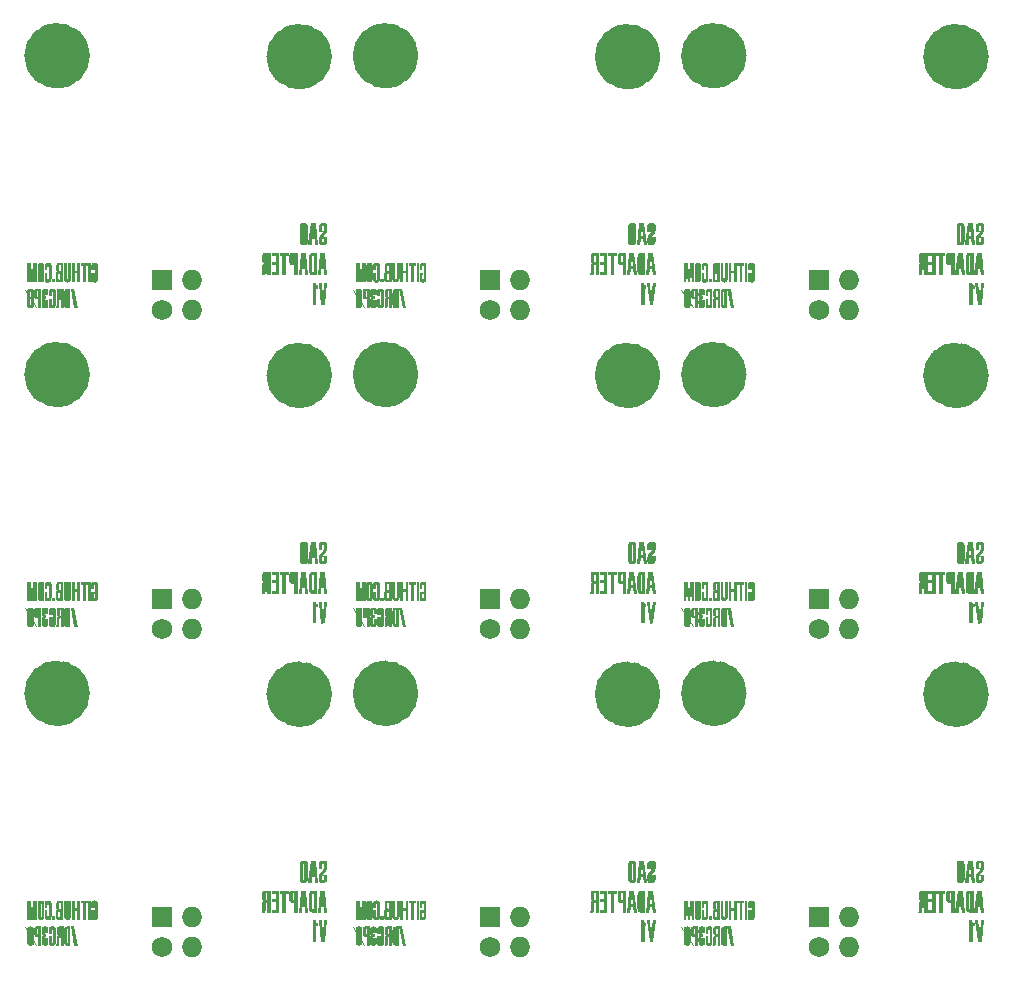
<source format=gbr>
%TF.GenerationSoftware,KiCad,Pcbnew,7.0.2-0*%
%TF.CreationDate,2024-04-22T23:11:52-05:00*%
%TF.ProjectId,SAOpowerboard_panelized,53414f70-6f77-4657-9262-6f6172645f70,rev?*%
%TF.SameCoordinates,Original*%
%TF.FileFunction,Soldermask,Bot*%
%TF.FilePolarity,Negative*%
%FSLAX46Y46*%
G04 Gerber Fmt 4.6, Leading zero omitted, Abs format (unit mm)*
G04 Created by KiCad (PCBNEW 7.0.2-0) date 2024-04-22 23:11:52*
%MOMM*%
%LPD*%
G01*
G04 APERTURE LIST*
%ADD10C,0.300000*%
%ADD11C,2.764001*%
%ADD12C,0.100000*%
%ADD13R,1.727200X1.727200*%
%ADD14C,1.727200*%
%ADD15O,1.727200X1.727200*%
G04 APERTURE END LIST*
D10*
G36*
X219430666Y-41530390D02*
G01*
X219442505Y-41537106D01*
X219453623Y-41544871D01*
X219464020Y-41553686D01*
X219473695Y-41563550D01*
X219482650Y-41574464D01*
X219485474Y-41578335D01*
X219493456Y-41590126D01*
X219500696Y-41602163D01*
X219507195Y-41614446D01*
X219512951Y-41626974D01*
X219517966Y-41639748D01*
X219519473Y-41644060D01*
X219522850Y-41657372D01*
X219525140Y-41671615D01*
X219526617Y-41684395D01*
X219527888Y-41698971D01*
X219528952Y-41715345D01*
X219529811Y-41733516D01*
X219530269Y-41746628D01*
X219530635Y-41760540D01*
X219530910Y-41775250D01*
X219531093Y-41790758D01*
X219531185Y-41807066D01*
X219531196Y-41815519D01*
X219531196Y-42847445D01*
X219530260Y-42862135D01*
X219529282Y-42876200D01*
X219528263Y-42889640D01*
X219527203Y-42902454D01*
X219525535Y-42920505D01*
X219523775Y-42937148D01*
X219521922Y-42952385D01*
X219519976Y-42966216D01*
X219517238Y-42982468D01*
X219514334Y-42996221D01*
X219511266Y-43007473D01*
X219507200Y-43019504D01*
X219502227Y-43032958D01*
X219497150Y-43045342D01*
X219491098Y-43058434D01*
X219484905Y-43070068D01*
X219484009Y-43071611D01*
X219477038Y-43082277D01*
X219468693Y-43092882D01*
X219460447Y-43101924D01*
X219451190Y-43110921D01*
X219440924Y-43119873D01*
X219430404Y-43128059D01*
X219419042Y-43136029D01*
X219408661Y-43142298D01*
X219396757Y-43147857D01*
X219393150Y-43149085D01*
X219381051Y-43152864D01*
X219369668Y-43156644D01*
X219362376Y-43159245D01*
X219350865Y-43162527D01*
X219338665Y-43165196D01*
X219325345Y-43167726D01*
X219311964Y-43170041D01*
X219300080Y-43171793D01*
X219286121Y-43173281D01*
X219272493Y-43174100D01*
X219259194Y-43174249D01*
X219246224Y-43173728D01*
X219239863Y-43173216D01*
X219227361Y-43171955D01*
X219215354Y-43170314D01*
X219201970Y-43167920D01*
X219189259Y-43165009D01*
X219178900Y-43162103D01*
X219167650Y-43158265D01*
X219156133Y-43152987D01*
X219144883Y-43145910D01*
X219136402Y-43138607D01*
X219126882Y-43129019D01*
X219118107Y-43119308D01*
X219110075Y-43109472D01*
X219108558Y-43107490D01*
X219100865Y-43097493D01*
X219093171Y-43087745D01*
X219084708Y-43077308D01*
X219083939Y-43076374D01*
X219083939Y-43135432D01*
X218960254Y-43135432D01*
X218960254Y-42346405D01*
X219268586Y-42346405D01*
X219268586Y-42537550D01*
X219189159Y-42537550D01*
X219189159Y-42834744D01*
X219189571Y-42849397D01*
X219190807Y-42862398D01*
X219193292Y-42875477D01*
X219197505Y-42887672D01*
X219200882Y-42893802D01*
X219210545Y-42902825D01*
X219221902Y-42907320D01*
X219234485Y-42909267D01*
X219247234Y-42909461D01*
X219249535Y-42909360D01*
X219262364Y-42908177D01*
X219274752Y-42905612D01*
X219286599Y-42900438D01*
X219294378Y-42892215D01*
X219298552Y-42879762D01*
X219300777Y-42865871D01*
X219301797Y-42853160D01*
X219302261Y-42838485D01*
X219302292Y-42833157D01*
X219302292Y-41865369D01*
X219302109Y-41849875D01*
X219301559Y-41836098D01*
X219300357Y-41821290D01*
X219298159Y-41807062D01*
X219293946Y-41794098D01*
X219290568Y-41789483D01*
X219280119Y-41783336D01*
X219268014Y-41780205D01*
X219254568Y-41778856D01*
X219246898Y-41778687D01*
X219233732Y-41779158D01*
X219220987Y-41780850D01*
X219209583Y-41784224D01*
X219202055Y-41788530D01*
X219195254Y-41800759D01*
X219192383Y-41813931D01*
X219190682Y-41828250D01*
X219189776Y-41841894D01*
X219189272Y-41857482D01*
X219189159Y-41870449D01*
X219189159Y-42138432D01*
X218960254Y-42138432D01*
X218960254Y-41769162D01*
X218960324Y-41756458D01*
X218960633Y-41740563D01*
X218961189Y-41725858D01*
X218961993Y-41712344D01*
X218963345Y-41697125D01*
X218965084Y-41683767D01*
X218967681Y-41670193D01*
X218968168Y-41668192D01*
X218971882Y-41654999D01*
X218976746Y-41641634D01*
X218982269Y-41630094D01*
X218989270Y-41619294D01*
X218997387Y-41608535D01*
X219005619Y-41598085D01*
X219013965Y-41587946D01*
X219015648Y-41585955D01*
X219024647Y-41575958D01*
X219033725Y-41567173D01*
X219043730Y-41558589D01*
X219048475Y-41554838D01*
X219059008Y-41547377D01*
X219069637Y-41541108D01*
X219081584Y-41535083D01*
X219092873Y-41530112D01*
X219100938Y-41526897D01*
X219113945Y-41522358D01*
X219125682Y-41518916D01*
X219138234Y-41515784D01*
X219151602Y-41512962D01*
X219165786Y-41510451D01*
X219177720Y-41508665D01*
X219183883Y-41507846D01*
X219196138Y-41506437D01*
X219207990Y-41505385D01*
X219222238Y-41504573D01*
X219235856Y-41504319D01*
X219248845Y-41504623D01*
X219261204Y-41505485D01*
X219270638Y-41506576D01*
X219282379Y-41507979D01*
X219294520Y-41509212D01*
X219307063Y-41510274D01*
X219320006Y-41511165D01*
X219333349Y-41511886D01*
X219347094Y-41512436D01*
X219352704Y-41512609D01*
X219366508Y-41513378D01*
X219379712Y-41514891D01*
X219392314Y-41517148D01*
X219404315Y-41520150D01*
X219415715Y-41523896D01*
X219428602Y-41529373D01*
X219430666Y-41530390D01*
G37*
G36*
X218913360Y-43134797D02*
G01*
X218707609Y-43134797D01*
X218707609Y-41520864D01*
X218913360Y-41520864D01*
X218913360Y-43134797D01*
G37*
G36*
X218661301Y-41742173D02*
G01*
X218474309Y-41742173D01*
X218474309Y-43133844D01*
X218240715Y-43133844D01*
X218240715Y-41742173D01*
X218053429Y-41742173D01*
X218053429Y-41519277D01*
X218661301Y-41519277D01*
X218661301Y-41742173D01*
G37*
G36*
X218007121Y-43133844D02*
G01*
X217774406Y-43133844D01*
X217774406Y-42379427D01*
X217541106Y-42381014D01*
X217541106Y-43135432D01*
X217316598Y-43135432D01*
X217316598Y-41521817D01*
X217541106Y-41521817D01*
X217541106Y-42154626D01*
X217774406Y-42155578D01*
X217774406Y-41519912D01*
X218007121Y-41519912D01*
X218007121Y-43133844D01*
G37*
G36*
X216637212Y-41519912D02*
G01*
X216637212Y-42512148D01*
X216637219Y-42526645D01*
X216637243Y-42540882D01*
X216637281Y-42554861D01*
X216637335Y-42568582D01*
X216637405Y-42582044D01*
X216637490Y-42595247D01*
X216637590Y-42608192D01*
X216637838Y-42633305D01*
X216638147Y-42657384D01*
X216638518Y-42680429D01*
X216638950Y-42702439D01*
X216639445Y-42723415D01*
X216640001Y-42743356D01*
X216640620Y-42762264D01*
X216641300Y-42780136D01*
X216642042Y-42796974D01*
X216642845Y-42812778D01*
X216643711Y-42827548D01*
X216644638Y-42841283D01*
X216645125Y-42847762D01*
X216646843Y-42866405D01*
X216649030Y-42884350D01*
X216651686Y-42901597D01*
X216654811Y-42918147D01*
X216658404Y-42933999D01*
X216662467Y-42949153D01*
X216666998Y-42963609D01*
X216671998Y-42977368D01*
X216677467Y-42990430D01*
X216683404Y-43002793D01*
X216687623Y-43010648D01*
X216694347Y-43022055D01*
X216701657Y-43033178D01*
X216709555Y-43044016D01*
X216718041Y-43054569D01*
X216727113Y-43064838D01*
X216736773Y-43074822D01*
X216747021Y-43084522D01*
X216757855Y-43093936D01*
X216769277Y-43103066D01*
X216781287Y-43111912D01*
X216789619Y-43117651D01*
X216802476Y-43125765D01*
X216815657Y-43133081D01*
X216829163Y-43139599D01*
X216842994Y-43145319D01*
X216857149Y-43150241D01*
X216871629Y-43154365D01*
X216886433Y-43157690D01*
X216901562Y-43160218D01*
X216917015Y-43161947D01*
X216932793Y-43162878D01*
X216943492Y-43163055D01*
X216955347Y-43162866D01*
X216972800Y-43161869D01*
X216989856Y-43160019D01*
X217006515Y-43157315D01*
X217022777Y-43153757D01*
X217038642Y-43149345D01*
X217054111Y-43144079D01*
X217069183Y-43137959D01*
X217083859Y-43130985D01*
X217098138Y-43123157D01*
X217112020Y-43114476D01*
X217125324Y-43105056D01*
X217137979Y-43095134D01*
X217149985Y-43084710D01*
X217161341Y-43073784D01*
X217172049Y-43062355D01*
X217182107Y-43050424D01*
X217191517Y-43037991D01*
X217200277Y-43025055D01*
X217208388Y-43011617D01*
X217215850Y-42997677D01*
X217220464Y-42988104D01*
X217226913Y-42973511D01*
X217232852Y-42958784D01*
X217238282Y-42943923D01*
X217243201Y-42928927D01*
X217247610Y-42913798D01*
X217251509Y-42898535D01*
X217254899Y-42883138D01*
X217257778Y-42867607D01*
X217260147Y-42851942D01*
X217262006Y-42836143D01*
X217262962Y-42825536D01*
X217264166Y-42807903D01*
X217264904Y-42794349D01*
X217265588Y-42779356D01*
X217266220Y-42762925D01*
X217266800Y-42745055D01*
X217267326Y-42725746D01*
X217267800Y-42704998D01*
X217268222Y-42682812D01*
X217268590Y-42659187D01*
X217268906Y-42634123D01*
X217269045Y-42621051D01*
X217269170Y-42607620D01*
X217269282Y-42593829D01*
X217269380Y-42579679D01*
X217269466Y-42565168D01*
X217269538Y-42550299D01*
X217269598Y-42535069D01*
X217269644Y-42519480D01*
X217269677Y-42503531D01*
X217269696Y-42487222D01*
X217269703Y-42470554D01*
X217269703Y-41519912D01*
X217021161Y-41519912D01*
X217021161Y-42697895D01*
X217021420Y-42712315D01*
X217021610Y-42726045D01*
X217021732Y-42739085D01*
X217021785Y-42757353D01*
X217021683Y-42774069D01*
X217021428Y-42789233D01*
X217021017Y-42802846D01*
X217020229Y-42818583D01*
X217019167Y-42831562D01*
X217017058Y-42845857D01*
X217011795Y-42858108D01*
X217003600Y-42867544D01*
X216992004Y-42875998D01*
X216979744Y-42882292D01*
X216968235Y-42886837D01*
X216955216Y-42890945D01*
X216941308Y-42886861D01*
X216929039Y-42882391D01*
X216916009Y-42876260D01*
X216905540Y-42869523D01*
X216896359Y-42860642D01*
X216890311Y-42849179D01*
X216889856Y-42847445D01*
X216887565Y-42833700D01*
X216886302Y-42821039D01*
X216885248Y-42805580D01*
X216884597Y-42792149D01*
X216884063Y-42777145D01*
X216883649Y-42760567D01*
X216883352Y-42742414D01*
X216883221Y-42729438D01*
X216883142Y-42715763D01*
X216883115Y-42701388D01*
X216883115Y-41519912D01*
X216637212Y-41519912D01*
G37*
G36*
X216590903Y-43137337D02*
G01*
X216252383Y-43137337D01*
X216235305Y-43136869D01*
X216219465Y-43136418D01*
X216204861Y-43135983D01*
X216191493Y-43135566D01*
X216179362Y-43135165D01*
X216165110Y-43134656D01*
X216153057Y-43134177D01*
X216141081Y-43133621D01*
X216133974Y-43133209D01*
X216121316Y-43132098D01*
X216109188Y-43130344D01*
X216096079Y-43127861D01*
X216084061Y-43125152D01*
X216075648Y-43123049D01*
X216063380Y-43119469D01*
X216050838Y-43114672D01*
X216040203Y-43109207D01*
X216030384Y-43102142D01*
X216026409Y-43098282D01*
X216018212Y-43089101D01*
X216010108Y-43079417D01*
X216002097Y-43069231D01*
X215997686Y-43063356D01*
X215990689Y-43053096D01*
X215984057Y-43041368D01*
X215978556Y-43029901D01*
X215973334Y-43017310D01*
X215971894Y-43013506D01*
X215967910Y-43000419D01*
X215965219Y-42987348D01*
X215963101Y-42972308D01*
X215961819Y-42958858D01*
X215960903Y-42944148D01*
X215960354Y-42928178D01*
X215960182Y-42915374D01*
X215960170Y-42910948D01*
X215957533Y-42891580D01*
X215957533Y-42873164D01*
X216180575Y-42873164D01*
X216183706Y-42886360D01*
X216190411Y-42899577D01*
X216200330Y-42909936D01*
X216211052Y-42916385D01*
X216224007Y-42920851D01*
X216235977Y-42922994D01*
X216239193Y-42923331D01*
X216252346Y-42924333D01*
X216265718Y-42925117D01*
X216279310Y-42925683D01*
X216293122Y-42926030D01*
X216307154Y-42926159D01*
X216321406Y-42926070D01*
X216335877Y-42925762D01*
X216350568Y-42925236D01*
X216350568Y-42449598D01*
X216268796Y-42449598D01*
X216255446Y-42449628D01*
X216242353Y-42449737D01*
X216230382Y-42449955D01*
X216222194Y-42450233D01*
X216210133Y-42452855D01*
X216199837Y-42458990D01*
X216196109Y-42462298D01*
X216188292Y-42472657D01*
X216183226Y-42485291D01*
X216180575Y-42497860D01*
X216180575Y-42873164D01*
X215957533Y-42873164D01*
X215957533Y-42798230D01*
X215957533Y-42583272D01*
X215957545Y-42565618D01*
X215957584Y-42549092D01*
X215957649Y-42533693D01*
X215957739Y-42519421D01*
X215957855Y-42506277D01*
X215958049Y-42490506D01*
X215958290Y-42476738D01*
X215958655Y-42462348D01*
X215958998Y-42453090D01*
X215959685Y-42439751D01*
X215960867Y-42424737D01*
X215962229Y-42410947D01*
X215963935Y-42395993D01*
X215965547Y-42383194D01*
X215967379Y-42369649D01*
X215968377Y-42362598D01*
X215971665Y-42348310D01*
X215977426Y-42334181D01*
X215985660Y-42320210D01*
X215993459Y-42309836D01*
X216002648Y-42299552D01*
X216013229Y-42289356D01*
X216025200Y-42279251D01*
X216038563Y-42269234D01*
X216053316Y-42259307D01*
X216063925Y-42252738D01*
X216052751Y-42245539D01*
X216042822Y-42237438D01*
X216034139Y-42228433D01*
X216026702Y-42218526D01*
X216020511Y-42207715D01*
X216015565Y-42196002D01*
X216011864Y-42183386D01*
X216009410Y-42169866D01*
X216009410Y-42137480D01*
X216225125Y-42137480D01*
X216227261Y-42150177D01*
X216231193Y-42162831D01*
X216237142Y-42173042D01*
X216246111Y-42181227D01*
X216257365Y-42185107D01*
X216269915Y-42185541D01*
X216282315Y-42185702D01*
X216294295Y-42185742D01*
X216358775Y-42185742D01*
X216358775Y-41709786D01*
X216344509Y-41709254D01*
X216330473Y-41709048D01*
X216316666Y-41709168D01*
X216303087Y-41709612D01*
X216289738Y-41710383D01*
X216276618Y-41711479D01*
X216271434Y-41712009D01*
X216259329Y-41714314D01*
X216247184Y-41719762D01*
X216237636Y-41728134D01*
X216230684Y-41739430D01*
X216226329Y-41753651D01*
X216225125Y-41761859D01*
X216225125Y-42137480D01*
X216009410Y-42137480D01*
X216009410Y-41874894D01*
X216009410Y-41774559D01*
X216009410Y-41747888D01*
X216009523Y-41734217D01*
X216009863Y-41721306D01*
X216010669Y-41705271D01*
X216011878Y-41690586D01*
X216013490Y-41677251D01*
X216016072Y-41662479D01*
X216019283Y-41649815D01*
X216022306Y-41641203D01*
X216027111Y-41629579D01*
X216032639Y-41617033D01*
X216038082Y-41605581D01*
X216044201Y-41593833D01*
X216047219Y-41588495D01*
X216054372Y-41577235D01*
X216062314Y-41567029D01*
X216071044Y-41557879D01*
X216076235Y-41553251D01*
X216087072Y-41545487D01*
X216098846Y-41539345D01*
X216110801Y-41534557D01*
X216122276Y-41530888D01*
X216126353Y-41529755D01*
X216139556Y-41526733D01*
X216151755Y-41524693D01*
X216165041Y-41523087D01*
X216179415Y-41521915D01*
X216191698Y-41521290D01*
X216204676Y-41520942D01*
X216214867Y-41520864D01*
X216590903Y-41520864D01*
X216590903Y-43137337D01*
G37*
G36*
X215912103Y-42843317D02*
G01*
X215912103Y-43132892D01*
X215641287Y-43132892D01*
X215641287Y-42843317D01*
X215912103Y-42843317D01*
G37*
G36*
X215495034Y-41530390D02*
G01*
X215506874Y-41537106D01*
X215517992Y-41544871D01*
X215528388Y-41553686D01*
X215538064Y-41563550D01*
X215547018Y-41574464D01*
X215549842Y-41578335D01*
X215557825Y-41590126D01*
X215565065Y-41602163D01*
X215571563Y-41614446D01*
X215577320Y-41626974D01*
X215582334Y-41639748D01*
X215583841Y-41644060D01*
X215587218Y-41657372D01*
X215589508Y-41671615D01*
X215590985Y-41684395D01*
X215592256Y-41698971D01*
X215593321Y-41715345D01*
X215594179Y-41733516D01*
X215594637Y-41746628D01*
X215595004Y-41760540D01*
X215595278Y-41775250D01*
X215595462Y-41790758D01*
X215595553Y-41807066D01*
X215595565Y-41815519D01*
X215595565Y-42847445D01*
X215594628Y-42862135D01*
X215593650Y-42876200D01*
X215592632Y-42889640D01*
X215591571Y-42902454D01*
X215589904Y-42920505D01*
X215588144Y-42937148D01*
X215586291Y-42952385D01*
X215584345Y-42966216D01*
X215581606Y-42982468D01*
X215578703Y-42996221D01*
X215575635Y-43007473D01*
X215571569Y-43019504D01*
X215566595Y-43032958D01*
X215561519Y-43045342D01*
X215555466Y-43058434D01*
X215549273Y-43070068D01*
X215548377Y-43071611D01*
X215541407Y-43082277D01*
X215533062Y-43092882D01*
X215524815Y-43101924D01*
X215515559Y-43110921D01*
X215505293Y-43119873D01*
X215494772Y-43128059D01*
X215483410Y-43136029D01*
X215473030Y-43142298D01*
X215461126Y-43147857D01*
X215457519Y-43149085D01*
X215445419Y-43152864D01*
X215434037Y-43156644D01*
X215426744Y-43159245D01*
X215415268Y-43162527D01*
X215403137Y-43165196D01*
X215389907Y-43167726D01*
X215376625Y-43170041D01*
X215364182Y-43171894D01*
X215350665Y-43173483D01*
X215336075Y-43174808D01*
X215323630Y-43175679D01*
X215310498Y-43176381D01*
X215296679Y-43176914D01*
X215282174Y-43177279D01*
X215278440Y-43177344D01*
X215263643Y-43177378D01*
X215249296Y-43177006D01*
X215235397Y-43176227D01*
X215221946Y-43175042D01*
X215208945Y-43173449D01*
X215196393Y-43171450D01*
X215184289Y-43169044D01*
X215172634Y-43166231D01*
X215159133Y-43162390D01*
X215147206Y-43158411D01*
X215134972Y-43153451D01*
X215123563Y-43147410D01*
X215113429Y-43139242D01*
X215104574Y-43129896D01*
X215095869Y-43121114D01*
X215086470Y-43111980D01*
X215082069Y-43107808D01*
X215073019Y-43097528D01*
X215065161Y-43085734D01*
X215058471Y-43073544D01*
X215052927Y-43061919D01*
X215047411Y-43048961D01*
X215046311Y-43046210D01*
X215042126Y-43034283D01*
X215038361Y-43020888D01*
X215035018Y-43006024D01*
X215032096Y-42989692D01*
X215030182Y-42976479D01*
X215028504Y-42962440D01*
X215027063Y-42947575D01*
X215025859Y-42931884D01*
X215024892Y-42915367D01*
X215024623Y-42909678D01*
X215024623Y-42346405D01*
X215251768Y-42346405D01*
X215253527Y-42834744D01*
X215253939Y-42849397D01*
X215255176Y-42862398D01*
X215257660Y-42875477D01*
X215261873Y-42887672D01*
X215265251Y-42893802D01*
X215274914Y-42902825D01*
X215286271Y-42907320D01*
X215298853Y-42909267D01*
X215311603Y-42909461D01*
X215313904Y-42909360D01*
X215326732Y-42908177D01*
X215339120Y-42905612D01*
X215350967Y-42900438D01*
X215358747Y-42892215D01*
X215362920Y-42879762D01*
X215365146Y-42865871D01*
X215366166Y-42853160D01*
X215366629Y-42838485D01*
X215366660Y-42833157D01*
X215366660Y-41865369D01*
X215366477Y-41849875D01*
X215365928Y-41836098D01*
X215364725Y-41821290D01*
X215362527Y-41807062D01*
X215358314Y-41794098D01*
X215354937Y-41789483D01*
X215344487Y-41783336D01*
X215332382Y-41780205D01*
X215318937Y-41778856D01*
X215311266Y-41778687D01*
X215298101Y-41779158D01*
X215285356Y-41780850D01*
X215273952Y-41784224D01*
X215266423Y-41788530D01*
X215259622Y-41800759D01*
X215256751Y-41813931D01*
X215255051Y-41828250D01*
X215254144Y-41841894D01*
X215253640Y-41857482D01*
X215253527Y-41870449D01*
X215253527Y-42138432D01*
X215024623Y-42138432D01*
X215024623Y-41769162D01*
X215024692Y-41756458D01*
X215025001Y-41740563D01*
X215025558Y-41725858D01*
X215026361Y-41712344D01*
X215027714Y-41697125D01*
X215029453Y-41683767D01*
X215032049Y-41670193D01*
X215032536Y-41668192D01*
X215036251Y-41654999D01*
X215041114Y-41641634D01*
X215046637Y-41630094D01*
X215053639Y-41619294D01*
X215061756Y-41608535D01*
X215069988Y-41598085D01*
X215078334Y-41587946D01*
X215080017Y-41585955D01*
X215089016Y-41575958D01*
X215098094Y-41567173D01*
X215108099Y-41558589D01*
X215112843Y-41554838D01*
X215123376Y-41547377D01*
X215134005Y-41541108D01*
X215145952Y-41535083D01*
X215157242Y-41530112D01*
X215165307Y-41526897D01*
X215178314Y-41522358D01*
X215190050Y-41518916D01*
X215202602Y-41515784D01*
X215215970Y-41512962D01*
X215230154Y-41510451D01*
X215242088Y-41508665D01*
X215248251Y-41507846D01*
X215260506Y-41506437D01*
X215272358Y-41505385D01*
X215286606Y-41504573D01*
X215300225Y-41504319D01*
X215313214Y-41504623D01*
X215325573Y-41505485D01*
X215335006Y-41506576D01*
X215346747Y-41507979D01*
X215358889Y-41509212D01*
X215371431Y-41510274D01*
X215384374Y-41511165D01*
X215397718Y-41511886D01*
X215411462Y-41512436D01*
X215417072Y-41512609D01*
X215430877Y-41513378D01*
X215444080Y-41514891D01*
X215456682Y-41517148D01*
X215468684Y-41520150D01*
X215480084Y-41523896D01*
X215492971Y-41529373D01*
X215495034Y-41530390D01*
G37*
G36*
X214731156Y-41517589D02*
G01*
X214751205Y-41518240D01*
X214770283Y-41519325D01*
X214788391Y-41520844D01*
X214805528Y-41522798D01*
X214821693Y-41525185D01*
X214836888Y-41528007D01*
X214851113Y-41531263D01*
X214864366Y-41534953D01*
X214876648Y-41539077D01*
X214887960Y-41543635D01*
X214903106Y-41551286D01*
X214916069Y-41559914D01*
X214926847Y-41569518D01*
X214929954Y-41572937D01*
X214938492Y-41584700D01*
X214946190Y-41599270D01*
X214953048Y-41616647D01*
X214957154Y-41629792D01*
X214960886Y-41644184D01*
X214964245Y-41659824D01*
X214967231Y-41676712D01*
X214969843Y-41694848D01*
X214972083Y-41714231D01*
X214973949Y-41734862D01*
X214975442Y-41756741D01*
X214976562Y-41779867D01*
X214977308Y-41804242D01*
X214977681Y-41829864D01*
X214977728Y-41843143D01*
X214977728Y-42811566D01*
X214977682Y-42824710D01*
X214977543Y-42837551D01*
X214976986Y-42862323D01*
X214976059Y-42885883D01*
X214974760Y-42908229D01*
X214973091Y-42929363D01*
X214971051Y-42949283D01*
X214968640Y-42967990D01*
X214965858Y-42985485D01*
X214962705Y-43001766D01*
X214959181Y-43016835D01*
X214955286Y-43030690D01*
X214951020Y-43043332D01*
X214943926Y-43060021D01*
X214935997Y-43073981D01*
X214930247Y-43081771D01*
X214920114Y-43091702D01*
X214907740Y-43100655D01*
X214893124Y-43108632D01*
X214882136Y-43113407D01*
X214870151Y-43117748D01*
X214857170Y-43121655D01*
X214843194Y-43125128D01*
X214828221Y-43128166D01*
X214812252Y-43130771D01*
X214795287Y-43132941D01*
X214777326Y-43134678D01*
X214758369Y-43135980D01*
X214738416Y-43136848D01*
X214717467Y-43137282D01*
X214706618Y-43137337D01*
X214686160Y-43137120D01*
X214666625Y-43136469D01*
X214648013Y-43135383D01*
X214630323Y-43133864D01*
X214613556Y-43131910D01*
X214597712Y-43129523D01*
X214582791Y-43126701D01*
X214568792Y-43123445D01*
X214555716Y-43119756D01*
X214543563Y-43115632D01*
X214532333Y-43111073D01*
X214517218Y-43103422D01*
X214504179Y-43094795D01*
X214493217Y-43085190D01*
X214490024Y-43081771D01*
X214481172Y-43069200D01*
X214473191Y-43053988D01*
X214468353Y-43042380D01*
X214463903Y-43029598D01*
X214459840Y-43015644D01*
X214456164Y-43000516D01*
X214452875Y-42984215D01*
X214449972Y-42966740D01*
X214447457Y-42948092D01*
X214445329Y-42928271D01*
X214443587Y-42907277D01*
X214442233Y-42885109D01*
X214441265Y-42861768D01*
X214441009Y-42850938D01*
X214666172Y-42850938D01*
X214666565Y-42864599D01*
X214667975Y-42877607D01*
X214671181Y-42889960D01*
X214674378Y-42896025D01*
X214684476Y-42903622D01*
X214696503Y-42906606D01*
X214706032Y-42907138D01*
X214718866Y-42905766D01*
X214731396Y-42900497D01*
X214740793Y-42891277D01*
X214747058Y-42878105D01*
X214749886Y-42864109D01*
X214750582Y-42850938D01*
X214750582Y-41805676D01*
X214749959Y-41792057D01*
X214747429Y-41777588D01*
X214741824Y-41763969D01*
X214733416Y-41754436D01*
X214722205Y-41748989D01*
X214710722Y-41747570D01*
X214697888Y-41748989D01*
X214685358Y-41754436D01*
X214675961Y-41763969D01*
X214669696Y-41777588D01*
X214666868Y-41792057D01*
X214666172Y-41805676D01*
X214666172Y-42850938D01*
X214441009Y-42850938D01*
X214440685Y-42837253D01*
X214440491Y-42811566D01*
X214440491Y-41843143D01*
X214440538Y-41830154D01*
X214440911Y-41805071D01*
X214441658Y-41781178D01*
X214442778Y-41758475D01*
X214444270Y-41736963D01*
X214446137Y-41716642D01*
X214448376Y-41697512D01*
X214450989Y-41679573D01*
X214453975Y-41662824D01*
X214457334Y-41647265D01*
X214461066Y-41632898D01*
X214465172Y-41619721D01*
X214469650Y-41607735D01*
X214477068Y-41591988D01*
X214485326Y-41578920D01*
X214488265Y-41575159D01*
X214498333Y-41564832D01*
X214510622Y-41555521D01*
X214525130Y-41547225D01*
X214536037Y-41542259D01*
X214547930Y-41537744D01*
X214560810Y-41533681D01*
X214574677Y-41530069D01*
X214589530Y-41526909D01*
X214605371Y-41524200D01*
X214622199Y-41521943D01*
X214640013Y-41520137D01*
X214658814Y-41518782D01*
X214678603Y-41517880D01*
X214699378Y-41517428D01*
X214710136Y-41517372D01*
X214731156Y-41517589D01*
G37*
G36*
X214393011Y-43134797D02*
G01*
X214393890Y-41519912D01*
X214055956Y-41519912D01*
X213955425Y-42551203D01*
X213878635Y-41519912D01*
X213537477Y-41519912D01*
X213537477Y-43132892D01*
X213735313Y-43132892D01*
X213725935Y-41893628D01*
X213843757Y-43133844D01*
X214090247Y-43132892D01*
X214205725Y-41903471D01*
X214196346Y-43134797D01*
X214393011Y-43134797D01*
G37*
G36*
X217524400Y-45318797D02*
G01*
X217813388Y-45318797D01*
X217505056Y-43704864D01*
X217216361Y-43704864D01*
X217524400Y-45318797D01*
G37*
G36*
X217185293Y-45316892D02*
G01*
X216898063Y-45316892D01*
X216883293Y-45316738D01*
X216869209Y-45316278D01*
X216855809Y-45315510D01*
X216843095Y-45314436D01*
X216831066Y-45313054D01*
X216816093Y-45310735D01*
X216802338Y-45307870D01*
X216789802Y-45304459D01*
X216775844Y-45299428D01*
X216768162Y-45295931D01*
X216755896Y-45289109D01*
X216744302Y-45281047D01*
X216733382Y-45271745D01*
X216723133Y-45261202D01*
X216713558Y-45249419D01*
X216706382Y-45239100D01*
X216701258Y-45230738D01*
X216694899Y-45218765D01*
X216689081Y-45205848D01*
X216683803Y-45191989D01*
X216679065Y-45177187D01*
X216674868Y-45161443D01*
X216672075Y-45149016D01*
X216669586Y-45136059D01*
X216667400Y-45122572D01*
X216666733Y-45117848D01*
X216664859Y-45102003D01*
X216663175Y-45083646D01*
X216662158Y-45070012D01*
X216661226Y-45055263D01*
X216660379Y-45039397D01*
X216659617Y-45022415D01*
X216658939Y-45004317D01*
X216658346Y-44985102D01*
X216657837Y-44964771D01*
X216657414Y-44943324D01*
X216657075Y-44920760D01*
X216656821Y-44897081D01*
X216656651Y-44872285D01*
X216656598Y-44859468D01*
X216656567Y-44846372D01*
X216656563Y-44840935D01*
X216868754Y-44840935D01*
X216868770Y-44851950D01*
X216868893Y-44873146D01*
X216869141Y-44893234D01*
X216869512Y-44912213D01*
X216870006Y-44930083D01*
X216870624Y-44946845D01*
X216871366Y-44962497D01*
X216872232Y-44977041D01*
X216873221Y-44990476D01*
X216874937Y-45008549D01*
X216876930Y-45024127D01*
X216880022Y-45041018D01*
X216884581Y-45055894D01*
X216889248Y-45064377D01*
X216898909Y-45074982D01*
X216909401Y-45081875D01*
X216922111Y-45087000D01*
X216933876Y-45089828D01*
X216947060Y-45091525D01*
X216961664Y-45092090D01*
X216961664Y-43927125D01*
X216958869Y-43927139D01*
X216945676Y-43927616D01*
X216933785Y-43928776D01*
X216921235Y-43931068D01*
X216908963Y-43934984D01*
X216898063Y-43941096D01*
X216888579Y-43950258D01*
X216881938Y-43960890D01*
X216876983Y-43973863D01*
X216874030Y-43987136D01*
X216873087Y-43993936D01*
X216871722Y-44008767D01*
X216870815Y-44023779D01*
X216870243Y-44036875D01*
X216869764Y-44051544D01*
X216869378Y-44067788D01*
X216869084Y-44085605D01*
X216868940Y-44098358D01*
X216868837Y-44111810D01*
X216868775Y-44125962D01*
X216868754Y-44140813D01*
X216868754Y-44840935D01*
X216656563Y-44840935D01*
X216656556Y-44832998D01*
X216656556Y-44275122D01*
X216656564Y-44261059D01*
X216656586Y-44247287D01*
X216656623Y-44233805D01*
X216656675Y-44220614D01*
X216656824Y-44195105D01*
X216657032Y-44170759D01*
X216657300Y-44147577D01*
X216657628Y-44125558D01*
X216658015Y-44104702D01*
X216658461Y-44085010D01*
X216658967Y-44066481D01*
X216659533Y-44049116D01*
X216660158Y-44032914D01*
X216660843Y-44017875D01*
X216661587Y-44004000D01*
X216662815Y-43985369D01*
X216664176Y-43969355D01*
X216665182Y-43959602D01*
X216667024Y-43945164D01*
X216669269Y-43930955D01*
X216671915Y-43916975D01*
X216674964Y-43903224D01*
X216678414Y-43889701D01*
X216682266Y-43876407D01*
X216686520Y-43863342D01*
X216691175Y-43850506D01*
X216696233Y-43837899D01*
X216701692Y-43825520D01*
X216705577Y-43817450D01*
X216711820Y-43805888D01*
X216718563Y-43794979D01*
X216725806Y-43784724D01*
X216733549Y-43775121D01*
X216744650Y-43763333D01*
X216756639Y-43752706D01*
X216769516Y-43743240D01*
X216779758Y-43736903D01*
X216790499Y-43731218D01*
X216794264Y-43729440D01*
X216806770Y-43724446D01*
X216821095Y-43719960D01*
X216837239Y-43715981D01*
X216849012Y-43713611D01*
X216861593Y-43711466D01*
X216874982Y-43709548D01*
X216889180Y-43707855D01*
X216904186Y-43706387D01*
X216920001Y-43705146D01*
X216936623Y-43704130D01*
X216954054Y-43703340D01*
X216972293Y-43702776D01*
X216991341Y-43702437D01*
X217011197Y-43702324D01*
X217185293Y-43702324D01*
X217185293Y-45316892D01*
G37*
G36*
X216609661Y-45316892D02*
G01*
X216376654Y-45316892D01*
X216376654Y-44592321D01*
X216364458Y-44591884D01*
X216349407Y-44591798D01*
X216335740Y-44592276D01*
X216323455Y-44593321D01*
X216310044Y-44595421D01*
X216296804Y-44599109D01*
X216286675Y-44604069D01*
X216276545Y-44613495D01*
X216269815Y-44625227D01*
X216265631Y-44637870D01*
X216262911Y-44652903D01*
X216261762Y-44667254D01*
X216261762Y-44845381D01*
X216261531Y-44867317D01*
X216261277Y-44888275D01*
X216260999Y-44908256D01*
X216260699Y-44927260D01*
X216260377Y-44945287D01*
X216260031Y-44962336D01*
X216259662Y-44978407D01*
X216259271Y-44993502D01*
X216258856Y-45007619D01*
X216258419Y-45020758D01*
X216257720Y-45038635D01*
X216256969Y-45054313D01*
X216256167Y-45067792D01*
X216255314Y-45079072D01*
X216254068Y-45092770D01*
X216252823Y-45106716D01*
X216251577Y-45120910D01*
X216250331Y-45135352D01*
X216249086Y-45150042D01*
X216247840Y-45164980D01*
X216246594Y-45180166D01*
X216245349Y-45195601D01*
X216243925Y-45210648D01*
X216242290Y-45224673D01*
X216240444Y-45237676D01*
X216237841Y-45252493D01*
X216234909Y-45265713D01*
X216230955Y-45279469D01*
X216228056Y-45287363D01*
X216221956Y-45298868D01*
X216213232Y-45308558D01*
X216202639Y-45314556D01*
X216190178Y-45316863D01*
X216188489Y-45316892D01*
X216012048Y-45316892D01*
X216000247Y-45316322D01*
X215988572Y-45313333D01*
X215986256Y-45300698D01*
X215991883Y-45289542D01*
X215996308Y-45276711D01*
X215999263Y-45263731D01*
X216000031Y-45259104D01*
X216001973Y-45245828D01*
X216003973Y-45233267D01*
X216006253Y-45219825D01*
X216008813Y-45205501D01*
X216009996Y-45199093D01*
X216012507Y-45184924D01*
X216014929Y-45171112D01*
X216017086Y-45158610D01*
X216018496Y-45150196D01*
X216020158Y-45137232D01*
X216021733Y-45123359D01*
X216023116Y-45110252D01*
X216023479Y-45106696D01*
X216024733Y-45093263D01*
X216025931Y-45078523D01*
X216026913Y-45064849D01*
X216027854Y-45050214D01*
X216028607Y-45037286D01*
X216028754Y-45034620D01*
X216028754Y-45010806D01*
X216028754Y-44987628D01*
X216028754Y-44651696D01*
X216028754Y-44581525D01*
X216031800Y-44568022D01*
X216035830Y-44554563D01*
X216041064Y-44541935D01*
X216046340Y-44532945D01*
X216053934Y-44522293D01*
X216061805Y-44512167D01*
X216069201Y-44503416D01*
X216077774Y-44494674D01*
X216087838Y-44487106D01*
X216095872Y-44482778D01*
X216107396Y-44477570D01*
X216118629Y-44472781D01*
X216123716Y-44470712D01*
X216135061Y-44466326D01*
X216146649Y-44462278D01*
X216153904Y-44459917D01*
X216161412Y-44458501D01*
X216159339Y-44458196D01*
X216146387Y-44455525D01*
X216134723Y-44452280D01*
X216122427Y-44447629D01*
X216116975Y-44444993D01*
X216105214Y-44438419D01*
X216094295Y-44431753D01*
X216084217Y-44424996D01*
X216073729Y-44417163D01*
X216070080Y-44414194D01*
X216060939Y-44405701D01*
X216052861Y-44396413D01*
X216045043Y-44385016D01*
X216039892Y-44375457D01*
X216035552Y-44361842D01*
X216033105Y-44347521D01*
X216031539Y-44333307D01*
X216030674Y-44321480D01*
X216271434Y-44321480D01*
X216273147Y-44334459D01*
X216276311Y-44347253D01*
X216281106Y-44357359D01*
X216289720Y-44366390D01*
X216296933Y-44369107D01*
X216309292Y-44369603D01*
X216321168Y-44369732D01*
X216326242Y-44369742D01*
X216376654Y-44369742D01*
X216376654Y-43893469D01*
X216363447Y-43892977D01*
X216350427Y-43892933D01*
X216337591Y-43893335D01*
X216324941Y-43894183D01*
X216312477Y-43895478D01*
X216308363Y-43896009D01*
X216295376Y-43899805D01*
X216285138Y-43907582D01*
X216277649Y-43919340D01*
X216273417Y-43932586D01*
X216271434Y-43945859D01*
X216271434Y-44321480D01*
X216030674Y-44321480D01*
X216030320Y-44316643D01*
X216029635Y-44302536D01*
X216029146Y-44287050D01*
X216028852Y-44270186D01*
X216028754Y-44251944D01*
X216028754Y-44043971D01*
X216028754Y-43945224D01*
X216028754Y-43927443D01*
X216028862Y-43914456D01*
X216029343Y-43898225D01*
X216030209Y-43883235D01*
X216031459Y-43869485D01*
X216033563Y-43854042D01*
X216036268Y-43840537D01*
X216040307Y-43826889D01*
X216041064Y-43824885D01*
X216046321Y-43811556D01*
X216051579Y-43799351D01*
X216057587Y-43786780D01*
X216063596Y-43775676D01*
X216065098Y-43773130D01*
X216072228Y-43762101D01*
X216080100Y-43751876D01*
X216088714Y-43742455D01*
X216093821Y-43737568D01*
X216104374Y-43729420D01*
X216115974Y-43723188D01*
X216127837Y-43718517D01*
X216139278Y-43715094D01*
X216143353Y-43714072D01*
X216155567Y-43711222D01*
X216167368Y-43708863D01*
X216180616Y-43706732D01*
X216193302Y-43705269D01*
X216203730Y-43704547D01*
X216216108Y-43704115D01*
X216229887Y-43703824D01*
X216243177Y-43703635D01*
X216258482Y-43703486D01*
X216271283Y-43703401D01*
X216285217Y-43703337D01*
X216300285Y-43703297D01*
X216316486Y-43703278D01*
X216322139Y-43703277D01*
X216381050Y-43703277D01*
X216609661Y-43703277D01*
X216609661Y-45316892D01*
G37*
G36*
X215843227Y-43714390D02*
G01*
X215855067Y-43721106D01*
X215866185Y-43728871D01*
X215876581Y-43737686D01*
X215886257Y-43747550D01*
X215895211Y-43758464D01*
X215898035Y-43762335D01*
X215906018Y-43774126D01*
X215913258Y-43786163D01*
X215919756Y-43798446D01*
X215925513Y-43810974D01*
X215930527Y-43823748D01*
X215932034Y-43828060D01*
X215935412Y-43841372D01*
X215937701Y-43855615D01*
X215939178Y-43868395D01*
X215940449Y-43882971D01*
X215941514Y-43899345D01*
X215942372Y-43917516D01*
X215942830Y-43930628D01*
X215943197Y-43944540D01*
X215943472Y-43959250D01*
X215943655Y-43974758D01*
X215943746Y-43991066D01*
X215943758Y-43999519D01*
X215943758Y-45031445D01*
X215942821Y-45046135D01*
X215941844Y-45060200D01*
X215940825Y-45073640D01*
X215939764Y-45086454D01*
X215938097Y-45104505D01*
X215936337Y-45121148D01*
X215934484Y-45136385D01*
X215932538Y-45150216D01*
X215929799Y-45166468D01*
X215926896Y-45180221D01*
X215923828Y-45191473D01*
X215919762Y-45203504D01*
X215914788Y-45216958D01*
X215909712Y-45229342D01*
X215903659Y-45242434D01*
X215897466Y-45254068D01*
X215896570Y-45255611D01*
X215889600Y-45266277D01*
X215881255Y-45276882D01*
X215873008Y-45285924D01*
X215863752Y-45294921D01*
X215853486Y-45303873D01*
X215842965Y-45312059D01*
X215831603Y-45320029D01*
X215821223Y-45326298D01*
X215809319Y-45331857D01*
X215805712Y-45333085D01*
X215793612Y-45336864D01*
X215782230Y-45340644D01*
X215774937Y-45343245D01*
X215763461Y-45346527D01*
X215751330Y-45349196D01*
X215738100Y-45351726D01*
X215724818Y-45354041D01*
X215712375Y-45355894D01*
X215698858Y-45357483D01*
X215684268Y-45358808D01*
X215671823Y-45359679D01*
X215658691Y-45360381D01*
X215644872Y-45360914D01*
X215630367Y-45361279D01*
X215626633Y-45361344D01*
X215611836Y-45361378D01*
X215597489Y-45361006D01*
X215583590Y-45360227D01*
X215570139Y-45359042D01*
X215557138Y-45357449D01*
X215544586Y-45355450D01*
X215532482Y-45353044D01*
X215520827Y-45350231D01*
X215507326Y-45346390D01*
X215495399Y-45342411D01*
X215483165Y-45337451D01*
X215471756Y-45331410D01*
X215461622Y-45323242D01*
X215452767Y-45313896D01*
X215444062Y-45305114D01*
X215434663Y-45295980D01*
X215430262Y-45291808D01*
X215421212Y-45281528D01*
X215413354Y-45269734D01*
X215406664Y-45257544D01*
X215401120Y-45245919D01*
X215395604Y-45232961D01*
X215394504Y-45230210D01*
X215390319Y-45218283D01*
X215386554Y-45204888D01*
X215383211Y-45190024D01*
X215380290Y-45173692D01*
X215378375Y-45160479D01*
X215376697Y-45146440D01*
X215375256Y-45131575D01*
X215374052Y-45115884D01*
X215373085Y-45099367D01*
X215372816Y-45093678D01*
X215372816Y-44530405D01*
X215599962Y-44530405D01*
X215601720Y-45018744D01*
X215602132Y-45033397D01*
X215603369Y-45046398D01*
X215605853Y-45059477D01*
X215610066Y-45071672D01*
X215613444Y-45077802D01*
X215623107Y-45086825D01*
X215634464Y-45091320D01*
X215647046Y-45093267D01*
X215659796Y-45093461D01*
X215662097Y-45093360D01*
X215674925Y-45092177D01*
X215687313Y-45089612D01*
X215699160Y-45084438D01*
X215706940Y-45076215D01*
X215711113Y-45063762D01*
X215713339Y-45049871D01*
X215714359Y-45037160D01*
X215714822Y-45022485D01*
X215714853Y-45017157D01*
X215714853Y-44049369D01*
X215714670Y-44033875D01*
X215714121Y-44020098D01*
X215712918Y-44005290D01*
X215710720Y-43991062D01*
X215706507Y-43978098D01*
X215703130Y-43973483D01*
X215692680Y-43967336D01*
X215680575Y-43964205D01*
X215667130Y-43962856D01*
X215659459Y-43962687D01*
X215646294Y-43963158D01*
X215633549Y-43964850D01*
X215622145Y-43968224D01*
X215614616Y-43972530D01*
X215607815Y-43984759D01*
X215604944Y-43997931D01*
X215603244Y-44012250D01*
X215602337Y-44025894D01*
X215601833Y-44041482D01*
X215601720Y-44054449D01*
X215601720Y-44322432D01*
X215372816Y-44322432D01*
X215372816Y-43953162D01*
X215372885Y-43940458D01*
X215373194Y-43924563D01*
X215373751Y-43909858D01*
X215374554Y-43896344D01*
X215375907Y-43881125D01*
X215377646Y-43867767D01*
X215380242Y-43854193D01*
X215380729Y-43852192D01*
X215384444Y-43838999D01*
X215389307Y-43825634D01*
X215394830Y-43814094D01*
X215401832Y-43803294D01*
X215409949Y-43792535D01*
X215418181Y-43782085D01*
X215426527Y-43771946D01*
X215428210Y-43769955D01*
X215437209Y-43759958D01*
X215446287Y-43751173D01*
X215456292Y-43742589D01*
X215461036Y-43738838D01*
X215471569Y-43731377D01*
X215482198Y-43725108D01*
X215494145Y-43719083D01*
X215505435Y-43714112D01*
X215513500Y-43710897D01*
X215526507Y-43706358D01*
X215538243Y-43702916D01*
X215550795Y-43699784D01*
X215564163Y-43696962D01*
X215578347Y-43694451D01*
X215590281Y-43692665D01*
X215596444Y-43691846D01*
X215608699Y-43690437D01*
X215620551Y-43689385D01*
X215634799Y-43688573D01*
X215648418Y-43688319D01*
X215661407Y-43688623D01*
X215673766Y-43689485D01*
X215683199Y-43690576D01*
X215694940Y-43691979D01*
X215707082Y-43693212D01*
X215719624Y-43694274D01*
X215732567Y-43695165D01*
X215745911Y-43695886D01*
X215759655Y-43696436D01*
X215765265Y-43696609D01*
X215779070Y-43697378D01*
X215792273Y-43698891D01*
X215804875Y-43701148D01*
X215816877Y-43704150D01*
X215828277Y-43707896D01*
X215841164Y-43713373D01*
X215843227Y-43714390D01*
G37*
G36*
X215058915Y-44326243D02*
G01*
X215151239Y-44326243D01*
X215151239Y-44574857D01*
X215058915Y-44574857D01*
X215045667Y-44576844D01*
X215035161Y-44582805D01*
X215027395Y-44592740D01*
X215022370Y-44606649D01*
X215020276Y-44621275D01*
X215019934Y-44631375D01*
X215019934Y-45034938D01*
X215020228Y-45048831D01*
X215021286Y-45061993D01*
X215023997Y-45075360D01*
X215026089Y-45080342D01*
X215035424Y-45089072D01*
X215046019Y-45091138D01*
X215057954Y-45088766D01*
X215067121Y-45080342D01*
X215071296Y-45067488D01*
X215072940Y-45054106D01*
X215073513Y-45041164D01*
X215073569Y-45034938D01*
X215073569Y-44652331D01*
X215325921Y-44652331D01*
X215325921Y-44998423D01*
X215325870Y-45011316D01*
X215325465Y-45036228D01*
X215324655Y-45059978D01*
X215323439Y-45082563D01*
X215321817Y-45103986D01*
X215319791Y-45124245D01*
X215317359Y-45143340D01*
X215314522Y-45161273D01*
X215311280Y-45178041D01*
X215307632Y-45193647D01*
X215303579Y-45208089D01*
X215299121Y-45221367D01*
X215294258Y-45233483D01*
X215286203Y-45249474D01*
X215277236Y-45262848D01*
X215274044Y-45266724D01*
X215263657Y-45276654D01*
X215250963Y-45285608D01*
X215235960Y-45293584D01*
X215224676Y-45298359D01*
X215212366Y-45302700D01*
X215199031Y-45306607D01*
X215184669Y-45310080D01*
X215169282Y-45313119D01*
X215152869Y-45315723D01*
X215135430Y-45317894D01*
X215116965Y-45319630D01*
X215097475Y-45320933D01*
X215076958Y-45321801D01*
X215055416Y-45322235D01*
X215044260Y-45322289D01*
X215023432Y-45322073D01*
X215003520Y-45321426D01*
X214984525Y-45320347D01*
X214966444Y-45318836D01*
X214949280Y-45316894D01*
X214933032Y-45314520D01*
X214917700Y-45311715D01*
X214903283Y-45308477D01*
X214889783Y-45304809D01*
X214877198Y-45300708D01*
X214865529Y-45296176D01*
X214849744Y-45288569D01*
X214836019Y-45279990D01*
X214824355Y-45270441D01*
X214820925Y-45267042D01*
X214811392Y-45255293D01*
X214802796Y-45240765D01*
X214795139Y-45223457D01*
X214790555Y-45210374D01*
X214786387Y-45196056D01*
X214782637Y-45180503D01*
X214779303Y-45163714D01*
X214776386Y-45145690D01*
X214773885Y-45126431D01*
X214771801Y-45105936D01*
X214770134Y-45084206D01*
X214768884Y-45061241D01*
X214768051Y-45037040D01*
X214767634Y-45011604D01*
X214767582Y-44998423D01*
X214767582Y-44701546D01*
X214767673Y-44685531D01*
X214767948Y-44670191D01*
X214768406Y-44655526D01*
X214769047Y-44641536D01*
X214769872Y-44628220D01*
X214771160Y-44612524D01*
X214772734Y-44597882D01*
X214773444Y-44592321D01*
X214775469Y-44578885D01*
X214777880Y-44566163D01*
X214781284Y-44551837D01*
X214785244Y-44538539D01*
X214789761Y-44526267D01*
X214793081Y-44518657D01*
X214799442Y-44506315D01*
X214806729Y-44495129D01*
X214814942Y-44485096D01*
X214824080Y-44476219D01*
X214829717Y-44471665D01*
X214840214Y-44463886D01*
X214850294Y-44456841D01*
X214858733Y-44451979D01*
X214847564Y-44446552D01*
X214836366Y-44438331D01*
X214826745Y-44429058D01*
X214818712Y-44419762D01*
X214810665Y-44409040D01*
X214807442Y-44404351D01*
X214799783Y-44391462D01*
X214794233Y-44379877D01*
X214789195Y-44367162D01*
X214784671Y-44353315D01*
X214780659Y-44338337D01*
X214777160Y-44322228D01*
X214774873Y-44309404D01*
X214772874Y-44295944D01*
X214772271Y-44291316D01*
X214767582Y-44231623D01*
X214767582Y-44202094D01*
X214767582Y-44030635D01*
X214767634Y-44017801D01*
X214768051Y-43993000D01*
X214768884Y-43969355D01*
X214770134Y-43946866D01*
X214771801Y-43925533D01*
X214773885Y-43905356D01*
X214776386Y-43886335D01*
X214779303Y-43868470D01*
X214782637Y-43851761D01*
X214786387Y-43836207D01*
X214790555Y-43821810D01*
X214795139Y-43808569D01*
X214800140Y-43796483D01*
X214808422Y-43780522D01*
X214817643Y-43767162D01*
X214820925Y-43763287D01*
X214831553Y-43752676D01*
X214844315Y-43743109D01*
X214859209Y-43734585D01*
X214870324Y-43729483D01*
X214882386Y-43724844D01*
X214895397Y-43720669D01*
X214909355Y-43716958D01*
X214924262Y-43713711D01*
X214940116Y-43710928D01*
X214956918Y-43708608D01*
X214974669Y-43706753D01*
X214993367Y-43705361D01*
X215013013Y-43704434D01*
X215033608Y-43703970D01*
X215044260Y-43703912D01*
X215065902Y-43704129D01*
X215086571Y-43704780D01*
X215106266Y-43705865D01*
X215124989Y-43707385D01*
X215142738Y-43709338D01*
X215159514Y-43711726D01*
X215175317Y-43714547D01*
X215190146Y-43717803D01*
X215204003Y-43721493D01*
X215216886Y-43725617D01*
X215228797Y-43730175D01*
X215239734Y-43735167D01*
X215254315Y-43743469D01*
X215266706Y-43752748D01*
X215273751Y-43759477D01*
X215283074Y-43771302D01*
X215291481Y-43785940D01*
X215298970Y-43803391D01*
X215303453Y-43816588D01*
X215307529Y-43831035D01*
X215311197Y-43846732D01*
X215314458Y-43863679D01*
X215317311Y-43881877D01*
X215319756Y-43901325D01*
X215321794Y-43922023D01*
X215323425Y-43943971D01*
X215324647Y-43967169D01*
X215325463Y-43991618D01*
X215325870Y-44017317D01*
X215325921Y-44030635D01*
X215325921Y-44241466D01*
X215073569Y-44241466D01*
X215073569Y-43993169D01*
X215073162Y-43979550D01*
X215071506Y-43965080D01*
X215067838Y-43951462D01*
X215061240Y-43940738D01*
X215050643Y-43935290D01*
X215047484Y-43935063D01*
X215035431Y-43938695D01*
X215026821Y-43949590D01*
X215022624Y-43962527D01*
X215020606Y-43976429D01*
X215019961Y-43989594D01*
X215019934Y-43993169D01*
X215021692Y-44289411D01*
X215024094Y-44302928D01*
X215028855Y-44315031D01*
X215031950Y-44318940D01*
X215043356Y-44324638D01*
X215055391Y-44326178D01*
X215058915Y-44326243D01*
G37*
G36*
X214722153Y-45316892D02*
G01*
X214489145Y-45316892D01*
X214489145Y-44592638D01*
X214334393Y-44591686D01*
X214321446Y-44592657D01*
X214308983Y-44592713D01*
X214297005Y-44591853D01*
X214281787Y-44589283D01*
X214267430Y-44585086D01*
X214253934Y-44579262D01*
X214241299Y-44571810D01*
X214229525Y-44562731D01*
X214221259Y-44554854D01*
X214210868Y-44543731D01*
X214201238Y-44532588D01*
X214192367Y-44521425D01*
X214184257Y-44510243D01*
X214176907Y-44499041D01*
X214170317Y-44487818D01*
X214164487Y-44476576D01*
X214159417Y-44465314D01*
X214154020Y-44451473D01*
X214149554Y-44438127D01*
X214146018Y-44425278D01*
X214143002Y-44410513D01*
X214141326Y-44396463D01*
X214140952Y-44385300D01*
X214141052Y-44369970D01*
X214141107Y-44357270D01*
X214141153Y-44342585D01*
X214141189Y-44325915D01*
X214141196Y-44321480D01*
X214383925Y-44321480D01*
X214385638Y-44334459D01*
X214388802Y-44347253D01*
X214393597Y-44357359D01*
X214402211Y-44366390D01*
X214409424Y-44369107D01*
X214421783Y-44369603D01*
X214433659Y-44369732D01*
X214438733Y-44369742D01*
X214489145Y-44369742D01*
X214489145Y-43893469D01*
X214475939Y-43892977D01*
X214462918Y-43892933D01*
X214450083Y-43893335D01*
X214437433Y-43894183D01*
X214424968Y-43895478D01*
X214420855Y-43896009D01*
X214407868Y-43899805D01*
X214397630Y-43907582D01*
X214390140Y-43919340D01*
X214385909Y-43932586D01*
X214383925Y-43945859D01*
X214383925Y-44321480D01*
X214141196Y-44321480D01*
X214141211Y-44312111D01*
X214141227Y-44297190D01*
X214141238Y-44281153D01*
X214141244Y-44264000D01*
X214141246Y-44251944D01*
X214141246Y-44043971D01*
X214141246Y-43945224D01*
X214141246Y-43927443D01*
X214141354Y-43914456D01*
X214141835Y-43898225D01*
X214142700Y-43883235D01*
X214143950Y-43869485D01*
X214146054Y-43854042D01*
X214148759Y-43840537D01*
X214152798Y-43826889D01*
X214153555Y-43824885D01*
X214158813Y-43811556D01*
X214164070Y-43799351D01*
X214170078Y-43786780D01*
X214176087Y-43775676D01*
X214177589Y-43773130D01*
X214184719Y-43762101D01*
X214192591Y-43751876D01*
X214201206Y-43742455D01*
X214206312Y-43737568D01*
X214216866Y-43729420D01*
X214228466Y-43723188D01*
X214240329Y-43718517D01*
X214251770Y-43715094D01*
X214255844Y-43714072D01*
X214268058Y-43711222D01*
X214279859Y-43708863D01*
X214293107Y-43706732D01*
X214305793Y-43705269D01*
X214316221Y-43704547D01*
X214328600Y-43704115D01*
X214342378Y-43703824D01*
X214355668Y-43703635D01*
X214370973Y-43703486D01*
X214383774Y-43703401D01*
X214397709Y-43703337D01*
X214412776Y-43703297D01*
X214428978Y-43703278D01*
X214434630Y-43703277D01*
X214493541Y-43703277D01*
X214722153Y-43703277D01*
X214722153Y-45316892D01*
G37*
G36*
X213838131Y-43704129D02*
G01*
X213858765Y-43704780D01*
X213878403Y-43705865D01*
X213897045Y-43707385D01*
X213914692Y-43709338D01*
X213931342Y-43711726D01*
X213946996Y-43714547D01*
X213961654Y-43717803D01*
X213975316Y-43721493D01*
X213987982Y-43725617D01*
X213999651Y-43730175D01*
X214015289Y-43737826D01*
X214028685Y-43746454D01*
X214039840Y-43756058D01*
X214043060Y-43759477D01*
X214052331Y-43771302D01*
X214060690Y-43785940D01*
X214068137Y-43803391D01*
X214072595Y-43816588D01*
X214076648Y-43831035D01*
X214080296Y-43846732D01*
X214083538Y-43863679D01*
X214086375Y-43881877D01*
X214088807Y-43901325D01*
X214090834Y-43922023D01*
X214092455Y-43943971D01*
X214093671Y-43967169D01*
X214094481Y-43991618D01*
X214094886Y-44017317D01*
X214094937Y-44030635D01*
X214094937Y-44998423D01*
X214094888Y-45011412D01*
X214094494Y-45036498D01*
X214093706Y-45060396D01*
X214092525Y-45083106D01*
X214090949Y-45104628D01*
X214088980Y-45124961D01*
X214086617Y-45144106D01*
X214083860Y-45162063D01*
X214080710Y-45178832D01*
X214077165Y-45194413D01*
X214073227Y-45208805D01*
X214068894Y-45222009D01*
X214064168Y-45234025D01*
X214056341Y-45249821D01*
X214047627Y-45262944D01*
X214044525Y-45266724D01*
X214034123Y-45276654D01*
X214021383Y-45285608D01*
X214006303Y-45293584D01*
X213994950Y-45298359D01*
X213982558Y-45302700D01*
X213969126Y-45306607D01*
X213954655Y-45310080D01*
X213939144Y-45313119D01*
X213922593Y-45315723D01*
X213905003Y-45317894D01*
X213886373Y-45319630D01*
X213866704Y-45320933D01*
X213845995Y-45321801D01*
X213824247Y-45322235D01*
X213812983Y-45322289D01*
X213791771Y-45322073D01*
X213771511Y-45321426D01*
X213752203Y-45320347D01*
X213733848Y-45318836D01*
X213716446Y-45316894D01*
X213699996Y-45314520D01*
X213684499Y-45311715D01*
X213669955Y-45308477D01*
X213656362Y-45304809D01*
X213643723Y-45300708D01*
X213632036Y-45296176D01*
X213616291Y-45288569D01*
X213602690Y-45279990D01*
X213591232Y-45270441D01*
X213587889Y-45267042D01*
X213578670Y-45255239D01*
X213570358Y-45240668D01*
X213562953Y-45223329D01*
X213558520Y-45210231D01*
X213554490Y-45195903D01*
X213550863Y-45180345D01*
X213547639Y-45163556D01*
X213544818Y-45145537D01*
X213542400Y-45126288D01*
X213540385Y-45105808D01*
X213538773Y-45084098D01*
X213537564Y-45061157D01*
X213536758Y-45036987D01*
X213536725Y-45034938D01*
X213788950Y-45034938D01*
X213789216Y-45048940D01*
X213790173Y-45062151D01*
X213792626Y-45075457D01*
X213794518Y-45080342D01*
X213803514Y-45089072D01*
X213814742Y-45091138D01*
X213827564Y-45087625D01*
X213836724Y-45077088D01*
X213841189Y-45064574D01*
X213843335Y-45051128D01*
X213844022Y-45038395D01*
X213844051Y-45034938D01*
X213844051Y-43993169D01*
X213843643Y-43979550D01*
X213841987Y-43965080D01*
X213838319Y-43951462D01*
X213831722Y-43940738D01*
X213821124Y-43935290D01*
X213817966Y-43935063D01*
X213805271Y-43938695D01*
X213796204Y-43949590D01*
X213791783Y-43962527D01*
X213789658Y-43976429D01*
X213788978Y-43989594D01*
X213788950Y-43993169D01*
X213788950Y-45034938D01*
X213536725Y-45034938D01*
X213536355Y-45011585D01*
X213536305Y-44998423D01*
X213536305Y-44030635D01*
X213536355Y-44017703D01*
X213536753Y-43992714D01*
X213537550Y-43968890D01*
X213538745Y-43946233D01*
X213540339Y-43924741D01*
X213542331Y-43904415D01*
X213544722Y-43885255D01*
X213547510Y-43867261D01*
X213550698Y-43850432D01*
X213554284Y-43834770D01*
X213558268Y-43820273D01*
X213562650Y-43806942D01*
X213567432Y-43794778D01*
X213575350Y-43778716D01*
X213584165Y-43765278D01*
X213587303Y-43761382D01*
X213597883Y-43751112D01*
X213610720Y-43741851D01*
X213625814Y-43733601D01*
X213637130Y-43728662D01*
X213649449Y-43724172D01*
X213662771Y-43720131D01*
X213677096Y-43716539D01*
X213692424Y-43713397D01*
X213708754Y-43710703D01*
X213726088Y-43708458D01*
X213744424Y-43706662D01*
X213763764Y-43705315D01*
X213784106Y-43704417D01*
X213805452Y-43703968D01*
X213816500Y-43703912D01*
X213838131Y-43704129D01*
G37*
G36*
X219430666Y-68521444D02*
G01*
X219442505Y-68528160D01*
X219453623Y-68535925D01*
X219464020Y-68544740D01*
X219473695Y-68554604D01*
X219482650Y-68565518D01*
X219485474Y-68569389D01*
X219493456Y-68581180D01*
X219500696Y-68593217D01*
X219507195Y-68605500D01*
X219512951Y-68618028D01*
X219517966Y-68630802D01*
X219519473Y-68635114D01*
X219522850Y-68648426D01*
X219525140Y-68662669D01*
X219526617Y-68675449D01*
X219527888Y-68690025D01*
X219528952Y-68706399D01*
X219529811Y-68724570D01*
X219530269Y-68737682D01*
X219530635Y-68751594D01*
X219530910Y-68766304D01*
X219531093Y-68781812D01*
X219531185Y-68798120D01*
X219531196Y-68806573D01*
X219531196Y-69838499D01*
X219530260Y-69853189D01*
X219529282Y-69867254D01*
X219528263Y-69880694D01*
X219527203Y-69893508D01*
X219525535Y-69911559D01*
X219523775Y-69928202D01*
X219521922Y-69943439D01*
X219519976Y-69957270D01*
X219517238Y-69973522D01*
X219514334Y-69987275D01*
X219511266Y-69998527D01*
X219507200Y-70010558D01*
X219502227Y-70024012D01*
X219497150Y-70036396D01*
X219491098Y-70049488D01*
X219484905Y-70061122D01*
X219484009Y-70062665D01*
X219477038Y-70073331D01*
X219468693Y-70083936D01*
X219460447Y-70092978D01*
X219451190Y-70101975D01*
X219440924Y-70110927D01*
X219430404Y-70119113D01*
X219419042Y-70127083D01*
X219408661Y-70133352D01*
X219396757Y-70138911D01*
X219393150Y-70140139D01*
X219381051Y-70143918D01*
X219369668Y-70147698D01*
X219362376Y-70150299D01*
X219350865Y-70153581D01*
X219338665Y-70156250D01*
X219325345Y-70158780D01*
X219311964Y-70161095D01*
X219300080Y-70162847D01*
X219286121Y-70164335D01*
X219272493Y-70165154D01*
X219259194Y-70165303D01*
X219246224Y-70164782D01*
X219239863Y-70164270D01*
X219227361Y-70163009D01*
X219215354Y-70161368D01*
X219201970Y-70158974D01*
X219189259Y-70156063D01*
X219178900Y-70153157D01*
X219167650Y-70149319D01*
X219156133Y-70144041D01*
X219144883Y-70136964D01*
X219136402Y-70129661D01*
X219126882Y-70120073D01*
X219118107Y-70110362D01*
X219110075Y-70100526D01*
X219108558Y-70098544D01*
X219100865Y-70088547D01*
X219093171Y-70078799D01*
X219084708Y-70068362D01*
X219083939Y-70067428D01*
X219083939Y-70126486D01*
X218960254Y-70126486D01*
X218960254Y-69337459D01*
X219268586Y-69337459D01*
X219268586Y-69528604D01*
X219189159Y-69528604D01*
X219189159Y-69825798D01*
X219189571Y-69840451D01*
X219190807Y-69853452D01*
X219193292Y-69866531D01*
X219197505Y-69878726D01*
X219200882Y-69884856D01*
X219210545Y-69893879D01*
X219221902Y-69898374D01*
X219234485Y-69900321D01*
X219247234Y-69900515D01*
X219249535Y-69900414D01*
X219262364Y-69899231D01*
X219274752Y-69896666D01*
X219286599Y-69891492D01*
X219294378Y-69883269D01*
X219298552Y-69870816D01*
X219300777Y-69856925D01*
X219301797Y-69844214D01*
X219302261Y-69829539D01*
X219302292Y-69824211D01*
X219302292Y-68856423D01*
X219302109Y-68840929D01*
X219301559Y-68827152D01*
X219300357Y-68812344D01*
X219298159Y-68798116D01*
X219293946Y-68785152D01*
X219290568Y-68780537D01*
X219280119Y-68774390D01*
X219268014Y-68771259D01*
X219254568Y-68769910D01*
X219246898Y-68769741D01*
X219233732Y-68770212D01*
X219220987Y-68771904D01*
X219209583Y-68775278D01*
X219202055Y-68779584D01*
X219195254Y-68791813D01*
X219192383Y-68804985D01*
X219190682Y-68819304D01*
X219189776Y-68832948D01*
X219189272Y-68848536D01*
X219189159Y-68861503D01*
X219189159Y-69129486D01*
X218960254Y-69129486D01*
X218960254Y-68760216D01*
X218960324Y-68747512D01*
X218960633Y-68731617D01*
X218961189Y-68716912D01*
X218961993Y-68703398D01*
X218963345Y-68688179D01*
X218965084Y-68674821D01*
X218967681Y-68661247D01*
X218968168Y-68659246D01*
X218971882Y-68646053D01*
X218976746Y-68632688D01*
X218982269Y-68621148D01*
X218989270Y-68610348D01*
X218997387Y-68599589D01*
X219005619Y-68589139D01*
X219013965Y-68579000D01*
X219015648Y-68577009D01*
X219024647Y-68567012D01*
X219033725Y-68558227D01*
X219043730Y-68549643D01*
X219048475Y-68545892D01*
X219059008Y-68538431D01*
X219069637Y-68532162D01*
X219081584Y-68526137D01*
X219092873Y-68521166D01*
X219100938Y-68517951D01*
X219113945Y-68513412D01*
X219125682Y-68509970D01*
X219138234Y-68506838D01*
X219151602Y-68504016D01*
X219165786Y-68501505D01*
X219177720Y-68499719D01*
X219183883Y-68498900D01*
X219196138Y-68497491D01*
X219207990Y-68496439D01*
X219222238Y-68495627D01*
X219235856Y-68495373D01*
X219248845Y-68495677D01*
X219261204Y-68496539D01*
X219270638Y-68497630D01*
X219282379Y-68499033D01*
X219294520Y-68500266D01*
X219307063Y-68501328D01*
X219320006Y-68502219D01*
X219333349Y-68502940D01*
X219347094Y-68503490D01*
X219352704Y-68503663D01*
X219366508Y-68504432D01*
X219379712Y-68505945D01*
X219392314Y-68508202D01*
X219404315Y-68511204D01*
X219415715Y-68514950D01*
X219428602Y-68520427D01*
X219430666Y-68521444D01*
G37*
G36*
X218913360Y-70125851D02*
G01*
X218707609Y-70125851D01*
X218707609Y-68511918D01*
X218913360Y-68511918D01*
X218913360Y-70125851D01*
G37*
G36*
X218661301Y-68733227D02*
G01*
X218474309Y-68733227D01*
X218474309Y-70124898D01*
X218240715Y-70124898D01*
X218240715Y-68733227D01*
X218053429Y-68733227D01*
X218053429Y-68510331D01*
X218661301Y-68510331D01*
X218661301Y-68733227D01*
G37*
G36*
X218007121Y-70124898D02*
G01*
X217774406Y-70124898D01*
X217774406Y-69370481D01*
X217541106Y-69372068D01*
X217541106Y-70126486D01*
X217316598Y-70126486D01*
X217316598Y-68512871D01*
X217541106Y-68512871D01*
X217541106Y-69145680D01*
X217774406Y-69146632D01*
X217774406Y-68510966D01*
X218007121Y-68510966D01*
X218007121Y-70124898D01*
G37*
G36*
X216637212Y-68510966D02*
G01*
X216637212Y-69503202D01*
X216637219Y-69517699D01*
X216637243Y-69531936D01*
X216637281Y-69545915D01*
X216637335Y-69559636D01*
X216637405Y-69573098D01*
X216637490Y-69586301D01*
X216637590Y-69599246D01*
X216637838Y-69624359D01*
X216638147Y-69648438D01*
X216638518Y-69671483D01*
X216638950Y-69693493D01*
X216639445Y-69714469D01*
X216640001Y-69734410D01*
X216640620Y-69753318D01*
X216641300Y-69771190D01*
X216642042Y-69788028D01*
X216642845Y-69803832D01*
X216643711Y-69818602D01*
X216644638Y-69832337D01*
X216645125Y-69838816D01*
X216646843Y-69857459D01*
X216649030Y-69875404D01*
X216651686Y-69892651D01*
X216654811Y-69909201D01*
X216658404Y-69925053D01*
X216662467Y-69940207D01*
X216666998Y-69954663D01*
X216671998Y-69968422D01*
X216677467Y-69981484D01*
X216683404Y-69993847D01*
X216687623Y-70001702D01*
X216694347Y-70013109D01*
X216701657Y-70024232D01*
X216709555Y-70035070D01*
X216718041Y-70045623D01*
X216727113Y-70055892D01*
X216736773Y-70065876D01*
X216747021Y-70075576D01*
X216757855Y-70084990D01*
X216769277Y-70094120D01*
X216781287Y-70102966D01*
X216789619Y-70108705D01*
X216802476Y-70116819D01*
X216815657Y-70124135D01*
X216829163Y-70130653D01*
X216842994Y-70136373D01*
X216857149Y-70141295D01*
X216871629Y-70145419D01*
X216886433Y-70148744D01*
X216901562Y-70151272D01*
X216917015Y-70153001D01*
X216932793Y-70153932D01*
X216943492Y-70154109D01*
X216955347Y-70153920D01*
X216972800Y-70152923D01*
X216989856Y-70151073D01*
X217006515Y-70148369D01*
X217022777Y-70144811D01*
X217038642Y-70140399D01*
X217054111Y-70135133D01*
X217069183Y-70129013D01*
X217083859Y-70122039D01*
X217098138Y-70114211D01*
X217112020Y-70105530D01*
X217125324Y-70096110D01*
X217137979Y-70086188D01*
X217149985Y-70075764D01*
X217161341Y-70064838D01*
X217172049Y-70053409D01*
X217182107Y-70041478D01*
X217191517Y-70029045D01*
X217200277Y-70016109D01*
X217208388Y-70002671D01*
X217215850Y-69988731D01*
X217220464Y-69979158D01*
X217226913Y-69964565D01*
X217232852Y-69949838D01*
X217238282Y-69934977D01*
X217243201Y-69919981D01*
X217247610Y-69904852D01*
X217251509Y-69889589D01*
X217254899Y-69874192D01*
X217257778Y-69858661D01*
X217260147Y-69842996D01*
X217262006Y-69827197D01*
X217262962Y-69816590D01*
X217264166Y-69798957D01*
X217264904Y-69785403D01*
X217265588Y-69770410D01*
X217266220Y-69753979D01*
X217266800Y-69736109D01*
X217267326Y-69716800D01*
X217267800Y-69696052D01*
X217268222Y-69673866D01*
X217268590Y-69650241D01*
X217268906Y-69625177D01*
X217269045Y-69612105D01*
X217269170Y-69598674D01*
X217269282Y-69584883D01*
X217269380Y-69570733D01*
X217269466Y-69556222D01*
X217269538Y-69541353D01*
X217269598Y-69526123D01*
X217269644Y-69510534D01*
X217269677Y-69494585D01*
X217269696Y-69478276D01*
X217269703Y-69461608D01*
X217269703Y-68510966D01*
X217021161Y-68510966D01*
X217021161Y-69688949D01*
X217021420Y-69703369D01*
X217021610Y-69717099D01*
X217021732Y-69730139D01*
X217021785Y-69748407D01*
X217021683Y-69765123D01*
X217021428Y-69780287D01*
X217021017Y-69793900D01*
X217020229Y-69809637D01*
X217019167Y-69822616D01*
X217017058Y-69836911D01*
X217011795Y-69849162D01*
X217003600Y-69858598D01*
X216992004Y-69867052D01*
X216979744Y-69873346D01*
X216968235Y-69877891D01*
X216955216Y-69881999D01*
X216941308Y-69877915D01*
X216929039Y-69873445D01*
X216916009Y-69867314D01*
X216905540Y-69860577D01*
X216896359Y-69851696D01*
X216890311Y-69840233D01*
X216889856Y-69838499D01*
X216887565Y-69824754D01*
X216886302Y-69812093D01*
X216885248Y-69796634D01*
X216884597Y-69783203D01*
X216884063Y-69768199D01*
X216883649Y-69751621D01*
X216883352Y-69733468D01*
X216883221Y-69720492D01*
X216883142Y-69706817D01*
X216883115Y-69692442D01*
X216883115Y-68510966D01*
X216637212Y-68510966D01*
G37*
G36*
X216590903Y-70128391D02*
G01*
X216252383Y-70128391D01*
X216235305Y-70127923D01*
X216219465Y-70127472D01*
X216204861Y-70127037D01*
X216191493Y-70126620D01*
X216179362Y-70126219D01*
X216165110Y-70125710D01*
X216153057Y-70125231D01*
X216141081Y-70124675D01*
X216133974Y-70124263D01*
X216121316Y-70123152D01*
X216109188Y-70121398D01*
X216096079Y-70118915D01*
X216084061Y-70116206D01*
X216075648Y-70114103D01*
X216063380Y-70110523D01*
X216050838Y-70105726D01*
X216040203Y-70100261D01*
X216030384Y-70093196D01*
X216026409Y-70089336D01*
X216018212Y-70080155D01*
X216010108Y-70070471D01*
X216002097Y-70060285D01*
X215997686Y-70054410D01*
X215990689Y-70044150D01*
X215984057Y-70032422D01*
X215978556Y-70020955D01*
X215973334Y-70008364D01*
X215971894Y-70004560D01*
X215967910Y-69991473D01*
X215965219Y-69978402D01*
X215963101Y-69963362D01*
X215961819Y-69949912D01*
X215960903Y-69935202D01*
X215960354Y-69919232D01*
X215960182Y-69906428D01*
X215960170Y-69902002D01*
X215957533Y-69882634D01*
X215957533Y-69864218D01*
X216180575Y-69864218D01*
X216183706Y-69877414D01*
X216190411Y-69890631D01*
X216200330Y-69900990D01*
X216211052Y-69907439D01*
X216224007Y-69911905D01*
X216235977Y-69914048D01*
X216239193Y-69914385D01*
X216252346Y-69915387D01*
X216265718Y-69916171D01*
X216279310Y-69916737D01*
X216293122Y-69917084D01*
X216307154Y-69917213D01*
X216321406Y-69917124D01*
X216335877Y-69916816D01*
X216350568Y-69916290D01*
X216350568Y-69440652D01*
X216268796Y-69440652D01*
X216255446Y-69440682D01*
X216242353Y-69440791D01*
X216230382Y-69441009D01*
X216222194Y-69441287D01*
X216210133Y-69443909D01*
X216199837Y-69450044D01*
X216196109Y-69453352D01*
X216188292Y-69463711D01*
X216183226Y-69476345D01*
X216180575Y-69488914D01*
X216180575Y-69864218D01*
X215957533Y-69864218D01*
X215957533Y-69789284D01*
X215957533Y-69574326D01*
X215957545Y-69556672D01*
X215957584Y-69540146D01*
X215957649Y-69524747D01*
X215957739Y-69510475D01*
X215957855Y-69497331D01*
X215958049Y-69481560D01*
X215958290Y-69467792D01*
X215958655Y-69453402D01*
X215958998Y-69444144D01*
X215959685Y-69430805D01*
X215960867Y-69415791D01*
X215962229Y-69402001D01*
X215963935Y-69387047D01*
X215965547Y-69374248D01*
X215967379Y-69360703D01*
X215968377Y-69353652D01*
X215971665Y-69339364D01*
X215977426Y-69325235D01*
X215985660Y-69311264D01*
X215993459Y-69300890D01*
X216002648Y-69290606D01*
X216013229Y-69280410D01*
X216025200Y-69270305D01*
X216038563Y-69260288D01*
X216053316Y-69250361D01*
X216063925Y-69243792D01*
X216052751Y-69236593D01*
X216042822Y-69228492D01*
X216034139Y-69219487D01*
X216026702Y-69209580D01*
X216020511Y-69198769D01*
X216015565Y-69187056D01*
X216011864Y-69174440D01*
X216009410Y-69160920D01*
X216009410Y-69128534D01*
X216225125Y-69128534D01*
X216227261Y-69141231D01*
X216231193Y-69153885D01*
X216237142Y-69164096D01*
X216246111Y-69172281D01*
X216257365Y-69176161D01*
X216269915Y-69176595D01*
X216282315Y-69176756D01*
X216294295Y-69176796D01*
X216358775Y-69176796D01*
X216358775Y-68700840D01*
X216344509Y-68700308D01*
X216330473Y-68700102D01*
X216316666Y-68700222D01*
X216303087Y-68700666D01*
X216289738Y-68701437D01*
X216276618Y-68702533D01*
X216271434Y-68703063D01*
X216259329Y-68705368D01*
X216247184Y-68710816D01*
X216237636Y-68719188D01*
X216230684Y-68730484D01*
X216226329Y-68744705D01*
X216225125Y-68752913D01*
X216225125Y-69128534D01*
X216009410Y-69128534D01*
X216009410Y-68865948D01*
X216009410Y-68765613D01*
X216009410Y-68738942D01*
X216009523Y-68725271D01*
X216009863Y-68712360D01*
X216010669Y-68696325D01*
X216011878Y-68681640D01*
X216013490Y-68668305D01*
X216016072Y-68653533D01*
X216019283Y-68640869D01*
X216022306Y-68632257D01*
X216027111Y-68620633D01*
X216032639Y-68608087D01*
X216038082Y-68596635D01*
X216044201Y-68584887D01*
X216047219Y-68579549D01*
X216054372Y-68568289D01*
X216062314Y-68558083D01*
X216071044Y-68548933D01*
X216076235Y-68544305D01*
X216087072Y-68536541D01*
X216098846Y-68530399D01*
X216110801Y-68525611D01*
X216122276Y-68521942D01*
X216126353Y-68520809D01*
X216139556Y-68517787D01*
X216151755Y-68515747D01*
X216165041Y-68514141D01*
X216179415Y-68512969D01*
X216191698Y-68512344D01*
X216204676Y-68511996D01*
X216214867Y-68511918D01*
X216590903Y-68511918D01*
X216590903Y-70128391D01*
G37*
G36*
X215912103Y-69834371D02*
G01*
X215912103Y-70123946D01*
X215641287Y-70123946D01*
X215641287Y-69834371D01*
X215912103Y-69834371D01*
G37*
G36*
X215495034Y-68521444D02*
G01*
X215506874Y-68528160D01*
X215517992Y-68535925D01*
X215528388Y-68544740D01*
X215538064Y-68554604D01*
X215547018Y-68565518D01*
X215549842Y-68569389D01*
X215557825Y-68581180D01*
X215565065Y-68593217D01*
X215571563Y-68605500D01*
X215577320Y-68618028D01*
X215582334Y-68630802D01*
X215583841Y-68635114D01*
X215587218Y-68648426D01*
X215589508Y-68662669D01*
X215590985Y-68675449D01*
X215592256Y-68690025D01*
X215593321Y-68706399D01*
X215594179Y-68724570D01*
X215594637Y-68737682D01*
X215595004Y-68751594D01*
X215595278Y-68766304D01*
X215595462Y-68781812D01*
X215595553Y-68798120D01*
X215595565Y-68806573D01*
X215595565Y-69838499D01*
X215594628Y-69853189D01*
X215593650Y-69867254D01*
X215592632Y-69880694D01*
X215591571Y-69893508D01*
X215589904Y-69911559D01*
X215588144Y-69928202D01*
X215586291Y-69943439D01*
X215584345Y-69957270D01*
X215581606Y-69973522D01*
X215578703Y-69987275D01*
X215575635Y-69998527D01*
X215571569Y-70010558D01*
X215566595Y-70024012D01*
X215561519Y-70036396D01*
X215555466Y-70049488D01*
X215549273Y-70061122D01*
X215548377Y-70062665D01*
X215541407Y-70073331D01*
X215533062Y-70083936D01*
X215524815Y-70092978D01*
X215515559Y-70101975D01*
X215505293Y-70110927D01*
X215494772Y-70119113D01*
X215483410Y-70127083D01*
X215473030Y-70133352D01*
X215461126Y-70138911D01*
X215457519Y-70140139D01*
X215445419Y-70143918D01*
X215434037Y-70147698D01*
X215426744Y-70150299D01*
X215415268Y-70153581D01*
X215403137Y-70156250D01*
X215389907Y-70158780D01*
X215376625Y-70161095D01*
X215364182Y-70162948D01*
X215350665Y-70164537D01*
X215336075Y-70165862D01*
X215323630Y-70166733D01*
X215310498Y-70167435D01*
X215296679Y-70167968D01*
X215282174Y-70168333D01*
X215278440Y-70168398D01*
X215263643Y-70168432D01*
X215249296Y-70168060D01*
X215235397Y-70167281D01*
X215221946Y-70166096D01*
X215208945Y-70164503D01*
X215196393Y-70162504D01*
X215184289Y-70160098D01*
X215172634Y-70157285D01*
X215159133Y-70153444D01*
X215147206Y-70149465D01*
X215134972Y-70144505D01*
X215123563Y-70138464D01*
X215113429Y-70130296D01*
X215104574Y-70120950D01*
X215095869Y-70112168D01*
X215086470Y-70103034D01*
X215082069Y-70098862D01*
X215073019Y-70088582D01*
X215065161Y-70076788D01*
X215058471Y-70064598D01*
X215052927Y-70052973D01*
X215047411Y-70040015D01*
X215046311Y-70037264D01*
X215042126Y-70025337D01*
X215038361Y-70011942D01*
X215035018Y-69997078D01*
X215032096Y-69980746D01*
X215030182Y-69967533D01*
X215028504Y-69953494D01*
X215027063Y-69938629D01*
X215025859Y-69922938D01*
X215024892Y-69906421D01*
X215024623Y-69900732D01*
X215024623Y-69337459D01*
X215251768Y-69337459D01*
X215253527Y-69825798D01*
X215253939Y-69840451D01*
X215255176Y-69853452D01*
X215257660Y-69866531D01*
X215261873Y-69878726D01*
X215265251Y-69884856D01*
X215274914Y-69893879D01*
X215286271Y-69898374D01*
X215298853Y-69900321D01*
X215311603Y-69900515D01*
X215313904Y-69900414D01*
X215326732Y-69899231D01*
X215339120Y-69896666D01*
X215350967Y-69891492D01*
X215358747Y-69883269D01*
X215362920Y-69870816D01*
X215365146Y-69856925D01*
X215366166Y-69844214D01*
X215366629Y-69829539D01*
X215366660Y-69824211D01*
X215366660Y-68856423D01*
X215366477Y-68840929D01*
X215365928Y-68827152D01*
X215364725Y-68812344D01*
X215362527Y-68798116D01*
X215358314Y-68785152D01*
X215354937Y-68780537D01*
X215344487Y-68774390D01*
X215332382Y-68771259D01*
X215318937Y-68769910D01*
X215311266Y-68769741D01*
X215298101Y-68770212D01*
X215285356Y-68771904D01*
X215273952Y-68775278D01*
X215266423Y-68779584D01*
X215259622Y-68791813D01*
X215256751Y-68804985D01*
X215255051Y-68819304D01*
X215254144Y-68832948D01*
X215253640Y-68848536D01*
X215253527Y-68861503D01*
X215253527Y-69129486D01*
X215024623Y-69129486D01*
X215024623Y-68760216D01*
X215024692Y-68747512D01*
X215025001Y-68731617D01*
X215025558Y-68716912D01*
X215026361Y-68703398D01*
X215027714Y-68688179D01*
X215029453Y-68674821D01*
X215032049Y-68661247D01*
X215032536Y-68659246D01*
X215036251Y-68646053D01*
X215041114Y-68632688D01*
X215046637Y-68621148D01*
X215053639Y-68610348D01*
X215061756Y-68599589D01*
X215069988Y-68589139D01*
X215078334Y-68579000D01*
X215080017Y-68577009D01*
X215089016Y-68567012D01*
X215098094Y-68558227D01*
X215108099Y-68549643D01*
X215112843Y-68545892D01*
X215123376Y-68538431D01*
X215134005Y-68532162D01*
X215145952Y-68526137D01*
X215157242Y-68521166D01*
X215165307Y-68517951D01*
X215178314Y-68513412D01*
X215190050Y-68509970D01*
X215202602Y-68506838D01*
X215215970Y-68504016D01*
X215230154Y-68501505D01*
X215242088Y-68499719D01*
X215248251Y-68498900D01*
X215260506Y-68497491D01*
X215272358Y-68496439D01*
X215286606Y-68495627D01*
X215300225Y-68495373D01*
X215313214Y-68495677D01*
X215325573Y-68496539D01*
X215335006Y-68497630D01*
X215346747Y-68499033D01*
X215358889Y-68500266D01*
X215371431Y-68501328D01*
X215384374Y-68502219D01*
X215397718Y-68502940D01*
X215411462Y-68503490D01*
X215417072Y-68503663D01*
X215430877Y-68504432D01*
X215444080Y-68505945D01*
X215456682Y-68508202D01*
X215468684Y-68511204D01*
X215480084Y-68514950D01*
X215492971Y-68520427D01*
X215495034Y-68521444D01*
G37*
G36*
X214731156Y-68508643D02*
G01*
X214751205Y-68509294D01*
X214770283Y-68510379D01*
X214788391Y-68511898D01*
X214805528Y-68513852D01*
X214821693Y-68516239D01*
X214836888Y-68519061D01*
X214851113Y-68522317D01*
X214864366Y-68526007D01*
X214876648Y-68530131D01*
X214887960Y-68534689D01*
X214903106Y-68542340D01*
X214916069Y-68550968D01*
X214926847Y-68560572D01*
X214929954Y-68563991D01*
X214938492Y-68575754D01*
X214946190Y-68590324D01*
X214953048Y-68607701D01*
X214957154Y-68620846D01*
X214960886Y-68635238D01*
X214964245Y-68650878D01*
X214967231Y-68667766D01*
X214969843Y-68685902D01*
X214972083Y-68705285D01*
X214973949Y-68725916D01*
X214975442Y-68747795D01*
X214976562Y-68770921D01*
X214977308Y-68795296D01*
X214977681Y-68820918D01*
X214977728Y-68834197D01*
X214977728Y-69802620D01*
X214977682Y-69815764D01*
X214977543Y-69828605D01*
X214976986Y-69853377D01*
X214976059Y-69876937D01*
X214974760Y-69899283D01*
X214973091Y-69920417D01*
X214971051Y-69940337D01*
X214968640Y-69959044D01*
X214965858Y-69976539D01*
X214962705Y-69992820D01*
X214959181Y-70007889D01*
X214955286Y-70021744D01*
X214951020Y-70034386D01*
X214943926Y-70051075D01*
X214935997Y-70065035D01*
X214930247Y-70072825D01*
X214920114Y-70082756D01*
X214907740Y-70091709D01*
X214893124Y-70099686D01*
X214882136Y-70104461D01*
X214870151Y-70108802D01*
X214857170Y-70112709D01*
X214843194Y-70116182D01*
X214828221Y-70119220D01*
X214812252Y-70121825D01*
X214795287Y-70123995D01*
X214777326Y-70125732D01*
X214758369Y-70127034D01*
X214738416Y-70127902D01*
X214717467Y-70128336D01*
X214706618Y-70128391D01*
X214686160Y-70128174D01*
X214666625Y-70127523D01*
X214648013Y-70126437D01*
X214630323Y-70124918D01*
X214613556Y-70122964D01*
X214597712Y-70120577D01*
X214582791Y-70117755D01*
X214568792Y-70114499D01*
X214555716Y-70110810D01*
X214543563Y-70106686D01*
X214532333Y-70102127D01*
X214517218Y-70094476D01*
X214504179Y-70085849D01*
X214493217Y-70076244D01*
X214490024Y-70072825D01*
X214481172Y-70060254D01*
X214473191Y-70045042D01*
X214468353Y-70033434D01*
X214463903Y-70020652D01*
X214459840Y-70006698D01*
X214456164Y-69991570D01*
X214452875Y-69975269D01*
X214449972Y-69957794D01*
X214447457Y-69939146D01*
X214445329Y-69919325D01*
X214443587Y-69898331D01*
X214442233Y-69876163D01*
X214441265Y-69852822D01*
X214441009Y-69841992D01*
X214666172Y-69841992D01*
X214666565Y-69855653D01*
X214667975Y-69868661D01*
X214671181Y-69881014D01*
X214674378Y-69887079D01*
X214684476Y-69894676D01*
X214696503Y-69897660D01*
X214706032Y-69898192D01*
X214718866Y-69896820D01*
X214731396Y-69891551D01*
X214740793Y-69882331D01*
X214747058Y-69869159D01*
X214749886Y-69855163D01*
X214750582Y-69841992D01*
X214750582Y-68796730D01*
X214749959Y-68783111D01*
X214747429Y-68768642D01*
X214741824Y-68755023D01*
X214733416Y-68745490D01*
X214722205Y-68740043D01*
X214710722Y-68738624D01*
X214697888Y-68740043D01*
X214685358Y-68745490D01*
X214675961Y-68755023D01*
X214669696Y-68768642D01*
X214666868Y-68783111D01*
X214666172Y-68796730D01*
X214666172Y-69841992D01*
X214441009Y-69841992D01*
X214440685Y-69828307D01*
X214440491Y-69802620D01*
X214440491Y-68834197D01*
X214440538Y-68821208D01*
X214440911Y-68796125D01*
X214441658Y-68772232D01*
X214442778Y-68749529D01*
X214444270Y-68728017D01*
X214446137Y-68707696D01*
X214448376Y-68688566D01*
X214450989Y-68670627D01*
X214453975Y-68653878D01*
X214457334Y-68638319D01*
X214461066Y-68623952D01*
X214465172Y-68610775D01*
X214469650Y-68598789D01*
X214477068Y-68583042D01*
X214485326Y-68569974D01*
X214488265Y-68566213D01*
X214498333Y-68555886D01*
X214510622Y-68546575D01*
X214525130Y-68538279D01*
X214536037Y-68533313D01*
X214547930Y-68528798D01*
X214560810Y-68524735D01*
X214574677Y-68521123D01*
X214589530Y-68517963D01*
X214605371Y-68515254D01*
X214622199Y-68512997D01*
X214640013Y-68511191D01*
X214658814Y-68509836D01*
X214678603Y-68508934D01*
X214699378Y-68508482D01*
X214710136Y-68508426D01*
X214731156Y-68508643D01*
G37*
G36*
X214393011Y-70125851D02*
G01*
X214393890Y-68510966D01*
X214055956Y-68510966D01*
X213955425Y-69542257D01*
X213878635Y-68510966D01*
X213537477Y-68510966D01*
X213537477Y-70123946D01*
X213735313Y-70123946D01*
X213725935Y-68884682D01*
X213843757Y-70124898D01*
X214090247Y-70123946D01*
X214205725Y-68894525D01*
X214196346Y-70125851D01*
X214393011Y-70125851D01*
G37*
G36*
X217524400Y-72309851D02*
G01*
X217813388Y-72309851D01*
X217505056Y-70695918D01*
X217216361Y-70695918D01*
X217524400Y-72309851D01*
G37*
G36*
X217185293Y-72307946D02*
G01*
X216898063Y-72307946D01*
X216883293Y-72307792D01*
X216869209Y-72307332D01*
X216855809Y-72306564D01*
X216843095Y-72305490D01*
X216831066Y-72304108D01*
X216816093Y-72301789D01*
X216802338Y-72298924D01*
X216789802Y-72295513D01*
X216775844Y-72290482D01*
X216768162Y-72286985D01*
X216755896Y-72280163D01*
X216744302Y-72272101D01*
X216733382Y-72262799D01*
X216723133Y-72252256D01*
X216713558Y-72240473D01*
X216706382Y-72230154D01*
X216701258Y-72221792D01*
X216694899Y-72209819D01*
X216689081Y-72196902D01*
X216683803Y-72183043D01*
X216679065Y-72168241D01*
X216674868Y-72152497D01*
X216672075Y-72140070D01*
X216669586Y-72127113D01*
X216667400Y-72113626D01*
X216666733Y-72108902D01*
X216664859Y-72093057D01*
X216663175Y-72074700D01*
X216662158Y-72061066D01*
X216661226Y-72046317D01*
X216660379Y-72030451D01*
X216659617Y-72013469D01*
X216658939Y-71995371D01*
X216658346Y-71976156D01*
X216657837Y-71955825D01*
X216657414Y-71934378D01*
X216657075Y-71911814D01*
X216656821Y-71888135D01*
X216656651Y-71863339D01*
X216656598Y-71850522D01*
X216656567Y-71837426D01*
X216656563Y-71831989D01*
X216868754Y-71831989D01*
X216868770Y-71843004D01*
X216868893Y-71864200D01*
X216869141Y-71884288D01*
X216869512Y-71903267D01*
X216870006Y-71921137D01*
X216870624Y-71937899D01*
X216871366Y-71953551D01*
X216872232Y-71968095D01*
X216873221Y-71981530D01*
X216874937Y-71999603D01*
X216876930Y-72015181D01*
X216880022Y-72032072D01*
X216884581Y-72046948D01*
X216889248Y-72055431D01*
X216898909Y-72066036D01*
X216909401Y-72072929D01*
X216922111Y-72078054D01*
X216933876Y-72080882D01*
X216947060Y-72082579D01*
X216961664Y-72083144D01*
X216961664Y-70918179D01*
X216958869Y-70918193D01*
X216945676Y-70918670D01*
X216933785Y-70919830D01*
X216921235Y-70922122D01*
X216908963Y-70926038D01*
X216898063Y-70932150D01*
X216888579Y-70941312D01*
X216881938Y-70951944D01*
X216876983Y-70964917D01*
X216874030Y-70978190D01*
X216873087Y-70984990D01*
X216871722Y-70999821D01*
X216870815Y-71014833D01*
X216870243Y-71027929D01*
X216869764Y-71042598D01*
X216869378Y-71058842D01*
X216869084Y-71076659D01*
X216868940Y-71089412D01*
X216868837Y-71102864D01*
X216868775Y-71117016D01*
X216868754Y-71131867D01*
X216868754Y-71831989D01*
X216656563Y-71831989D01*
X216656556Y-71824052D01*
X216656556Y-71266176D01*
X216656564Y-71252113D01*
X216656586Y-71238341D01*
X216656623Y-71224859D01*
X216656675Y-71211668D01*
X216656824Y-71186159D01*
X216657032Y-71161813D01*
X216657300Y-71138631D01*
X216657628Y-71116612D01*
X216658015Y-71095756D01*
X216658461Y-71076064D01*
X216658967Y-71057535D01*
X216659533Y-71040170D01*
X216660158Y-71023968D01*
X216660843Y-71008929D01*
X216661587Y-70995054D01*
X216662815Y-70976423D01*
X216664176Y-70960409D01*
X216665182Y-70950656D01*
X216667024Y-70936218D01*
X216669269Y-70922009D01*
X216671915Y-70908029D01*
X216674964Y-70894278D01*
X216678414Y-70880755D01*
X216682266Y-70867461D01*
X216686520Y-70854396D01*
X216691175Y-70841560D01*
X216696233Y-70828953D01*
X216701692Y-70816574D01*
X216705577Y-70808504D01*
X216711820Y-70796942D01*
X216718563Y-70786033D01*
X216725806Y-70775778D01*
X216733549Y-70766175D01*
X216744650Y-70754387D01*
X216756639Y-70743760D01*
X216769516Y-70734294D01*
X216779758Y-70727957D01*
X216790499Y-70722272D01*
X216794264Y-70720494D01*
X216806770Y-70715500D01*
X216821095Y-70711014D01*
X216837239Y-70707035D01*
X216849012Y-70704665D01*
X216861593Y-70702520D01*
X216874982Y-70700602D01*
X216889180Y-70698909D01*
X216904186Y-70697441D01*
X216920001Y-70696200D01*
X216936623Y-70695184D01*
X216954054Y-70694394D01*
X216972293Y-70693830D01*
X216991341Y-70693491D01*
X217011197Y-70693378D01*
X217185293Y-70693378D01*
X217185293Y-72307946D01*
G37*
G36*
X216609661Y-72307946D02*
G01*
X216376654Y-72307946D01*
X216376654Y-71583375D01*
X216364458Y-71582938D01*
X216349407Y-71582852D01*
X216335740Y-71583330D01*
X216323455Y-71584375D01*
X216310044Y-71586475D01*
X216296804Y-71590163D01*
X216286675Y-71595123D01*
X216276545Y-71604549D01*
X216269815Y-71616281D01*
X216265631Y-71628924D01*
X216262911Y-71643957D01*
X216261762Y-71658308D01*
X216261762Y-71836435D01*
X216261531Y-71858371D01*
X216261277Y-71879329D01*
X216260999Y-71899310D01*
X216260699Y-71918314D01*
X216260377Y-71936341D01*
X216260031Y-71953390D01*
X216259662Y-71969461D01*
X216259271Y-71984556D01*
X216258856Y-71998673D01*
X216258419Y-72011812D01*
X216257720Y-72029689D01*
X216256969Y-72045367D01*
X216256167Y-72058846D01*
X216255314Y-72070126D01*
X216254068Y-72083824D01*
X216252823Y-72097770D01*
X216251577Y-72111964D01*
X216250331Y-72126406D01*
X216249086Y-72141096D01*
X216247840Y-72156034D01*
X216246594Y-72171220D01*
X216245349Y-72186655D01*
X216243925Y-72201702D01*
X216242290Y-72215727D01*
X216240444Y-72228730D01*
X216237841Y-72243547D01*
X216234909Y-72256767D01*
X216230955Y-72270523D01*
X216228056Y-72278417D01*
X216221956Y-72289922D01*
X216213232Y-72299612D01*
X216202639Y-72305610D01*
X216190178Y-72307917D01*
X216188489Y-72307946D01*
X216012048Y-72307946D01*
X216000247Y-72307376D01*
X215988572Y-72304387D01*
X215986256Y-72291752D01*
X215991883Y-72280596D01*
X215996308Y-72267765D01*
X215999263Y-72254785D01*
X216000031Y-72250158D01*
X216001973Y-72236882D01*
X216003973Y-72224321D01*
X216006253Y-72210879D01*
X216008813Y-72196555D01*
X216009996Y-72190147D01*
X216012507Y-72175978D01*
X216014929Y-72162166D01*
X216017086Y-72149664D01*
X216018496Y-72141250D01*
X216020158Y-72128286D01*
X216021733Y-72114413D01*
X216023116Y-72101306D01*
X216023479Y-72097750D01*
X216024733Y-72084317D01*
X216025931Y-72069577D01*
X216026913Y-72055903D01*
X216027854Y-72041268D01*
X216028607Y-72028340D01*
X216028754Y-72025674D01*
X216028754Y-72001860D01*
X216028754Y-71978682D01*
X216028754Y-71642750D01*
X216028754Y-71572579D01*
X216031800Y-71559076D01*
X216035830Y-71545617D01*
X216041064Y-71532989D01*
X216046340Y-71523999D01*
X216053934Y-71513347D01*
X216061805Y-71503221D01*
X216069201Y-71494470D01*
X216077774Y-71485728D01*
X216087838Y-71478160D01*
X216095872Y-71473832D01*
X216107396Y-71468624D01*
X216118629Y-71463835D01*
X216123716Y-71461766D01*
X216135061Y-71457380D01*
X216146649Y-71453332D01*
X216153904Y-71450971D01*
X216161412Y-71449555D01*
X216159339Y-71449250D01*
X216146387Y-71446579D01*
X216134723Y-71443334D01*
X216122427Y-71438683D01*
X216116975Y-71436047D01*
X216105214Y-71429473D01*
X216094295Y-71422807D01*
X216084217Y-71416050D01*
X216073729Y-71408217D01*
X216070080Y-71405248D01*
X216060939Y-71396755D01*
X216052861Y-71387467D01*
X216045043Y-71376070D01*
X216039892Y-71366511D01*
X216035552Y-71352896D01*
X216033105Y-71338575D01*
X216031539Y-71324361D01*
X216030674Y-71312534D01*
X216271434Y-71312534D01*
X216273147Y-71325513D01*
X216276311Y-71338307D01*
X216281106Y-71348413D01*
X216289720Y-71357444D01*
X216296933Y-71360161D01*
X216309292Y-71360657D01*
X216321168Y-71360786D01*
X216326242Y-71360796D01*
X216376654Y-71360796D01*
X216376654Y-70884523D01*
X216363447Y-70884031D01*
X216350427Y-70883987D01*
X216337591Y-70884389D01*
X216324941Y-70885237D01*
X216312477Y-70886532D01*
X216308363Y-70887063D01*
X216295376Y-70890859D01*
X216285138Y-70898636D01*
X216277649Y-70910394D01*
X216273417Y-70923640D01*
X216271434Y-70936913D01*
X216271434Y-71312534D01*
X216030674Y-71312534D01*
X216030320Y-71307697D01*
X216029635Y-71293590D01*
X216029146Y-71278104D01*
X216028852Y-71261240D01*
X216028754Y-71242998D01*
X216028754Y-71035025D01*
X216028754Y-70936278D01*
X216028754Y-70918497D01*
X216028862Y-70905510D01*
X216029343Y-70889279D01*
X216030209Y-70874289D01*
X216031459Y-70860539D01*
X216033563Y-70845096D01*
X216036268Y-70831591D01*
X216040307Y-70817943D01*
X216041064Y-70815939D01*
X216046321Y-70802610D01*
X216051579Y-70790405D01*
X216057587Y-70777834D01*
X216063596Y-70766730D01*
X216065098Y-70764184D01*
X216072228Y-70753155D01*
X216080100Y-70742930D01*
X216088714Y-70733509D01*
X216093821Y-70728622D01*
X216104374Y-70720474D01*
X216115974Y-70714242D01*
X216127837Y-70709571D01*
X216139278Y-70706148D01*
X216143353Y-70705126D01*
X216155567Y-70702276D01*
X216167368Y-70699917D01*
X216180616Y-70697786D01*
X216193302Y-70696323D01*
X216203730Y-70695601D01*
X216216108Y-70695169D01*
X216229887Y-70694878D01*
X216243177Y-70694689D01*
X216258482Y-70694540D01*
X216271283Y-70694455D01*
X216285217Y-70694391D01*
X216300285Y-70694351D01*
X216316486Y-70694332D01*
X216322139Y-70694331D01*
X216381050Y-70694331D01*
X216609661Y-70694331D01*
X216609661Y-72307946D01*
G37*
G36*
X215843227Y-70705444D02*
G01*
X215855067Y-70712160D01*
X215866185Y-70719925D01*
X215876581Y-70728740D01*
X215886257Y-70738604D01*
X215895211Y-70749518D01*
X215898035Y-70753389D01*
X215906018Y-70765180D01*
X215913258Y-70777217D01*
X215919756Y-70789500D01*
X215925513Y-70802028D01*
X215930527Y-70814802D01*
X215932034Y-70819114D01*
X215935412Y-70832426D01*
X215937701Y-70846669D01*
X215939178Y-70859449D01*
X215940449Y-70874025D01*
X215941514Y-70890399D01*
X215942372Y-70908570D01*
X215942830Y-70921682D01*
X215943197Y-70935594D01*
X215943472Y-70950304D01*
X215943655Y-70965812D01*
X215943746Y-70982120D01*
X215943758Y-70990573D01*
X215943758Y-72022499D01*
X215942821Y-72037189D01*
X215941844Y-72051254D01*
X215940825Y-72064694D01*
X215939764Y-72077508D01*
X215938097Y-72095559D01*
X215936337Y-72112202D01*
X215934484Y-72127439D01*
X215932538Y-72141270D01*
X215929799Y-72157522D01*
X215926896Y-72171275D01*
X215923828Y-72182527D01*
X215919762Y-72194558D01*
X215914788Y-72208012D01*
X215909712Y-72220396D01*
X215903659Y-72233488D01*
X215897466Y-72245122D01*
X215896570Y-72246665D01*
X215889600Y-72257331D01*
X215881255Y-72267936D01*
X215873008Y-72276978D01*
X215863752Y-72285975D01*
X215853486Y-72294927D01*
X215842965Y-72303113D01*
X215831603Y-72311083D01*
X215821223Y-72317352D01*
X215809319Y-72322911D01*
X215805712Y-72324139D01*
X215793612Y-72327918D01*
X215782230Y-72331698D01*
X215774937Y-72334299D01*
X215763461Y-72337581D01*
X215751330Y-72340250D01*
X215738100Y-72342780D01*
X215724818Y-72345095D01*
X215712375Y-72346948D01*
X215698858Y-72348537D01*
X215684268Y-72349862D01*
X215671823Y-72350733D01*
X215658691Y-72351435D01*
X215644872Y-72351968D01*
X215630367Y-72352333D01*
X215626633Y-72352398D01*
X215611836Y-72352432D01*
X215597489Y-72352060D01*
X215583590Y-72351281D01*
X215570139Y-72350096D01*
X215557138Y-72348503D01*
X215544586Y-72346504D01*
X215532482Y-72344098D01*
X215520827Y-72341285D01*
X215507326Y-72337444D01*
X215495399Y-72333465D01*
X215483165Y-72328505D01*
X215471756Y-72322464D01*
X215461622Y-72314296D01*
X215452767Y-72304950D01*
X215444062Y-72296168D01*
X215434663Y-72287034D01*
X215430262Y-72282862D01*
X215421212Y-72272582D01*
X215413354Y-72260788D01*
X215406664Y-72248598D01*
X215401120Y-72236973D01*
X215395604Y-72224015D01*
X215394504Y-72221264D01*
X215390319Y-72209337D01*
X215386554Y-72195942D01*
X215383211Y-72181078D01*
X215380290Y-72164746D01*
X215378375Y-72151533D01*
X215376697Y-72137494D01*
X215375256Y-72122629D01*
X215374052Y-72106938D01*
X215373085Y-72090421D01*
X215372816Y-72084732D01*
X215372816Y-71521459D01*
X215599962Y-71521459D01*
X215601720Y-72009798D01*
X215602132Y-72024451D01*
X215603369Y-72037452D01*
X215605853Y-72050531D01*
X215610066Y-72062726D01*
X215613444Y-72068856D01*
X215623107Y-72077879D01*
X215634464Y-72082374D01*
X215647046Y-72084321D01*
X215659796Y-72084515D01*
X215662097Y-72084414D01*
X215674925Y-72083231D01*
X215687313Y-72080666D01*
X215699160Y-72075492D01*
X215706940Y-72067269D01*
X215711113Y-72054816D01*
X215713339Y-72040925D01*
X215714359Y-72028214D01*
X215714822Y-72013539D01*
X215714853Y-72008211D01*
X215714853Y-71040423D01*
X215714670Y-71024929D01*
X215714121Y-71011152D01*
X215712918Y-70996344D01*
X215710720Y-70982116D01*
X215706507Y-70969152D01*
X215703130Y-70964537D01*
X215692680Y-70958390D01*
X215680575Y-70955259D01*
X215667130Y-70953910D01*
X215659459Y-70953741D01*
X215646294Y-70954212D01*
X215633549Y-70955904D01*
X215622145Y-70959278D01*
X215614616Y-70963584D01*
X215607815Y-70975813D01*
X215604944Y-70988985D01*
X215603244Y-71003304D01*
X215602337Y-71016948D01*
X215601833Y-71032536D01*
X215601720Y-71045503D01*
X215601720Y-71313486D01*
X215372816Y-71313486D01*
X215372816Y-70944216D01*
X215372885Y-70931512D01*
X215373194Y-70915617D01*
X215373751Y-70900912D01*
X215374554Y-70887398D01*
X215375907Y-70872179D01*
X215377646Y-70858821D01*
X215380242Y-70845247D01*
X215380729Y-70843246D01*
X215384444Y-70830053D01*
X215389307Y-70816688D01*
X215394830Y-70805148D01*
X215401832Y-70794348D01*
X215409949Y-70783589D01*
X215418181Y-70773139D01*
X215426527Y-70763000D01*
X215428210Y-70761009D01*
X215437209Y-70751012D01*
X215446287Y-70742227D01*
X215456292Y-70733643D01*
X215461036Y-70729892D01*
X215471569Y-70722431D01*
X215482198Y-70716162D01*
X215494145Y-70710137D01*
X215505435Y-70705166D01*
X215513500Y-70701951D01*
X215526507Y-70697412D01*
X215538243Y-70693970D01*
X215550795Y-70690838D01*
X215564163Y-70688016D01*
X215578347Y-70685505D01*
X215590281Y-70683719D01*
X215596444Y-70682900D01*
X215608699Y-70681491D01*
X215620551Y-70680439D01*
X215634799Y-70679627D01*
X215648418Y-70679373D01*
X215661407Y-70679677D01*
X215673766Y-70680539D01*
X215683199Y-70681630D01*
X215694940Y-70683033D01*
X215707082Y-70684266D01*
X215719624Y-70685328D01*
X215732567Y-70686219D01*
X215745911Y-70686940D01*
X215759655Y-70687490D01*
X215765265Y-70687663D01*
X215779070Y-70688432D01*
X215792273Y-70689945D01*
X215804875Y-70692202D01*
X215816877Y-70695204D01*
X215828277Y-70698950D01*
X215841164Y-70704427D01*
X215843227Y-70705444D01*
G37*
G36*
X215058915Y-71317297D02*
G01*
X215151239Y-71317297D01*
X215151239Y-71565911D01*
X215058915Y-71565911D01*
X215045667Y-71567898D01*
X215035161Y-71573859D01*
X215027395Y-71583794D01*
X215022370Y-71597703D01*
X215020276Y-71612329D01*
X215019934Y-71622429D01*
X215019934Y-72025992D01*
X215020228Y-72039885D01*
X215021286Y-72053047D01*
X215023997Y-72066414D01*
X215026089Y-72071396D01*
X215035424Y-72080126D01*
X215046019Y-72082192D01*
X215057954Y-72079820D01*
X215067121Y-72071396D01*
X215071296Y-72058542D01*
X215072940Y-72045160D01*
X215073513Y-72032218D01*
X215073569Y-72025992D01*
X215073569Y-71643385D01*
X215325921Y-71643385D01*
X215325921Y-71989477D01*
X215325870Y-72002370D01*
X215325465Y-72027282D01*
X215324655Y-72051032D01*
X215323439Y-72073617D01*
X215321817Y-72095040D01*
X215319791Y-72115299D01*
X215317359Y-72134394D01*
X215314522Y-72152327D01*
X215311280Y-72169095D01*
X215307632Y-72184701D01*
X215303579Y-72199143D01*
X215299121Y-72212421D01*
X215294258Y-72224537D01*
X215286203Y-72240528D01*
X215277236Y-72253902D01*
X215274044Y-72257778D01*
X215263657Y-72267708D01*
X215250963Y-72276662D01*
X215235960Y-72284638D01*
X215224676Y-72289413D01*
X215212366Y-72293754D01*
X215199031Y-72297661D01*
X215184669Y-72301134D01*
X215169282Y-72304173D01*
X215152869Y-72306777D01*
X215135430Y-72308948D01*
X215116965Y-72310684D01*
X215097475Y-72311987D01*
X215076958Y-72312855D01*
X215055416Y-72313289D01*
X215044260Y-72313343D01*
X215023432Y-72313127D01*
X215003520Y-72312480D01*
X214984525Y-72311401D01*
X214966444Y-72309890D01*
X214949280Y-72307948D01*
X214933032Y-72305574D01*
X214917700Y-72302769D01*
X214903283Y-72299531D01*
X214889783Y-72295863D01*
X214877198Y-72291762D01*
X214865529Y-72287230D01*
X214849744Y-72279623D01*
X214836019Y-72271044D01*
X214824355Y-72261495D01*
X214820925Y-72258096D01*
X214811392Y-72246347D01*
X214802796Y-72231819D01*
X214795139Y-72214511D01*
X214790555Y-72201428D01*
X214786387Y-72187110D01*
X214782637Y-72171557D01*
X214779303Y-72154768D01*
X214776386Y-72136744D01*
X214773885Y-72117485D01*
X214771801Y-72096990D01*
X214770134Y-72075260D01*
X214768884Y-72052295D01*
X214768051Y-72028094D01*
X214767634Y-72002658D01*
X214767582Y-71989477D01*
X214767582Y-71692600D01*
X214767673Y-71676585D01*
X214767948Y-71661245D01*
X214768406Y-71646580D01*
X214769047Y-71632590D01*
X214769872Y-71619274D01*
X214771160Y-71603578D01*
X214772734Y-71588936D01*
X214773444Y-71583375D01*
X214775469Y-71569939D01*
X214777880Y-71557217D01*
X214781284Y-71542891D01*
X214785244Y-71529593D01*
X214789761Y-71517321D01*
X214793081Y-71509711D01*
X214799442Y-71497369D01*
X214806729Y-71486183D01*
X214814942Y-71476150D01*
X214824080Y-71467273D01*
X214829717Y-71462719D01*
X214840214Y-71454940D01*
X214850294Y-71447895D01*
X214858733Y-71443033D01*
X214847564Y-71437606D01*
X214836366Y-71429385D01*
X214826745Y-71420112D01*
X214818712Y-71410816D01*
X214810665Y-71400094D01*
X214807442Y-71395405D01*
X214799783Y-71382516D01*
X214794233Y-71370931D01*
X214789195Y-71358216D01*
X214784671Y-71344369D01*
X214780659Y-71329391D01*
X214777160Y-71313282D01*
X214774873Y-71300458D01*
X214772874Y-71286998D01*
X214772271Y-71282370D01*
X214767582Y-71222677D01*
X214767582Y-71193148D01*
X214767582Y-71021689D01*
X214767634Y-71008855D01*
X214768051Y-70984054D01*
X214768884Y-70960409D01*
X214770134Y-70937920D01*
X214771801Y-70916587D01*
X214773885Y-70896410D01*
X214776386Y-70877389D01*
X214779303Y-70859524D01*
X214782637Y-70842815D01*
X214786387Y-70827261D01*
X214790555Y-70812864D01*
X214795139Y-70799623D01*
X214800140Y-70787537D01*
X214808422Y-70771576D01*
X214817643Y-70758216D01*
X214820925Y-70754341D01*
X214831553Y-70743730D01*
X214844315Y-70734163D01*
X214859209Y-70725639D01*
X214870324Y-70720537D01*
X214882386Y-70715898D01*
X214895397Y-70711723D01*
X214909355Y-70708012D01*
X214924262Y-70704765D01*
X214940116Y-70701982D01*
X214956918Y-70699662D01*
X214974669Y-70697807D01*
X214993367Y-70696415D01*
X215013013Y-70695488D01*
X215033608Y-70695024D01*
X215044260Y-70694966D01*
X215065902Y-70695183D01*
X215086571Y-70695834D01*
X215106266Y-70696919D01*
X215124989Y-70698439D01*
X215142738Y-70700392D01*
X215159514Y-70702780D01*
X215175317Y-70705601D01*
X215190146Y-70708857D01*
X215204003Y-70712547D01*
X215216886Y-70716671D01*
X215228797Y-70721229D01*
X215239734Y-70726221D01*
X215254315Y-70734523D01*
X215266706Y-70743802D01*
X215273751Y-70750531D01*
X215283074Y-70762356D01*
X215291481Y-70776994D01*
X215298970Y-70794445D01*
X215303453Y-70807642D01*
X215307529Y-70822089D01*
X215311197Y-70837786D01*
X215314458Y-70854733D01*
X215317311Y-70872931D01*
X215319756Y-70892379D01*
X215321794Y-70913077D01*
X215323425Y-70935025D01*
X215324647Y-70958223D01*
X215325463Y-70982672D01*
X215325870Y-71008371D01*
X215325921Y-71021689D01*
X215325921Y-71232520D01*
X215073569Y-71232520D01*
X215073569Y-70984223D01*
X215073162Y-70970604D01*
X215071506Y-70956134D01*
X215067838Y-70942516D01*
X215061240Y-70931792D01*
X215050643Y-70926344D01*
X215047484Y-70926117D01*
X215035431Y-70929749D01*
X215026821Y-70940644D01*
X215022624Y-70953581D01*
X215020606Y-70967483D01*
X215019961Y-70980648D01*
X215019934Y-70984223D01*
X215021692Y-71280465D01*
X215024094Y-71293982D01*
X215028855Y-71306085D01*
X215031950Y-71309994D01*
X215043356Y-71315692D01*
X215055391Y-71317232D01*
X215058915Y-71317297D01*
G37*
G36*
X214722153Y-72307946D02*
G01*
X214489145Y-72307946D01*
X214489145Y-71583692D01*
X214334393Y-71582740D01*
X214321446Y-71583711D01*
X214308983Y-71583767D01*
X214297005Y-71582907D01*
X214281787Y-71580337D01*
X214267430Y-71576140D01*
X214253934Y-71570316D01*
X214241299Y-71562864D01*
X214229525Y-71553785D01*
X214221259Y-71545908D01*
X214210868Y-71534785D01*
X214201238Y-71523642D01*
X214192367Y-71512479D01*
X214184257Y-71501297D01*
X214176907Y-71490095D01*
X214170317Y-71478872D01*
X214164487Y-71467630D01*
X214159417Y-71456368D01*
X214154020Y-71442527D01*
X214149554Y-71429181D01*
X214146018Y-71416332D01*
X214143002Y-71401567D01*
X214141326Y-71387517D01*
X214140952Y-71376354D01*
X214141052Y-71361024D01*
X214141107Y-71348324D01*
X214141153Y-71333639D01*
X214141189Y-71316969D01*
X214141196Y-71312534D01*
X214383925Y-71312534D01*
X214385638Y-71325513D01*
X214388802Y-71338307D01*
X214393597Y-71348413D01*
X214402211Y-71357444D01*
X214409424Y-71360161D01*
X214421783Y-71360657D01*
X214433659Y-71360786D01*
X214438733Y-71360796D01*
X214489145Y-71360796D01*
X214489145Y-70884523D01*
X214475939Y-70884031D01*
X214462918Y-70883987D01*
X214450083Y-70884389D01*
X214437433Y-70885237D01*
X214424968Y-70886532D01*
X214420855Y-70887063D01*
X214407868Y-70890859D01*
X214397630Y-70898636D01*
X214390140Y-70910394D01*
X214385909Y-70923640D01*
X214383925Y-70936913D01*
X214383925Y-71312534D01*
X214141196Y-71312534D01*
X214141211Y-71303165D01*
X214141227Y-71288244D01*
X214141238Y-71272207D01*
X214141244Y-71255054D01*
X214141246Y-71242998D01*
X214141246Y-71035025D01*
X214141246Y-70936278D01*
X214141246Y-70918497D01*
X214141354Y-70905510D01*
X214141835Y-70889279D01*
X214142700Y-70874289D01*
X214143950Y-70860539D01*
X214146054Y-70845096D01*
X214148759Y-70831591D01*
X214152798Y-70817943D01*
X214153555Y-70815939D01*
X214158813Y-70802610D01*
X214164070Y-70790405D01*
X214170078Y-70777834D01*
X214176087Y-70766730D01*
X214177589Y-70764184D01*
X214184719Y-70753155D01*
X214192591Y-70742930D01*
X214201206Y-70733509D01*
X214206312Y-70728622D01*
X214216866Y-70720474D01*
X214228466Y-70714242D01*
X214240329Y-70709571D01*
X214251770Y-70706148D01*
X214255844Y-70705126D01*
X214268058Y-70702276D01*
X214279859Y-70699917D01*
X214293107Y-70697786D01*
X214305793Y-70696323D01*
X214316221Y-70695601D01*
X214328600Y-70695169D01*
X214342378Y-70694878D01*
X214355668Y-70694689D01*
X214370973Y-70694540D01*
X214383774Y-70694455D01*
X214397709Y-70694391D01*
X214412776Y-70694351D01*
X214428978Y-70694332D01*
X214434630Y-70694331D01*
X214493541Y-70694331D01*
X214722153Y-70694331D01*
X214722153Y-72307946D01*
G37*
G36*
X213838131Y-70695183D02*
G01*
X213858765Y-70695834D01*
X213878403Y-70696919D01*
X213897045Y-70698439D01*
X213914692Y-70700392D01*
X213931342Y-70702780D01*
X213946996Y-70705601D01*
X213961654Y-70708857D01*
X213975316Y-70712547D01*
X213987982Y-70716671D01*
X213999651Y-70721229D01*
X214015289Y-70728880D01*
X214028685Y-70737508D01*
X214039840Y-70747112D01*
X214043060Y-70750531D01*
X214052331Y-70762356D01*
X214060690Y-70776994D01*
X214068137Y-70794445D01*
X214072595Y-70807642D01*
X214076648Y-70822089D01*
X214080296Y-70837786D01*
X214083538Y-70854733D01*
X214086375Y-70872931D01*
X214088807Y-70892379D01*
X214090834Y-70913077D01*
X214092455Y-70935025D01*
X214093671Y-70958223D01*
X214094481Y-70982672D01*
X214094886Y-71008371D01*
X214094937Y-71021689D01*
X214094937Y-71989477D01*
X214094888Y-72002466D01*
X214094494Y-72027552D01*
X214093706Y-72051450D01*
X214092525Y-72074160D01*
X214090949Y-72095682D01*
X214088980Y-72116015D01*
X214086617Y-72135160D01*
X214083860Y-72153117D01*
X214080710Y-72169886D01*
X214077165Y-72185467D01*
X214073227Y-72199859D01*
X214068894Y-72213063D01*
X214064168Y-72225079D01*
X214056341Y-72240875D01*
X214047627Y-72253998D01*
X214044525Y-72257778D01*
X214034123Y-72267708D01*
X214021383Y-72276662D01*
X214006303Y-72284638D01*
X213994950Y-72289413D01*
X213982558Y-72293754D01*
X213969126Y-72297661D01*
X213954655Y-72301134D01*
X213939144Y-72304173D01*
X213922593Y-72306777D01*
X213905003Y-72308948D01*
X213886373Y-72310684D01*
X213866704Y-72311987D01*
X213845995Y-72312855D01*
X213824247Y-72313289D01*
X213812983Y-72313343D01*
X213791771Y-72313127D01*
X213771511Y-72312480D01*
X213752203Y-72311401D01*
X213733848Y-72309890D01*
X213716446Y-72307948D01*
X213699996Y-72305574D01*
X213684499Y-72302769D01*
X213669955Y-72299531D01*
X213656362Y-72295863D01*
X213643723Y-72291762D01*
X213632036Y-72287230D01*
X213616291Y-72279623D01*
X213602690Y-72271044D01*
X213591232Y-72261495D01*
X213587889Y-72258096D01*
X213578670Y-72246293D01*
X213570358Y-72231722D01*
X213562953Y-72214383D01*
X213558520Y-72201285D01*
X213554490Y-72186957D01*
X213550863Y-72171399D01*
X213547639Y-72154610D01*
X213544818Y-72136591D01*
X213542400Y-72117342D01*
X213540385Y-72096862D01*
X213538773Y-72075152D01*
X213537564Y-72052211D01*
X213536758Y-72028041D01*
X213536725Y-72025992D01*
X213788950Y-72025992D01*
X213789216Y-72039994D01*
X213790173Y-72053205D01*
X213792626Y-72066511D01*
X213794518Y-72071396D01*
X213803514Y-72080126D01*
X213814742Y-72082192D01*
X213827564Y-72078679D01*
X213836724Y-72068142D01*
X213841189Y-72055628D01*
X213843335Y-72042182D01*
X213844022Y-72029449D01*
X213844051Y-72025992D01*
X213844051Y-70984223D01*
X213843643Y-70970604D01*
X213841987Y-70956134D01*
X213838319Y-70942516D01*
X213831722Y-70931792D01*
X213821124Y-70926344D01*
X213817966Y-70926117D01*
X213805271Y-70929749D01*
X213796204Y-70940644D01*
X213791783Y-70953581D01*
X213789658Y-70967483D01*
X213788978Y-70980648D01*
X213788950Y-70984223D01*
X213788950Y-72025992D01*
X213536725Y-72025992D01*
X213536355Y-72002639D01*
X213536305Y-71989477D01*
X213536305Y-71021689D01*
X213536355Y-71008757D01*
X213536753Y-70983768D01*
X213537550Y-70959944D01*
X213538745Y-70937287D01*
X213540339Y-70915795D01*
X213542331Y-70895469D01*
X213544722Y-70876309D01*
X213547510Y-70858315D01*
X213550698Y-70841486D01*
X213554284Y-70825824D01*
X213558268Y-70811327D01*
X213562650Y-70797996D01*
X213567432Y-70785832D01*
X213575350Y-70769770D01*
X213584165Y-70756332D01*
X213587303Y-70752436D01*
X213597883Y-70742166D01*
X213610720Y-70732905D01*
X213625814Y-70724655D01*
X213637130Y-70719716D01*
X213649449Y-70715226D01*
X213662771Y-70711185D01*
X213677096Y-70707593D01*
X213692424Y-70704451D01*
X213708754Y-70701757D01*
X213726088Y-70699512D01*
X213744424Y-70697716D01*
X213763764Y-70696369D01*
X213784106Y-70695471D01*
X213805452Y-70695022D01*
X213816500Y-70694966D01*
X213838131Y-70695183D01*
G37*
G36*
X219430666Y-95512498D02*
G01*
X219442505Y-95519214D01*
X219453623Y-95526979D01*
X219464020Y-95535794D01*
X219473695Y-95545658D01*
X219482650Y-95556572D01*
X219485474Y-95560443D01*
X219493456Y-95572234D01*
X219500696Y-95584271D01*
X219507195Y-95596554D01*
X219512951Y-95609082D01*
X219517966Y-95621856D01*
X219519473Y-95626168D01*
X219522850Y-95639480D01*
X219525140Y-95653723D01*
X219526617Y-95666503D01*
X219527888Y-95681079D01*
X219528952Y-95697453D01*
X219529811Y-95715624D01*
X219530269Y-95728736D01*
X219530635Y-95742648D01*
X219530910Y-95757358D01*
X219531093Y-95772866D01*
X219531185Y-95789174D01*
X219531196Y-95797627D01*
X219531196Y-96829553D01*
X219530260Y-96844243D01*
X219529282Y-96858308D01*
X219528263Y-96871748D01*
X219527203Y-96884562D01*
X219525535Y-96902613D01*
X219523775Y-96919256D01*
X219521922Y-96934493D01*
X219519976Y-96948324D01*
X219517238Y-96964576D01*
X219514334Y-96978329D01*
X219511266Y-96989581D01*
X219507200Y-97001612D01*
X219502227Y-97015066D01*
X219497150Y-97027450D01*
X219491098Y-97040542D01*
X219484905Y-97052176D01*
X219484009Y-97053719D01*
X219477038Y-97064385D01*
X219468693Y-97074990D01*
X219460447Y-97084032D01*
X219451190Y-97093029D01*
X219440924Y-97101981D01*
X219430404Y-97110167D01*
X219419042Y-97118137D01*
X219408661Y-97124406D01*
X219396757Y-97129965D01*
X219393150Y-97131193D01*
X219381051Y-97134972D01*
X219369668Y-97138752D01*
X219362376Y-97141353D01*
X219350865Y-97144635D01*
X219338665Y-97147304D01*
X219325345Y-97149834D01*
X219311964Y-97152149D01*
X219300080Y-97153901D01*
X219286121Y-97155389D01*
X219272493Y-97156208D01*
X219259194Y-97156357D01*
X219246224Y-97155836D01*
X219239863Y-97155324D01*
X219227361Y-97154063D01*
X219215354Y-97152422D01*
X219201970Y-97150028D01*
X219189259Y-97147117D01*
X219178900Y-97144211D01*
X219167650Y-97140373D01*
X219156133Y-97135095D01*
X219144883Y-97128018D01*
X219136402Y-97120715D01*
X219126882Y-97111127D01*
X219118107Y-97101416D01*
X219110075Y-97091580D01*
X219108558Y-97089598D01*
X219100865Y-97079601D01*
X219093171Y-97069853D01*
X219084708Y-97059416D01*
X219083939Y-97058482D01*
X219083939Y-97117540D01*
X218960254Y-97117540D01*
X218960254Y-96328513D01*
X219268586Y-96328513D01*
X219268586Y-96519658D01*
X219189159Y-96519658D01*
X219189159Y-96816852D01*
X219189571Y-96831505D01*
X219190807Y-96844506D01*
X219193292Y-96857585D01*
X219197505Y-96869780D01*
X219200882Y-96875910D01*
X219210545Y-96884933D01*
X219221902Y-96889428D01*
X219234485Y-96891375D01*
X219247234Y-96891569D01*
X219249535Y-96891468D01*
X219262364Y-96890285D01*
X219274752Y-96887720D01*
X219286599Y-96882546D01*
X219294378Y-96874323D01*
X219298552Y-96861870D01*
X219300777Y-96847979D01*
X219301797Y-96835268D01*
X219302261Y-96820593D01*
X219302292Y-96815265D01*
X219302292Y-95847477D01*
X219302109Y-95831983D01*
X219301559Y-95818206D01*
X219300357Y-95803398D01*
X219298159Y-95789170D01*
X219293946Y-95776206D01*
X219290568Y-95771591D01*
X219280119Y-95765444D01*
X219268014Y-95762313D01*
X219254568Y-95760964D01*
X219246898Y-95760795D01*
X219233732Y-95761266D01*
X219220987Y-95762958D01*
X219209583Y-95766332D01*
X219202055Y-95770638D01*
X219195254Y-95782867D01*
X219192383Y-95796039D01*
X219190682Y-95810358D01*
X219189776Y-95824002D01*
X219189272Y-95839590D01*
X219189159Y-95852557D01*
X219189159Y-96120540D01*
X218960254Y-96120540D01*
X218960254Y-95751270D01*
X218960324Y-95738566D01*
X218960633Y-95722671D01*
X218961189Y-95707966D01*
X218961993Y-95694452D01*
X218963345Y-95679233D01*
X218965084Y-95665875D01*
X218967681Y-95652301D01*
X218968168Y-95650300D01*
X218971882Y-95637107D01*
X218976746Y-95623742D01*
X218982269Y-95612202D01*
X218989270Y-95601402D01*
X218997387Y-95590643D01*
X219005619Y-95580193D01*
X219013965Y-95570054D01*
X219015648Y-95568063D01*
X219024647Y-95558066D01*
X219033725Y-95549281D01*
X219043730Y-95540697D01*
X219048475Y-95536946D01*
X219059008Y-95529485D01*
X219069637Y-95523216D01*
X219081584Y-95517191D01*
X219092873Y-95512220D01*
X219100938Y-95509005D01*
X219113945Y-95504466D01*
X219125682Y-95501024D01*
X219138234Y-95497892D01*
X219151602Y-95495070D01*
X219165786Y-95492559D01*
X219177720Y-95490773D01*
X219183883Y-95489954D01*
X219196138Y-95488545D01*
X219207990Y-95487493D01*
X219222238Y-95486681D01*
X219235856Y-95486427D01*
X219248845Y-95486731D01*
X219261204Y-95487593D01*
X219270638Y-95488684D01*
X219282379Y-95490087D01*
X219294520Y-95491320D01*
X219307063Y-95492382D01*
X219320006Y-95493273D01*
X219333349Y-95493994D01*
X219347094Y-95494544D01*
X219352704Y-95494717D01*
X219366508Y-95495486D01*
X219379712Y-95496999D01*
X219392314Y-95499256D01*
X219404315Y-95502258D01*
X219415715Y-95506004D01*
X219428602Y-95511481D01*
X219430666Y-95512498D01*
G37*
G36*
X218913360Y-97116905D02*
G01*
X218707609Y-97116905D01*
X218707609Y-95502972D01*
X218913360Y-95502972D01*
X218913360Y-97116905D01*
G37*
G36*
X218661301Y-95724281D02*
G01*
X218474309Y-95724281D01*
X218474309Y-97115952D01*
X218240715Y-97115952D01*
X218240715Y-95724281D01*
X218053429Y-95724281D01*
X218053429Y-95501385D01*
X218661301Y-95501385D01*
X218661301Y-95724281D01*
G37*
G36*
X218007121Y-97115952D02*
G01*
X217774406Y-97115952D01*
X217774406Y-96361535D01*
X217541106Y-96363122D01*
X217541106Y-97117540D01*
X217316598Y-97117540D01*
X217316598Y-95503925D01*
X217541106Y-95503925D01*
X217541106Y-96136734D01*
X217774406Y-96137686D01*
X217774406Y-95502020D01*
X218007121Y-95502020D01*
X218007121Y-97115952D01*
G37*
G36*
X216637212Y-95502020D02*
G01*
X216637212Y-96494256D01*
X216637219Y-96508753D01*
X216637243Y-96522990D01*
X216637281Y-96536969D01*
X216637335Y-96550690D01*
X216637405Y-96564152D01*
X216637490Y-96577355D01*
X216637590Y-96590300D01*
X216637838Y-96615413D01*
X216638147Y-96639492D01*
X216638518Y-96662537D01*
X216638950Y-96684547D01*
X216639445Y-96705523D01*
X216640001Y-96725464D01*
X216640620Y-96744372D01*
X216641300Y-96762244D01*
X216642042Y-96779082D01*
X216642845Y-96794886D01*
X216643711Y-96809656D01*
X216644638Y-96823391D01*
X216645125Y-96829870D01*
X216646843Y-96848513D01*
X216649030Y-96866458D01*
X216651686Y-96883705D01*
X216654811Y-96900255D01*
X216658404Y-96916107D01*
X216662467Y-96931261D01*
X216666998Y-96945717D01*
X216671998Y-96959476D01*
X216677467Y-96972538D01*
X216683404Y-96984901D01*
X216687623Y-96992756D01*
X216694347Y-97004163D01*
X216701657Y-97015286D01*
X216709555Y-97026124D01*
X216718041Y-97036677D01*
X216727113Y-97046946D01*
X216736773Y-97056930D01*
X216747021Y-97066630D01*
X216757855Y-97076044D01*
X216769277Y-97085174D01*
X216781287Y-97094020D01*
X216789619Y-97099759D01*
X216802476Y-97107873D01*
X216815657Y-97115189D01*
X216829163Y-97121707D01*
X216842994Y-97127427D01*
X216857149Y-97132349D01*
X216871629Y-97136473D01*
X216886433Y-97139798D01*
X216901562Y-97142326D01*
X216917015Y-97144055D01*
X216932793Y-97144986D01*
X216943492Y-97145163D01*
X216955347Y-97144974D01*
X216972800Y-97143977D01*
X216989856Y-97142127D01*
X217006515Y-97139423D01*
X217022777Y-97135865D01*
X217038642Y-97131453D01*
X217054111Y-97126187D01*
X217069183Y-97120067D01*
X217083859Y-97113093D01*
X217098138Y-97105265D01*
X217112020Y-97096584D01*
X217125324Y-97087164D01*
X217137979Y-97077242D01*
X217149985Y-97066818D01*
X217161341Y-97055892D01*
X217172049Y-97044463D01*
X217182107Y-97032532D01*
X217191517Y-97020099D01*
X217200277Y-97007163D01*
X217208388Y-96993725D01*
X217215850Y-96979785D01*
X217220464Y-96970212D01*
X217226913Y-96955619D01*
X217232852Y-96940892D01*
X217238282Y-96926031D01*
X217243201Y-96911035D01*
X217247610Y-96895906D01*
X217251509Y-96880643D01*
X217254899Y-96865246D01*
X217257778Y-96849715D01*
X217260147Y-96834050D01*
X217262006Y-96818251D01*
X217262962Y-96807644D01*
X217264166Y-96790011D01*
X217264904Y-96776457D01*
X217265588Y-96761464D01*
X217266220Y-96745033D01*
X217266800Y-96727163D01*
X217267326Y-96707854D01*
X217267800Y-96687106D01*
X217268222Y-96664920D01*
X217268590Y-96641295D01*
X217268906Y-96616231D01*
X217269045Y-96603159D01*
X217269170Y-96589728D01*
X217269282Y-96575937D01*
X217269380Y-96561787D01*
X217269466Y-96547276D01*
X217269538Y-96532407D01*
X217269598Y-96517177D01*
X217269644Y-96501588D01*
X217269677Y-96485639D01*
X217269696Y-96469330D01*
X217269703Y-96452662D01*
X217269703Y-95502020D01*
X217021161Y-95502020D01*
X217021161Y-96680003D01*
X217021420Y-96694423D01*
X217021610Y-96708153D01*
X217021732Y-96721193D01*
X217021785Y-96739461D01*
X217021683Y-96756177D01*
X217021428Y-96771341D01*
X217021017Y-96784954D01*
X217020229Y-96800691D01*
X217019167Y-96813670D01*
X217017058Y-96827965D01*
X217011795Y-96840216D01*
X217003600Y-96849652D01*
X216992004Y-96858106D01*
X216979744Y-96864400D01*
X216968235Y-96868945D01*
X216955216Y-96873053D01*
X216941308Y-96868969D01*
X216929039Y-96864499D01*
X216916009Y-96858368D01*
X216905540Y-96851631D01*
X216896359Y-96842750D01*
X216890311Y-96831287D01*
X216889856Y-96829553D01*
X216887565Y-96815808D01*
X216886302Y-96803147D01*
X216885248Y-96787688D01*
X216884597Y-96774257D01*
X216884063Y-96759253D01*
X216883649Y-96742675D01*
X216883352Y-96724522D01*
X216883221Y-96711546D01*
X216883142Y-96697871D01*
X216883115Y-96683496D01*
X216883115Y-95502020D01*
X216637212Y-95502020D01*
G37*
G36*
X216590903Y-97119445D02*
G01*
X216252383Y-97119445D01*
X216235305Y-97118977D01*
X216219465Y-97118526D01*
X216204861Y-97118091D01*
X216191493Y-97117674D01*
X216179362Y-97117273D01*
X216165110Y-97116764D01*
X216153057Y-97116285D01*
X216141081Y-97115729D01*
X216133974Y-97115317D01*
X216121316Y-97114206D01*
X216109188Y-97112452D01*
X216096079Y-97109969D01*
X216084061Y-97107260D01*
X216075648Y-97105157D01*
X216063380Y-97101577D01*
X216050838Y-97096780D01*
X216040203Y-97091315D01*
X216030384Y-97084250D01*
X216026409Y-97080390D01*
X216018212Y-97071209D01*
X216010108Y-97061525D01*
X216002097Y-97051339D01*
X215997686Y-97045464D01*
X215990689Y-97035204D01*
X215984057Y-97023476D01*
X215978556Y-97012009D01*
X215973334Y-96999418D01*
X215971894Y-96995614D01*
X215967910Y-96982527D01*
X215965219Y-96969456D01*
X215963101Y-96954416D01*
X215961819Y-96940966D01*
X215960903Y-96926256D01*
X215960354Y-96910286D01*
X215960182Y-96897482D01*
X215960170Y-96893056D01*
X215957533Y-96873688D01*
X215957533Y-96855272D01*
X216180575Y-96855272D01*
X216183706Y-96868468D01*
X216190411Y-96881685D01*
X216200330Y-96892044D01*
X216211052Y-96898493D01*
X216224007Y-96902959D01*
X216235977Y-96905102D01*
X216239193Y-96905439D01*
X216252346Y-96906441D01*
X216265718Y-96907225D01*
X216279310Y-96907791D01*
X216293122Y-96908138D01*
X216307154Y-96908267D01*
X216321406Y-96908178D01*
X216335877Y-96907870D01*
X216350568Y-96907344D01*
X216350568Y-96431706D01*
X216268796Y-96431706D01*
X216255446Y-96431736D01*
X216242353Y-96431845D01*
X216230382Y-96432063D01*
X216222194Y-96432341D01*
X216210133Y-96434963D01*
X216199837Y-96441098D01*
X216196109Y-96444406D01*
X216188292Y-96454765D01*
X216183226Y-96467399D01*
X216180575Y-96479968D01*
X216180575Y-96855272D01*
X215957533Y-96855272D01*
X215957533Y-96780338D01*
X215957533Y-96565380D01*
X215957545Y-96547726D01*
X215957584Y-96531200D01*
X215957649Y-96515801D01*
X215957739Y-96501529D01*
X215957855Y-96488385D01*
X215958049Y-96472614D01*
X215958290Y-96458846D01*
X215958655Y-96444456D01*
X215958998Y-96435198D01*
X215959685Y-96421859D01*
X215960867Y-96406845D01*
X215962229Y-96393055D01*
X215963935Y-96378101D01*
X215965547Y-96365302D01*
X215967379Y-96351757D01*
X215968377Y-96344706D01*
X215971665Y-96330418D01*
X215977426Y-96316289D01*
X215985660Y-96302318D01*
X215993459Y-96291944D01*
X216002648Y-96281660D01*
X216013229Y-96271464D01*
X216025200Y-96261359D01*
X216038563Y-96251342D01*
X216053316Y-96241415D01*
X216063925Y-96234846D01*
X216052751Y-96227647D01*
X216042822Y-96219546D01*
X216034139Y-96210541D01*
X216026702Y-96200634D01*
X216020511Y-96189823D01*
X216015565Y-96178110D01*
X216011864Y-96165494D01*
X216009410Y-96151974D01*
X216009410Y-96119588D01*
X216225125Y-96119588D01*
X216227261Y-96132285D01*
X216231193Y-96144939D01*
X216237142Y-96155150D01*
X216246111Y-96163335D01*
X216257365Y-96167215D01*
X216269915Y-96167649D01*
X216282315Y-96167810D01*
X216294295Y-96167850D01*
X216358775Y-96167850D01*
X216358775Y-95691894D01*
X216344509Y-95691362D01*
X216330473Y-95691156D01*
X216316666Y-95691276D01*
X216303087Y-95691720D01*
X216289738Y-95692491D01*
X216276618Y-95693587D01*
X216271434Y-95694117D01*
X216259329Y-95696422D01*
X216247184Y-95701870D01*
X216237636Y-95710242D01*
X216230684Y-95721538D01*
X216226329Y-95735759D01*
X216225125Y-95743967D01*
X216225125Y-96119588D01*
X216009410Y-96119588D01*
X216009410Y-95857002D01*
X216009410Y-95756667D01*
X216009410Y-95729996D01*
X216009523Y-95716325D01*
X216009863Y-95703414D01*
X216010669Y-95687379D01*
X216011878Y-95672694D01*
X216013490Y-95659359D01*
X216016072Y-95644587D01*
X216019283Y-95631923D01*
X216022306Y-95623311D01*
X216027111Y-95611687D01*
X216032639Y-95599141D01*
X216038082Y-95587689D01*
X216044201Y-95575941D01*
X216047219Y-95570603D01*
X216054372Y-95559343D01*
X216062314Y-95549137D01*
X216071044Y-95539987D01*
X216076235Y-95535359D01*
X216087072Y-95527595D01*
X216098846Y-95521453D01*
X216110801Y-95516665D01*
X216122276Y-95512996D01*
X216126353Y-95511863D01*
X216139556Y-95508841D01*
X216151755Y-95506801D01*
X216165041Y-95505195D01*
X216179415Y-95504023D01*
X216191698Y-95503398D01*
X216204676Y-95503050D01*
X216214867Y-95502972D01*
X216590903Y-95502972D01*
X216590903Y-97119445D01*
G37*
G36*
X215912103Y-96825425D02*
G01*
X215912103Y-97115000D01*
X215641287Y-97115000D01*
X215641287Y-96825425D01*
X215912103Y-96825425D01*
G37*
G36*
X215495034Y-95512498D02*
G01*
X215506874Y-95519214D01*
X215517992Y-95526979D01*
X215528388Y-95535794D01*
X215538064Y-95545658D01*
X215547018Y-95556572D01*
X215549842Y-95560443D01*
X215557825Y-95572234D01*
X215565065Y-95584271D01*
X215571563Y-95596554D01*
X215577320Y-95609082D01*
X215582334Y-95621856D01*
X215583841Y-95626168D01*
X215587218Y-95639480D01*
X215589508Y-95653723D01*
X215590985Y-95666503D01*
X215592256Y-95681079D01*
X215593321Y-95697453D01*
X215594179Y-95715624D01*
X215594637Y-95728736D01*
X215595004Y-95742648D01*
X215595278Y-95757358D01*
X215595462Y-95772866D01*
X215595553Y-95789174D01*
X215595565Y-95797627D01*
X215595565Y-96829553D01*
X215594628Y-96844243D01*
X215593650Y-96858308D01*
X215592632Y-96871748D01*
X215591571Y-96884562D01*
X215589904Y-96902613D01*
X215588144Y-96919256D01*
X215586291Y-96934493D01*
X215584345Y-96948324D01*
X215581606Y-96964576D01*
X215578703Y-96978329D01*
X215575635Y-96989581D01*
X215571569Y-97001612D01*
X215566595Y-97015066D01*
X215561519Y-97027450D01*
X215555466Y-97040542D01*
X215549273Y-97052176D01*
X215548377Y-97053719D01*
X215541407Y-97064385D01*
X215533062Y-97074990D01*
X215524815Y-97084032D01*
X215515559Y-97093029D01*
X215505293Y-97101981D01*
X215494772Y-97110167D01*
X215483410Y-97118137D01*
X215473030Y-97124406D01*
X215461126Y-97129965D01*
X215457519Y-97131193D01*
X215445419Y-97134972D01*
X215434037Y-97138752D01*
X215426744Y-97141353D01*
X215415268Y-97144635D01*
X215403137Y-97147304D01*
X215389907Y-97149834D01*
X215376625Y-97152149D01*
X215364182Y-97154002D01*
X215350665Y-97155591D01*
X215336075Y-97156916D01*
X215323630Y-97157787D01*
X215310498Y-97158489D01*
X215296679Y-97159022D01*
X215282174Y-97159387D01*
X215278440Y-97159452D01*
X215263643Y-97159486D01*
X215249296Y-97159114D01*
X215235397Y-97158335D01*
X215221946Y-97157150D01*
X215208945Y-97155557D01*
X215196393Y-97153558D01*
X215184289Y-97151152D01*
X215172634Y-97148339D01*
X215159133Y-97144498D01*
X215147206Y-97140519D01*
X215134972Y-97135559D01*
X215123563Y-97129518D01*
X215113429Y-97121350D01*
X215104574Y-97112004D01*
X215095869Y-97103222D01*
X215086470Y-97094088D01*
X215082069Y-97089916D01*
X215073019Y-97079636D01*
X215065161Y-97067842D01*
X215058471Y-97055652D01*
X215052927Y-97044027D01*
X215047411Y-97031069D01*
X215046311Y-97028318D01*
X215042126Y-97016391D01*
X215038361Y-97002996D01*
X215035018Y-96988132D01*
X215032096Y-96971800D01*
X215030182Y-96958587D01*
X215028504Y-96944548D01*
X215027063Y-96929683D01*
X215025859Y-96913992D01*
X215024892Y-96897475D01*
X215024623Y-96891786D01*
X215024623Y-96328513D01*
X215251768Y-96328513D01*
X215253527Y-96816852D01*
X215253939Y-96831505D01*
X215255176Y-96844506D01*
X215257660Y-96857585D01*
X215261873Y-96869780D01*
X215265251Y-96875910D01*
X215274914Y-96884933D01*
X215286271Y-96889428D01*
X215298853Y-96891375D01*
X215311603Y-96891569D01*
X215313904Y-96891468D01*
X215326732Y-96890285D01*
X215339120Y-96887720D01*
X215350967Y-96882546D01*
X215358747Y-96874323D01*
X215362920Y-96861870D01*
X215365146Y-96847979D01*
X215366166Y-96835268D01*
X215366629Y-96820593D01*
X215366660Y-96815265D01*
X215366660Y-95847477D01*
X215366477Y-95831983D01*
X215365928Y-95818206D01*
X215364725Y-95803398D01*
X215362527Y-95789170D01*
X215358314Y-95776206D01*
X215354937Y-95771591D01*
X215344487Y-95765444D01*
X215332382Y-95762313D01*
X215318937Y-95760964D01*
X215311266Y-95760795D01*
X215298101Y-95761266D01*
X215285356Y-95762958D01*
X215273952Y-95766332D01*
X215266423Y-95770638D01*
X215259622Y-95782867D01*
X215256751Y-95796039D01*
X215255051Y-95810358D01*
X215254144Y-95824002D01*
X215253640Y-95839590D01*
X215253527Y-95852557D01*
X215253527Y-96120540D01*
X215024623Y-96120540D01*
X215024623Y-95751270D01*
X215024692Y-95738566D01*
X215025001Y-95722671D01*
X215025558Y-95707966D01*
X215026361Y-95694452D01*
X215027714Y-95679233D01*
X215029453Y-95665875D01*
X215032049Y-95652301D01*
X215032536Y-95650300D01*
X215036251Y-95637107D01*
X215041114Y-95623742D01*
X215046637Y-95612202D01*
X215053639Y-95601402D01*
X215061756Y-95590643D01*
X215069988Y-95580193D01*
X215078334Y-95570054D01*
X215080017Y-95568063D01*
X215089016Y-95558066D01*
X215098094Y-95549281D01*
X215108099Y-95540697D01*
X215112843Y-95536946D01*
X215123376Y-95529485D01*
X215134005Y-95523216D01*
X215145952Y-95517191D01*
X215157242Y-95512220D01*
X215165307Y-95509005D01*
X215178314Y-95504466D01*
X215190050Y-95501024D01*
X215202602Y-95497892D01*
X215215970Y-95495070D01*
X215230154Y-95492559D01*
X215242088Y-95490773D01*
X215248251Y-95489954D01*
X215260506Y-95488545D01*
X215272358Y-95487493D01*
X215286606Y-95486681D01*
X215300225Y-95486427D01*
X215313214Y-95486731D01*
X215325573Y-95487593D01*
X215335006Y-95488684D01*
X215346747Y-95490087D01*
X215358889Y-95491320D01*
X215371431Y-95492382D01*
X215384374Y-95493273D01*
X215397718Y-95493994D01*
X215411462Y-95494544D01*
X215417072Y-95494717D01*
X215430877Y-95495486D01*
X215444080Y-95496999D01*
X215456682Y-95499256D01*
X215468684Y-95502258D01*
X215480084Y-95506004D01*
X215492971Y-95511481D01*
X215495034Y-95512498D01*
G37*
G36*
X214731156Y-95499697D02*
G01*
X214751205Y-95500348D01*
X214770283Y-95501433D01*
X214788391Y-95502952D01*
X214805528Y-95504906D01*
X214821693Y-95507293D01*
X214836888Y-95510115D01*
X214851113Y-95513371D01*
X214864366Y-95517061D01*
X214876648Y-95521185D01*
X214887960Y-95525743D01*
X214903106Y-95533394D01*
X214916069Y-95542022D01*
X214926847Y-95551626D01*
X214929954Y-95555045D01*
X214938492Y-95566808D01*
X214946190Y-95581378D01*
X214953048Y-95598755D01*
X214957154Y-95611900D01*
X214960886Y-95626292D01*
X214964245Y-95641932D01*
X214967231Y-95658820D01*
X214969843Y-95676956D01*
X214972083Y-95696339D01*
X214973949Y-95716970D01*
X214975442Y-95738849D01*
X214976562Y-95761975D01*
X214977308Y-95786350D01*
X214977681Y-95811972D01*
X214977728Y-95825251D01*
X214977728Y-96793674D01*
X214977682Y-96806818D01*
X214977543Y-96819659D01*
X214976986Y-96844431D01*
X214976059Y-96867991D01*
X214974760Y-96890337D01*
X214973091Y-96911471D01*
X214971051Y-96931391D01*
X214968640Y-96950098D01*
X214965858Y-96967593D01*
X214962705Y-96983874D01*
X214959181Y-96998943D01*
X214955286Y-97012798D01*
X214951020Y-97025440D01*
X214943926Y-97042129D01*
X214935997Y-97056089D01*
X214930247Y-97063879D01*
X214920114Y-97073810D01*
X214907740Y-97082763D01*
X214893124Y-97090740D01*
X214882136Y-97095515D01*
X214870151Y-97099856D01*
X214857170Y-97103763D01*
X214843194Y-97107236D01*
X214828221Y-97110274D01*
X214812252Y-97112879D01*
X214795287Y-97115049D01*
X214777326Y-97116786D01*
X214758369Y-97118088D01*
X214738416Y-97118956D01*
X214717467Y-97119390D01*
X214706618Y-97119445D01*
X214686160Y-97119228D01*
X214666625Y-97118577D01*
X214648013Y-97117491D01*
X214630323Y-97115972D01*
X214613556Y-97114018D01*
X214597712Y-97111631D01*
X214582791Y-97108809D01*
X214568792Y-97105553D01*
X214555716Y-97101864D01*
X214543563Y-97097740D01*
X214532333Y-97093181D01*
X214517218Y-97085530D01*
X214504179Y-97076903D01*
X214493217Y-97067298D01*
X214490024Y-97063879D01*
X214481172Y-97051308D01*
X214473191Y-97036096D01*
X214468353Y-97024488D01*
X214463903Y-97011706D01*
X214459840Y-96997752D01*
X214456164Y-96982624D01*
X214452875Y-96966323D01*
X214449972Y-96948848D01*
X214447457Y-96930200D01*
X214445329Y-96910379D01*
X214443587Y-96889385D01*
X214442233Y-96867217D01*
X214441265Y-96843876D01*
X214441009Y-96833046D01*
X214666172Y-96833046D01*
X214666565Y-96846707D01*
X214667975Y-96859715D01*
X214671181Y-96872068D01*
X214674378Y-96878133D01*
X214684476Y-96885730D01*
X214696503Y-96888714D01*
X214706032Y-96889246D01*
X214718866Y-96887874D01*
X214731396Y-96882605D01*
X214740793Y-96873385D01*
X214747058Y-96860213D01*
X214749886Y-96846217D01*
X214750582Y-96833046D01*
X214750582Y-95787784D01*
X214749959Y-95774165D01*
X214747429Y-95759696D01*
X214741824Y-95746077D01*
X214733416Y-95736544D01*
X214722205Y-95731097D01*
X214710722Y-95729678D01*
X214697888Y-95731097D01*
X214685358Y-95736544D01*
X214675961Y-95746077D01*
X214669696Y-95759696D01*
X214666868Y-95774165D01*
X214666172Y-95787784D01*
X214666172Y-96833046D01*
X214441009Y-96833046D01*
X214440685Y-96819361D01*
X214440491Y-96793674D01*
X214440491Y-95825251D01*
X214440538Y-95812262D01*
X214440911Y-95787179D01*
X214441658Y-95763286D01*
X214442778Y-95740583D01*
X214444270Y-95719071D01*
X214446137Y-95698750D01*
X214448376Y-95679620D01*
X214450989Y-95661681D01*
X214453975Y-95644932D01*
X214457334Y-95629373D01*
X214461066Y-95615006D01*
X214465172Y-95601829D01*
X214469650Y-95589843D01*
X214477068Y-95574096D01*
X214485326Y-95561028D01*
X214488265Y-95557267D01*
X214498333Y-95546940D01*
X214510622Y-95537629D01*
X214525130Y-95529333D01*
X214536037Y-95524367D01*
X214547930Y-95519852D01*
X214560810Y-95515789D01*
X214574677Y-95512177D01*
X214589530Y-95509017D01*
X214605371Y-95506308D01*
X214622199Y-95504051D01*
X214640013Y-95502245D01*
X214658814Y-95500890D01*
X214678603Y-95499988D01*
X214699378Y-95499536D01*
X214710136Y-95499480D01*
X214731156Y-95499697D01*
G37*
G36*
X214393011Y-97116905D02*
G01*
X214393890Y-95502020D01*
X214055956Y-95502020D01*
X213955425Y-96533311D01*
X213878635Y-95502020D01*
X213537477Y-95502020D01*
X213537477Y-97115000D01*
X213735313Y-97115000D01*
X213725935Y-95875736D01*
X213843757Y-97115952D01*
X214090247Y-97115000D01*
X214205725Y-95885579D01*
X214196346Y-97116905D01*
X214393011Y-97116905D01*
G37*
G36*
X217524400Y-99300905D02*
G01*
X217813388Y-99300905D01*
X217505056Y-97686972D01*
X217216361Y-97686972D01*
X217524400Y-99300905D01*
G37*
G36*
X217185293Y-99299000D02*
G01*
X216898063Y-99299000D01*
X216883293Y-99298846D01*
X216869209Y-99298386D01*
X216855809Y-99297618D01*
X216843095Y-99296544D01*
X216831066Y-99295162D01*
X216816093Y-99292843D01*
X216802338Y-99289978D01*
X216789802Y-99286567D01*
X216775844Y-99281536D01*
X216768162Y-99278039D01*
X216755896Y-99271217D01*
X216744302Y-99263155D01*
X216733382Y-99253853D01*
X216723133Y-99243310D01*
X216713558Y-99231527D01*
X216706382Y-99221208D01*
X216701258Y-99212846D01*
X216694899Y-99200873D01*
X216689081Y-99187956D01*
X216683803Y-99174097D01*
X216679065Y-99159295D01*
X216674868Y-99143551D01*
X216672075Y-99131124D01*
X216669586Y-99118167D01*
X216667400Y-99104680D01*
X216666733Y-99099956D01*
X216664859Y-99084111D01*
X216663175Y-99065754D01*
X216662158Y-99052120D01*
X216661226Y-99037371D01*
X216660379Y-99021505D01*
X216659617Y-99004523D01*
X216658939Y-98986425D01*
X216658346Y-98967210D01*
X216657837Y-98946879D01*
X216657414Y-98925432D01*
X216657075Y-98902868D01*
X216656821Y-98879189D01*
X216656651Y-98854393D01*
X216656598Y-98841576D01*
X216656567Y-98828480D01*
X216656563Y-98823043D01*
X216868754Y-98823043D01*
X216868770Y-98834058D01*
X216868893Y-98855254D01*
X216869141Y-98875342D01*
X216869512Y-98894321D01*
X216870006Y-98912191D01*
X216870624Y-98928953D01*
X216871366Y-98944605D01*
X216872232Y-98959149D01*
X216873221Y-98972584D01*
X216874937Y-98990657D01*
X216876930Y-99006235D01*
X216880022Y-99023126D01*
X216884581Y-99038002D01*
X216889248Y-99046485D01*
X216898909Y-99057090D01*
X216909401Y-99063983D01*
X216922111Y-99069108D01*
X216933876Y-99071936D01*
X216947060Y-99073633D01*
X216961664Y-99074198D01*
X216961664Y-97909233D01*
X216958869Y-97909247D01*
X216945676Y-97909724D01*
X216933785Y-97910884D01*
X216921235Y-97913176D01*
X216908963Y-97917092D01*
X216898063Y-97923204D01*
X216888579Y-97932366D01*
X216881938Y-97942998D01*
X216876983Y-97955971D01*
X216874030Y-97969244D01*
X216873087Y-97976044D01*
X216871722Y-97990875D01*
X216870815Y-98005887D01*
X216870243Y-98018983D01*
X216869764Y-98033652D01*
X216869378Y-98049896D01*
X216869084Y-98067713D01*
X216868940Y-98080466D01*
X216868837Y-98093918D01*
X216868775Y-98108070D01*
X216868754Y-98122921D01*
X216868754Y-98823043D01*
X216656563Y-98823043D01*
X216656556Y-98815106D01*
X216656556Y-98257230D01*
X216656564Y-98243167D01*
X216656586Y-98229395D01*
X216656623Y-98215913D01*
X216656675Y-98202722D01*
X216656824Y-98177213D01*
X216657032Y-98152867D01*
X216657300Y-98129685D01*
X216657628Y-98107666D01*
X216658015Y-98086810D01*
X216658461Y-98067118D01*
X216658967Y-98048589D01*
X216659533Y-98031224D01*
X216660158Y-98015022D01*
X216660843Y-97999983D01*
X216661587Y-97986108D01*
X216662815Y-97967477D01*
X216664176Y-97951463D01*
X216665182Y-97941710D01*
X216667024Y-97927272D01*
X216669269Y-97913063D01*
X216671915Y-97899083D01*
X216674964Y-97885332D01*
X216678414Y-97871809D01*
X216682266Y-97858515D01*
X216686520Y-97845450D01*
X216691175Y-97832614D01*
X216696233Y-97820007D01*
X216701692Y-97807628D01*
X216705577Y-97799558D01*
X216711820Y-97787996D01*
X216718563Y-97777087D01*
X216725806Y-97766832D01*
X216733549Y-97757229D01*
X216744650Y-97745441D01*
X216756639Y-97734814D01*
X216769516Y-97725348D01*
X216779758Y-97719011D01*
X216790499Y-97713326D01*
X216794264Y-97711548D01*
X216806770Y-97706554D01*
X216821095Y-97702068D01*
X216837239Y-97698089D01*
X216849012Y-97695719D01*
X216861593Y-97693574D01*
X216874982Y-97691656D01*
X216889180Y-97689963D01*
X216904186Y-97688495D01*
X216920001Y-97687254D01*
X216936623Y-97686238D01*
X216954054Y-97685448D01*
X216972293Y-97684884D01*
X216991341Y-97684545D01*
X217011197Y-97684432D01*
X217185293Y-97684432D01*
X217185293Y-99299000D01*
G37*
G36*
X216609661Y-99299000D02*
G01*
X216376654Y-99299000D01*
X216376654Y-98574429D01*
X216364458Y-98573992D01*
X216349407Y-98573906D01*
X216335740Y-98574384D01*
X216323455Y-98575429D01*
X216310044Y-98577529D01*
X216296804Y-98581217D01*
X216286675Y-98586177D01*
X216276545Y-98595603D01*
X216269815Y-98607335D01*
X216265631Y-98619978D01*
X216262911Y-98635011D01*
X216261762Y-98649362D01*
X216261762Y-98827489D01*
X216261531Y-98849425D01*
X216261277Y-98870383D01*
X216260999Y-98890364D01*
X216260699Y-98909368D01*
X216260377Y-98927395D01*
X216260031Y-98944444D01*
X216259662Y-98960515D01*
X216259271Y-98975610D01*
X216258856Y-98989727D01*
X216258419Y-99002866D01*
X216257720Y-99020743D01*
X216256969Y-99036421D01*
X216256167Y-99049900D01*
X216255314Y-99061180D01*
X216254068Y-99074878D01*
X216252823Y-99088824D01*
X216251577Y-99103018D01*
X216250331Y-99117460D01*
X216249086Y-99132150D01*
X216247840Y-99147088D01*
X216246594Y-99162274D01*
X216245349Y-99177709D01*
X216243925Y-99192756D01*
X216242290Y-99206781D01*
X216240444Y-99219784D01*
X216237841Y-99234601D01*
X216234909Y-99247821D01*
X216230955Y-99261577D01*
X216228056Y-99269471D01*
X216221956Y-99280976D01*
X216213232Y-99290666D01*
X216202639Y-99296664D01*
X216190178Y-99298971D01*
X216188489Y-99299000D01*
X216012048Y-99299000D01*
X216000247Y-99298430D01*
X215988572Y-99295441D01*
X215986256Y-99282806D01*
X215991883Y-99271650D01*
X215996308Y-99258819D01*
X215999263Y-99245839D01*
X216000031Y-99241212D01*
X216001973Y-99227936D01*
X216003973Y-99215375D01*
X216006253Y-99201933D01*
X216008813Y-99187609D01*
X216009996Y-99181201D01*
X216012507Y-99167032D01*
X216014929Y-99153220D01*
X216017086Y-99140718D01*
X216018496Y-99132304D01*
X216020158Y-99119340D01*
X216021733Y-99105467D01*
X216023116Y-99092360D01*
X216023479Y-99088804D01*
X216024733Y-99075371D01*
X216025931Y-99060631D01*
X216026913Y-99046957D01*
X216027854Y-99032322D01*
X216028607Y-99019394D01*
X216028754Y-99016728D01*
X216028754Y-98992914D01*
X216028754Y-98969736D01*
X216028754Y-98633804D01*
X216028754Y-98563633D01*
X216031800Y-98550130D01*
X216035830Y-98536671D01*
X216041064Y-98524043D01*
X216046340Y-98515053D01*
X216053934Y-98504401D01*
X216061805Y-98494275D01*
X216069201Y-98485524D01*
X216077774Y-98476782D01*
X216087838Y-98469214D01*
X216095872Y-98464886D01*
X216107396Y-98459678D01*
X216118629Y-98454889D01*
X216123716Y-98452820D01*
X216135061Y-98448434D01*
X216146649Y-98444386D01*
X216153904Y-98442025D01*
X216161412Y-98440609D01*
X216159339Y-98440304D01*
X216146387Y-98437633D01*
X216134723Y-98434388D01*
X216122427Y-98429737D01*
X216116975Y-98427101D01*
X216105214Y-98420527D01*
X216094295Y-98413861D01*
X216084217Y-98407104D01*
X216073729Y-98399271D01*
X216070080Y-98396302D01*
X216060939Y-98387809D01*
X216052861Y-98378521D01*
X216045043Y-98367124D01*
X216039892Y-98357565D01*
X216035552Y-98343950D01*
X216033105Y-98329629D01*
X216031539Y-98315415D01*
X216030674Y-98303588D01*
X216271434Y-98303588D01*
X216273147Y-98316567D01*
X216276311Y-98329361D01*
X216281106Y-98339467D01*
X216289720Y-98348498D01*
X216296933Y-98351215D01*
X216309292Y-98351711D01*
X216321168Y-98351840D01*
X216326242Y-98351850D01*
X216376654Y-98351850D01*
X216376654Y-97875577D01*
X216363447Y-97875085D01*
X216350427Y-97875041D01*
X216337591Y-97875443D01*
X216324941Y-97876291D01*
X216312477Y-97877586D01*
X216308363Y-97878117D01*
X216295376Y-97881913D01*
X216285138Y-97889690D01*
X216277649Y-97901448D01*
X216273417Y-97914694D01*
X216271434Y-97927967D01*
X216271434Y-98303588D01*
X216030674Y-98303588D01*
X216030320Y-98298751D01*
X216029635Y-98284644D01*
X216029146Y-98269158D01*
X216028852Y-98252294D01*
X216028754Y-98234052D01*
X216028754Y-98026079D01*
X216028754Y-97927332D01*
X216028754Y-97909551D01*
X216028862Y-97896564D01*
X216029343Y-97880333D01*
X216030209Y-97865343D01*
X216031459Y-97851593D01*
X216033563Y-97836150D01*
X216036268Y-97822645D01*
X216040307Y-97808997D01*
X216041064Y-97806993D01*
X216046321Y-97793664D01*
X216051579Y-97781459D01*
X216057587Y-97768888D01*
X216063596Y-97757784D01*
X216065098Y-97755238D01*
X216072228Y-97744209D01*
X216080100Y-97733984D01*
X216088714Y-97724563D01*
X216093821Y-97719676D01*
X216104374Y-97711528D01*
X216115974Y-97705296D01*
X216127837Y-97700625D01*
X216139278Y-97697202D01*
X216143353Y-97696180D01*
X216155567Y-97693330D01*
X216167368Y-97690971D01*
X216180616Y-97688840D01*
X216193302Y-97687377D01*
X216203730Y-97686655D01*
X216216108Y-97686223D01*
X216229887Y-97685932D01*
X216243177Y-97685743D01*
X216258482Y-97685594D01*
X216271283Y-97685509D01*
X216285217Y-97685445D01*
X216300285Y-97685405D01*
X216316486Y-97685386D01*
X216322139Y-97685385D01*
X216381050Y-97685385D01*
X216609661Y-97685385D01*
X216609661Y-99299000D01*
G37*
G36*
X215843227Y-97696498D02*
G01*
X215855067Y-97703214D01*
X215866185Y-97710979D01*
X215876581Y-97719794D01*
X215886257Y-97729658D01*
X215895211Y-97740572D01*
X215898035Y-97744443D01*
X215906018Y-97756234D01*
X215913258Y-97768271D01*
X215919756Y-97780554D01*
X215925513Y-97793082D01*
X215930527Y-97805856D01*
X215932034Y-97810168D01*
X215935412Y-97823480D01*
X215937701Y-97837723D01*
X215939178Y-97850503D01*
X215940449Y-97865079D01*
X215941514Y-97881453D01*
X215942372Y-97899624D01*
X215942830Y-97912736D01*
X215943197Y-97926648D01*
X215943472Y-97941358D01*
X215943655Y-97956866D01*
X215943746Y-97973174D01*
X215943758Y-97981627D01*
X215943758Y-99013553D01*
X215942821Y-99028243D01*
X215941844Y-99042308D01*
X215940825Y-99055748D01*
X215939764Y-99068562D01*
X215938097Y-99086613D01*
X215936337Y-99103256D01*
X215934484Y-99118493D01*
X215932538Y-99132324D01*
X215929799Y-99148576D01*
X215926896Y-99162329D01*
X215923828Y-99173581D01*
X215919762Y-99185612D01*
X215914788Y-99199066D01*
X215909712Y-99211450D01*
X215903659Y-99224542D01*
X215897466Y-99236176D01*
X215896570Y-99237719D01*
X215889600Y-99248385D01*
X215881255Y-99258990D01*
X215873008Y-99268032D01*
X215863752Y-99277029D01*
X215853486Y-99285981D01*
X215842965Y-99294167D01*
X215831603Y-99302137D01*
X215821223Y-99308406D01*
X215809319Y-99313965D01*
X215805712Y-99315193D01*
X215793612Y-99318972D01*
X215782230Y-99322752D01*
X215774937Y-99325353D01*
X215763461Y-99328635D01*
X215751330Y-99331304D01*
X215738100Y-99333834D01*
X215724818Y-99336149D01*
X215712375Y-99338002D01*
X215698858Y-99339591D01*
X215684268Y-99340916D01*
X215671823Y-99341787D01*
X215658691Y-99342489D01*
X215644872Y-99343022D01*
X215630367Y-99343387D01*
X215626633Y-99343452D01*
X215611836Y-99343486D01*
X215597489Y-99343114D01*
X215583590Y-99342335D01*
X215570139Y-99341150D01*
X215557138Y-99339557D01*
X215544586Y-99337558D01*
X215532482Y-99335152D01*
X215520827Y-99332339D01*
X215507326Y-99328498D01*
X215495399Y-99324519D01*
X215483165Y-99319559D01*
X215471756Y-99313518D01*
X215461622Y-99305350D01*
X215452767Y-99296004D01*
X215444062Y-99287222D01*
X215434663Y-99278088D01*
X215430262Y-99273916D01*
X215421212Y-99263636D01*
X215413354Y-99251842D01*
X215406664Y-99239652D01*
X215401120Y-99228027D01*
X215395604Y-99215069D01*
X215394504Y-99212318D01*
X215390319Y-99200391D01*
X215386554Y-99186996D01*
X215383211Y-99172132D01*
X215380290Y-99155800D01*
X215378375Y-99142587D01*
X215376697Y-99128548D01*
X215375256Y-99113683D01*
X215374052Y-99097992D01*
X215373085Y-99081475D01*
X215372816Y-99075786D01*
X215372816Y-98512513D01*
X215599962Y-98512513D01*
X215601720Y-99000852D01*
X215602132Y-99015505D01*
X215603369Y-99028506D01*
X215605853Y-99041585D01*
X215610066Y-99053780D01*
X215613444Y-99059910D01*
X215623107Y-99068933D01*
X215634464Y-99073428D01*
X215647046Y-99075375D01*
X215659796Y-99075569D01*
X215662097Y-99075468D01*
X215674925Y-99074285D01*
X215687313Y-99071720D01*
X215699160Y-99066546D01*
X215706940Y-99058323D01*
X215711113Y-99045870D01*
X215713339Y-99031979D01*
X215714359Y-99019268D01*
X215714822Y-99004593D01*
X215714853Y-98999265D01*
X215714853Y-98031477D01*
X215714670Y-98015983D01*
X215714121Y-98002206D01*
X215712918Y-97987398D01*
X215710720Y-97973170D01*
X215706507Y-97960206D01*
X215703130Y-97955591D01*
X215692680Y-97949444D01*
X215680575Y-97946313D01*
X215667130Y-97944964D01*
X215659459Y-97944795D01*
X215646294Y-97945266D01*
X215633549Y-97946958D01*
X215622145Y-97950332D01*
X215614616Y-97954638D01*
X215607815Y-97966867D01*
X215604944Y-97980039D01*
X215603244Y-97994358D01*
X215602337Y-98008002D01*
X215601833Y-98023590D01*
X215601720Y-98036557D01*
X215601720Y-98304540D01*
X215372816Y-98304540D01*
X215372816Y-97935270D01*
X215372885Y-97922566D01*
X215373194Y-97906671D01*
X215373751Y-97891966D01*
X215374554Y-97878452D01*
X215375907Y-97863233D01*
X215377646Y-97849875D01*
X215380242Y-97836301D01*
X215380729Y-97834300D01*
X215384444Y-97821107D01*
X215389307Y-97807742D01*
X215394830Y-97796202D01*
X215401832Y-97785402D01*
X215409949Y-97774643D01*
X215418181Y-97764193D01*
X215426527Y-97754054D01*
X215428210Y-97752063D01*
X215437209Y-97742066D01*
X215446287Y-97733281D01*
X215456292Y-97724697D01*
X215461036Y-97720946D01*
X215471569Y-97713485D01*
X215482198Y-97707216D01*
X215494145Y-97701191D01*
X215505435Y-97696220D01*
X215513500Y-97693005D01*
X215526507Y-97688466D01*
X215538243Y-97685024D01*
X215550795Y-97681892D01*
X215564163Y-97679070D01*
X215578347Y-97676559D01*
X215590281Y-97674773D01*
X215596444Y-97673954D01*
X215608699Y-97672545D01*
X215620551Y-97671493D01*
X215634799Y-97670681D01*
X215648418Y-97670427D01*
X215661407Y-97670731D01*
X215673766Y-97671593D01*
X215683199Y-97672684D01*
X215694940Y-97674087D01*
X215707082Y-97675320D01*
X215719624Y-97676382D01*
X215732567Y-97677273D01*
X215745911Y-97677994D01*
X215759655Y-97678544D01*
X215765265Y-97678717D01*
X215779070Y-97679486D01*
X215792273Y-97680999D01*
X215804875Y-97683256D01*
X215816877Y-97686258D01*
X215828277Y-97690004D01*
X215841164Y-97695481D01*
X215843227Y-97696498D01*
G37*
G36*
X215058915Y-98308351D02*
G01*
X215151239Y-98308351D01*
X215151239Y-98556965D01*
X215058915Y-98556965D01*
X215045667Y-98558952D01*
X215035161Y-98564913D01*
X215027395Y-98574848D01*
X215022370Y-98588757D01*
X215020276Y-98603383D01*
X215019934Y-98613483D01*
X215019934Y-99017046D01*
X215020228Y-99030939D01*
X215021286Y-99044101D01*
X215023997Y-99057468D01*
X215026089Y-99062450D01*
X215035424Y-99071180D01*
X215046019Y-99073246D01*
X215057954Y-99070874D01*
X215067121Y-99062450D01*
X215071296Y-99049596D01*
X215072940Y-99036214D01*
X215073513Y-99023272D01*
X215073569Y-99017046D01*
X215073569Y-98634439D01*
X215325921Y-98634439D01*
X215325921Y-98980531D01*
X215325870Y-98993424D01*
X215325465Y-99018336D01*
X215324655Y-99042086D01*
X215323439Y-99064671D01*
X215321817Y-99086094D01*
X215319791Y-99106353D01*
X215317359Y-99125448D01*
X215314522Y-99143381D01*
X215311280Y-99160149D01*
X215307632Y-99175755D01*
X215303579Y-99190197D01*
X215299121Y-99203475D01*
X215294258Y-99215591D01*
X215286203Y-99231582D01*
X215277236Y-99244956D01*
X215274044Y-99248832D01*
X215263657Y-99258762D01*
X215250963Y-99267716D01*
X215235960Y-99275692D01*
X215224676Y-99280467D01*
X215212366Y-99284808D01*
X215199031Y-99288715D01*
X215184669Y-99292188D01*
X215169282Y-99295227D01*
X215152869Y-99297831D01*
X215135430Y-99300002D01*
X215116965Y-99301738D01*
X215097475Y-99303041D01*
X215076958Y-99303909D01*
X215055416Y-99304343D01*
X215044260Y-99304397D01*
X215023432Y-99304181D01*
X215003520Y-99303534D01*
X214984525Y-99302455D01*
X214966444Y-99300944D01*
X214949280Y-99299002D01*
X214933032Y-99296628D01*
X214917700Y-99293823D01*
X214903283Y-99290585D01*
X214889783Y-99286917D01*
X214877198Y-99282816D01*
X214865529Y-99278284D01*
X214849744Y-99270677D01*
X214836019Y-99262098D01*
X214824355Y-99252549D01*
X214820925Y-99249150D01*
X214811392Y-99237401D01*
X214802796Y-99222873D01*
X214795139Y-99205565D01*
X214790555Y-99192482D01*
X214786387Y-99178164D01*
X214782637Y-99162611D01*
X214779303Y-99145822D01*
X214776386Y-99127798D01*
X214773885Y-99108539D01*
X214771801Y-99088044D01*
X214770134Y-99066314D01*
X214768884Y-99043349D01*
X214768051Y-99019148D01*
X214767634Y-98993712D01*
X214767582Y-98980531D01*
X214767582Y-98683654D01*
X214767673Y-98667639D01*
X214767948Y-98652299D01*
X214768406Y-98637634D01*
X214769047Y-98623644D01*
X214769872Y-98610328D01*
X214771160Y-98594632D01*
X214772734Y-98579990D01*
X214773444Y-98574429D01*
X214775469Y-98560993D01*
X214777880Y-98548271D01*
X214781284Y-98533945D01*
X214785244Y-98520647D01*
X214789761Y-98508375D01*
X214793081Y-98500765D01*
X214799442Y-98488423D01*
X214806729Y-98477237D01*
X214814942Y-98467204D01*
X214824080Y-98458327D01*
X214829717Y-98453773D01*
X214840214Y-98445994D01*
X214850294Y-98438949D01*
X214858733Y-98434087D01*
X214847564Y-98428660D01*
X214836366Y-98420439D01*
X214826745Y-98411166D01*
X214818712Y-98401870D01*
X214810665Y-98391148D01*
X214807442Y-98386459D01*
X214799783Y-98373570D01*
X214794233Y-98361985D01*
X214789195Y-98349270D01*
X214784671Y-98335423D01*
X214780659Y-98320445D01*
X214777160Y-98304336D01*
X214774873Y-98291512D01*
X214772874Y-98278052D01*
X214772271Y-98273424D01*
X214767582Y-98213731D01*
X214767582Y-98184202D01*
X214767582Y-98012743D01*
X214767634Y-97999909D01*
X214768051Y-97975108D01*
X214768884Y-97951463D01*
X214770134Y-97928974D01*
X214771801Y-97907641D01*
X214773885Y-97887464D01*
X214776386Y-97868443D01*
X214779303Y-97850578D01*
X214782637Y-97833869D01*
X214786387Y-97818315D01*
X214790555Y-97803918D01*
X214795139Y-97790677D01*
X214800140Y-97778591D01*
X214808422Y-97762630D01*
X214817643Y-97749270D01*
X214820925Y-97745395D01*
X214831553Y-97734784D01*
X214844315Y-97725217D01*
X214859209Y-97716693D01*
X214870324Y-97711591D01*
X214882386Y-97706952D01*
X214895397Y-97702777D01*
X214909355Y-97699066D01*
X214924262Y-97695819D01*
X214940116Y-97693036D01*
X214956918Y-97690716D01*
X214974669Y-97688861D01*
X214993367Y-97687469D01*
X215013013Y-97686542D01*
X215033608Y-97686078D01*
X215044260Y-97686020D01*
X215065902Y-97686237D01*
X215086571Y-97686888D01*
X215106266Y-97687973D01*
X215124989Y-97689493D01*
X215142738Y-97691446D01*
X215159514Y-97693834D01*
X215175317Y-97696655D01*
X215190146Y-97699911D01*
X215204003Y-97703601D01*
X215216886Y-97707725D01*
X215228797Y-97712283D01*
X215239734Y-97717275D01*
X215254315Y-97725577D01*
X215266706Y-97734856D01*
X215273751Y-97741585D01*
X215283074Y-97753410D01*
X215291481Y-97768048D01*
X215298970Y-97785499D01*
X215303453Y-97798696D01*
X215307529Y-97813143D01*
X215311197Y-97828840D01*
X215314458Y-97845787D01*
X215317311Y-97863985D01*
X215319756Y-97883433D01*
X215321794Y-97904131D01*
X215323425Y-97926079D01*
X215324647Y-97949277D01*
X215325463Y-97973726D01*
X215325870Y-97999425D01*
X215325921Y-98012743D01*
X215325921Y-98223574D01*
X215073569Y-98223574D01*
X215073569Y-97975277D01*
X215073162Y-97961658D01*
X215071506Y-97947188D01*
X215067838Y-97933570D01*
X215061240Y-97922846D01*
X215050643Y-97917398D01*
X215047484Y-97917171D01*
X215035431Y-97920803D01*
X215026821Y-97931698D01*
X215022624Y-97944635D01*
X215020606Y-97958537D01*
X215019961Y-97971702D01*
X215019934Y-97975277D01*
X215021692Y-98271519D01*
X215024094Y-98285036D01*
X215028855Y-98297139D01*
X215031950Y-98301048D01*
X215043356Y-98306746D01*
X215055391Y-98308286D01*
X215058915Y-98308351D01*
G37*
G36*
X214722153Y-99299000D02*
G01*
X214489145Y-99299000D01*
X214489145Y-98574746D01*
X214334393Y-98573794D01*
X214321446Y-98574765D01*
X214308983Y-98574821D01*
X214297005Y-98573961D01*
X214281787Y-98571391D01*
X214267430Y-98567194D01*
X214253934Y-98561370D01*
X214241299Y-98553918D01*
X214229525Y-98544839D01*
X214221259Y-98536962D01*
X214210868Y-98525839D01*
X214201238Y-98514696D01*
X214192367Y-98503533D01*
X214184257Y-98492351D01*
X214176907Y-98481149D01*
X214170317Y-98469926D01*
X214164487Y-98458684D01*
X214159417Y-98447422D01*
X214154020Y-98433581D01*
X214149554Y-98420235D01*
X214146018Y-98407386D01*
X214143002Y-98392621D01*
X214141326Y-98378571D01*
X214140952Y-98367408D01*
X214141052Y-98352078D01*
X214141107Y-98339378D01*
X214141153Y-98324693D01*
X214141189Y-98308023D01*
X214141196Y-98303588D01*
X214383925Y-98303588D01*
X214385638Y-98316567D01*
X214388802Y-98329361D01*
X214393597Y-98339467D01*
X214402211Y-98348498D01*
X214409424Y-98351215D01*
X214421783Y-98351711D01*
X214433659Y-98351840D01*
X214438733Y-98351850D01*
X214489145Y-98351850D01*
X214489145Y-97875577D01*
X214475939Y-97875085D01*
X214462918Y-97875041D01*
X214450083Y-97875443D01*
X214437433Y-97876291D01*
X214424968Y-97877586D01*
X214420855Y-97878117D01*
X214407868Y-97881913D01*
X214397630Y-97889690D01*
X214390140Y-97901448D01*
X214385909Y-97914694D01*
X214383925Y-97927967D01*
X214383925Y-98303588D01*
X214141196Y-98303588D01*
X214141211Y-98294219D01*
X214141227Y-98279298D01*
X214141238Y-98263261D01*
X214141244Y-98246108D01*
X214141246Y-98234052D01*
X214141246Y-98026079D01*
X214141246Y-97927332D01*
X214141246Y-97909551D01*
X214141354Y-97896564D01*
X214141835Y-97880333D01*
X214142700Y-97865343D01*
X214143950Y-97851593D01*
X214146054Y-97836150D01*
X214148759Y-97822645D01*
X214152798Y-97808997D01*
X214153555Y-97806993D01*
X214158813Y-97793664D01*
X214164070Y-97781459D01*
X214170078Y-97768888D01*
X214176087Y-97757784D01*
X214177589Y-97755238D01*
X214184719Y-97744209D01*
X214192591Y-97733984D01*
X214201206Y-97724563D01*
X214206312Y-97719676D01*
X214216866Y-97711528D01*
X214228466Y-97705296D01*
X214240329Y-97700625D01*
X214251770Y-97697202D01*
X214255844Y-97696180D01*
X214268058Y-97693330D01*
X214279859Y-97690971D01*
X214293107Y-97688840D01*
X214305793Y-97687377D01*
X214316221Y-97686655D01*
X214328600Y-97686223D01*
X214342378Y-97685932D01*
X214355668Y-97685743D01*
X214370973Y-97685594D01*
X214383774Y-97685509D01*
X214397709Y-97685445D01*
X214412776Y-97685405D01*
X214428978Y-97685386D01*
X214434630Y-97685385D01*
X214493541Y-97685385D01*
X214722153Y-97685385D01*
X214722153Y-99299000D01*
G37*
G36*
X213838131Y-97686237D02*
G01*
X213858765Y-97686888D01*
X213878403Y-97687973D01*
X213897045Y-97689493D01*
X213914692Y-97691446D01*
X213931342Y-97693834D01*
X213946996Y-97696655D01*
X213961654Y-97699911D01*
X213975316Y-97703601D01*
X213987982Y-97707725D01*
X213999651Y-97712283D01*
X214015289Y-97719934D01*
X214028685Y-97728562D01*
X214039840Y-97738166D01*
X214043060Y-97741585D01*
X214052331Y-97753410D01*
X214060690Y-97768048D01*
X214068137Y-97785499D01*
X214072595Y-97798696D01*
X214076648Y-97813143D01*
X214080296Y-97828840D01*
X214083538Y-97845787D01*
X214086375Y-97863985D01*
X214088807Y-97883433D01*
X214090834Y-97904131D01*
X214092455Y-97926079D01*
X214093671Y-97949277D01*
X214094481Y-97973726D01*
X214094886Y-97999425D01*
X214094937Y-98012743D01*
X214094937Y-98980531D01*
X214094888Y-98993520D01*
X214094494Y-99018606D01*
X214093706Y-99042504D01*
X214092525Y-99065214D01*
X214090949Y-99086736D01*
X214088980Y-99107069D01*
X214086617Y-99126214D01*
X214083860Y-99144171D01*
X214080710Y-99160940D01*
X214077165Y-99176521D01*
X214073227Y-99190913D01*
X214068894Y-99204117D01*
X214064168Y-99216133D01*
X214056341Y-99231929D01*
X214047627Y-99245052D01*
X214044525Y-99248832D01*
X214034123Y-99258762D01*
X214021383Y-99267716D01*
X214006303Y-99275692D01*
X213994950Y-99280467D01*
X213982558Y-99284808D01*
X213969126Y-99288715D01*
X213954655Y-99292188D01*
X213939144Y-99295227D01*
X213922593Y-99297831D01*
X213905003Y-99300002D01*
X213886373Y-99301738D01*
X213866704Y-99303041D01*
X213845995Y-99303909D01*
X213824247Y-99304343D01*
X213812983Y-99304397D01*
X213791771Y-99304181D01*
X213771511Y-99303534D01*
X213752203Y-99302455D01*
X213733848Y-99300944D01*
X213716446Y-99299002D01*
X213699996Y-99296628D01*
X213684499Y-99293823D01*
X213669955Y-99290585D01*
X213656362Y-99286917D01*
X213643723Y-99282816D01*
X213632036Y-99278284D01*
X213616291Y-99270677D01*
X213602690Y-99262098D01*
X213591232Y-99252549D01*
X213587889Y-99249150D01*
X213578670Y-99237347D01*
X213570358Y-99222776D01*
X213562953Y-99205437D01*
X213558520Y-99192339D01*
X213554490Y-99178011D01*
X213550863Y-99162453D01*
X213547639Y-99145664D01*
X213544818Y-99127645D01*
X213542400Y-99108396D01*
X213540385Y-99087916D01*
X213538773Y-99066206D01*
X213537564Y-99043265D01*
X213536758Y-99019095D01*
X213536725Y-99017046D01*
X213788950Y-99017046D01*
X213789216Y-99031048D01*
X213790173Y-99044259D01*
X213792626Y-99057565D01*
X213794518Y-99062450D01*
X213803514Y-99071180D01*
X213814742Y-99073246D01*
X213827564Y-99069733D01*
X213836724Y-99059196D01*
X213841189Y-99046682D01*
X213843335Y-99033236D01*
X213844022Y-99020503D01*
X213844051Y-99017046D01*
X213844051Y-97975277D01*
X213843643Y-97961658D01*
X213841987Y-97947188D01*
X213838319Y-97933570D01*
X213831722Y-97922846D01*
X213821124Y-97917398D01*
X213817966Y-97917171D01*
X213805271Y-97920803D01*
X213796204Y-97931698D01*
X213791783Y-97944635D01*
X213789658Y-97958537D01*
X213788978Y-97971702D01*
X213788950Y-97975277D01*
X213788950Y-99017046D01*
X213536725Y-99017046D01*
X213536355Y-98993693D01*
X213536305Y-98980531D01*
X213536305Y-98012743D01*
X213536355Y-97999811D01*
X213536753Y-97974822D01*
X213537550Y-97950998D01*
X213538745Y-97928341D01*
X213540339Y-97906849D01*
X213542331Y-97886523D01*
X213544722Y-97867363D01*
X213547510Y-97849369D01*
X213550698Y-97832540D01*
X213554284Y-97816878D01*
X213558268Y-97802381D01*
X213562650Y-97789050D01*
X213567432Y-97776886D01*
X213575350Y-97760824D01*
X213584165Y-97747386D01*
X213587303Y-97743490D01*
X213597883Y-97733220D01*
X213610720Y-97723959D01*
X213625814Y-97715709D01*
X213637130Y-97710770D01*
X213649449Y-97706280D01*
X213662771Y-97702239D01*
X213677096Y-97698647D01*
X213692424Y-97695505D01*
X213708754Y-97692811D01*
X213726088Y-97690566D01*
X213744424Y-97688770D01*
X213763764Y-97687423D01*
X213784106Y-97686525D01*
X213805452Y-97686076D01*
X213816500Y-97686020D01*
X213838131Y-97686237D01*
G37*
G36*
X191628668Y-41530390D02*
G01*
X191640507Y-41537106D01*
X191651625Y-41544871D01*
X191662022Y-41553686D01*
X191671697Y-41563550D01*
X191680652Y-41574464D01*
X191683476Y-41578335D01*
X191691458Y-41590126D01*
X191698698Y-41602163D01*
X191705197Y-41614446D01*
X191710953Y-41626974D01*
X191715968Y-41639748D01*
X191717475Y-41644060D01*
X191720852Y-41657372D01*
X191723142Y-41671615D01*
X191724619Y-41684395D01*
X191725890Y-41698971D01*
X191726954Y-41715345D01*
X191727813Y-41733516D01*
X191728271Y-41746628D01*
X191728637Y-41760540D01*
X191728912Y-41775250D01*
X191729095Y-41790758D01*
X191729187Y-41807066D01*
X191729198Y-41815519D01*
X191729198Y-42847445D01*
X191728262Y-42862135D01*
X191727284Y-42876200D01*
X191726265Y-42889640D01*
X191725205Y-42902454D01*
X191723537Y-42920505D01*
X191721777Y-42937148D01*
X191719924Y-42952385D01*
X191717978Y-42966216D01*
X191715240Y-42982468D01*
X191712336Y-42996221D01*
X191709268Y-43007473D01*
X191705202Y-43019504D01*
X191700229Y-43032958D01*
X191695152Y-43045342D01*
X191689100Y-43058434D01*
X191682907Y-43070068D01*
X191682011Y-43071611D01*
X191675040Y-43082277D01*
X191666695Y-43092882D01*
X191658449Y-43101924D01*
X191649192Y-43110921D01*
X191638926Y-43119873D01*
X191628406Y-43128059D01*
X191617044Y-43136029D01*
X191606663Y-43142298D01*
X191594759Y-43147857D01*
X191591152Y-43149085D01*
X191579053Y-43152864D01*
X191567670Y-43156644D01*
X191560378Y-43159245D01*
X191548867Y-43162527D01*
X191536667Y-43165196D01*
X191523347Y-43167726D01*
X191509966Y-43170041D01*
X191498082Y-43171793D01*
X191484123Y-43173281D01*
X191470495Y-43174100D01*
X191457196Y-43174249D01*
X191444226Y-43173728D01*
X191437865Y-43173216D01*
X191425363Y-43171955D01*
X191413356Y-43170314D01*
X191399972Y-43167920D01*
X191387261Y-43165009D01*
X191376902Y-43162103D01*
X191365652Y-43158265D01*
X191354135Y-43152987D01*
X191342885Y-43145910D01*
X191334404Y-43138607D01*
X191324884Y-43129019D01*
X191316109Y-43119308D01*
X191308077Y-43109472D01*
X191306560Y-43107490D01*
X191298867Y-43097493D01*
X191291173Y-43087745D01*
X191282710Y-43077308D01*
X191281941Y-43076374D01*
X191281941Y-43135432D01*
X191158256Y-43135432D01*
X191158256Y-42346405D01*
X191466588Y-42346405D01*
X191466588Y-42537550D01*
X191387161Y-42537550D01*
X191387161Y-42834744D01*
X191387573Y-42849397D01*
X191388809Y-42862398D01*
X191391294Y-42875477D01*
X191395507Y-42887672D01*
X191398884Y-42893802D01*
X191408547Y-42902825D01*
X191419904Y-42907320D01*
X191432487Y-42909267D01*
X191445236Y-42909461D01*
X191447537Y-42909360D01*
X191460366Y-42908177D01*
X191472754Y-42905612D01*
X191484601Y-42900438D01*
X191492380Y-42892215D01*
X191496554Y-42879762D01*
X191498779Y-42865871D01*
X191499799Y-42853160D01*
X191500263Y-42838485D01*
X191500294Y-42833157D01*
X191500294Y-41865369D01*
X191500111Y-41849875D01*
X191499561Y-41836098D01*
X191498359Y-41821290D01*
X191496161Y-41807062D01*
X191491948Y-41794098D01*
X191488570Y-41789483D01*
X191478121Y-41783336D01*
X191466016Y-41780205D01*
X191452570Y-41778856D01*
X191444900Y-41778687D01*
X191431734Y-41779158D01*
X191418989Y-41780850D01*
X191407585Y-41784224D01*
X191400057Y-41788530D01*
X191393256Y-41800759D01*
X191390385Y-41813931D01*
X191388684Y-41828250D01*
X191387778Y-41841894D01*
X191387274Y-41857482D01*
X191387161Y-41870449D01*
X191387161Y-42138432D01*
X191158256Y-42138432D01*
X191158256Y-41769162D01*
X191158326Y-41756458D01*
X191158635Y-41740563D01*
X191159191Y-41725858D01*
X191159995Y-41712344D01*
X191161347Y-41697125D01*
X191163086Y-41683767D01*
X191165683Y-41670193D01*
X191166170Y-41668192D01*
X191169884Y-41654999D01*
X191174748Y-41641634D01*
X191180271Y-41630094D01*
X191187272Y-41619294D01*
X191195389Y-41608535D01*
X191203621Y-41598085D01*
X191211967Y-41587946D01*
X191213650Y-41585955D01*
X191222649Y-41575958D01*
X191231727Y-41567173D01*
X191241732Y-41558589D01*
X191246477Y-41554838D01*
X191257010Y-41547377D01*
X191267639Y-41541108D01*
X191279586Y-41535083D01*
X191290875Y-41530112D01*
X191298940Y-41526897D01*
X191311947Y-41522358D01*
X191323684Y-41518916D01*
X191336236Y-41515784D01*
X191349604Y-41512962D01*
X191363788Y-41510451D01*
X191375722Y-41508665D01*
X191381885Y-41507846D01*
X191394140Y-41506437D01*
X191405992Y-41505385D01*
X191420240Y-41504573D01*
X191433858Y-41504319D01*
X191446847Y-41504623D01*
X191459206Y-41505485D01*
X191468640Y-41506576D01*
X191480381Y-41507979D01*
X191492522Y-41509212D01*
X191505065Y-41510274D01*
X191518008Y-41511165D01*
X191531351Y-41511886D01*
X191545096Y-41512436D01*
X191550706Y-41512609D01*
X191564510Y-41513378D01*
X191577714Y-41514891D01*
X191590316Y-41517148D01*
X191602317Y-41520150D01*
X191613717Y-41523896D01*
X191626604Y-41529373D01*
X191628668Y-41530390D01*
G37*
G36*
X191111362Y-43134797D02*
G01*
X190905611Y-43134797D01*
X190905611Y-41520864D01*
X191111362Y-41520864D01*
X191111362Y-43134797D01*
G37*
G36*
X190859303Y-41742173D02*
G01*
X190672311Y-41742173D01*
X190672311Y-43133844D01*
X190438717Y-43133844D01*
X190438717Y-41742173D01*
X190251431Y-41742173D01*
X190251431Y-41519277D01*
X190859303Y-41519277D01*
X190859303Y-41742173D01*
G37*
G36*
X190205123Y-43133844D02*
G01*
X189972408Y-43133844D01*
X189972408Y-42379427D01*
X189739108Y-42381014D01*
X189739108Y-43135432D01*
X189514600Y-43135432D01*
X189514600Y-41521817D01*
X189739108Y-41521817D01*
X189739108Y-42154626D01*
X189972408Y-42155578D01*
X189972408Y-41519912D01*
X190205123Y-41519912D01*
X190205123Y-43133844D01*
G37*
G36*
X188835214Y-41519912D02*
G01*
X188835214Y-42512148D01*
X188835221Y-42526645D01*
X188835245Y-42540882D01*
X188835283Y-42554861D01*
X188835337Y-42568582D01*
X188835407Y-42582044D01*
X188835492Y-42595247D01*
X188835592Y-42608192D01*
X188835840Y-42633305D01*
X188836149Y-42657384D01*
X188836520Y-42680429D01*
X188836952Y-42702439D01*
X188837447Y-42723415D01*
X188838003Y-42743356D01*
X188838622Y-42762264D01*
X188839302Y-42780136D01*
X188840044Y-42796974D01*
X188840847Y-42812778D01*
X188841713Y-42827548D01*
X188842640Y-42841283D01*
X188843127Y-42847762D01*
X188844845Y-42866405D01*
X188847032Y-42884350D01*
X188849688Y-42901597D01*
X188852813Y-42918147D01*
X188856406Y-42933999D01*
X188860469Y-42949153D01*
X188865000Y-42963609D01*
X188870000Y-42977368D01*
X188875469Y-42990430D01*
X188881406Y-43002793D01*
X188885625Y-43010648D01*
X188892349Y-43022055D01*
X188899659Y-43033178D01*
X188907557Y-43044016D01*
X188916043Y-43054569D01*
X188925115Y-43064838D01*
X188934775Y-43074822D01*
X188945023Y-43084522D01*
X188955857Y-43093936D01*
X188967279Y-43103066D01*
X188979289Y-43111912D01*
X188987621Y-43117651D01*
X189000478Y-43125765D01*
X189013659Y-43133081D01*
X189027165Y-43139599D01*
X189040996Y-43145319D01*
X189055151Y-43150241D01*
X189069631Y-43154365D01*
X189084435Y-43157690D01*
X189099564Y-43160218D01*
X189115017Y-43161947D01*
X189130795Y-43162878D01*
X189141494Y-43163055D01*
X189153349Y-43162866D01*
X189170802Y-43161869D01*
X189187858Y-43160019D01*
X189204517Y-43157315D01*
X189220779Y-43153757D01*
X189236644Y-43149345D01*
X189252113Y-43144079D01*
X189267185Y-43137959D01*
X189281861Y-43130985D01*
X189296140Y-43123157D01*
X189310022Y-43114476D01*
X189323326Y-43105056D01*
X189335981Y-43095134D01*
X189347987Y-43084710D01*
X189359343Y-43073784D01*
X189370051Y-43062355D01*
X189380109Y-43050424D01*
X189389519Y-43037991D01*
X189398279Y-43025055D01*
X189406390Y-43011617D01*
X189413852Y-42997677D01*
X189418466Y-42988104D01*
X189424915Y-42973511D01*
X189430854Y-42958784D01*
X189436284Y-42943923D01*
X189441203Y-42928927D01*
X189445612Y-42913798D01*
X189449511Y-42898535D01*
X189452901Y-42883138D01*
X189455780Y-42867607D01*
X189458149Y-42851942D01*
X189460008Y-42836143D01*
X189460964Y-42825536D01*
X189462168Y-42807903D01*
X189462906Y-42794349D01*
X189463590Y-42779356D01*
X189464222Y-42762925D01*
X189464802Y-42745055D01*
X189465328Y-42725746D01*
X189465802Y-42704998D01*
X189466224Y-42682812D01*
X189466592Y-42659187D01*
X189466908Y-42634123D01*
X189467047Y-42621051D01*
X189467172Y-42607620D01*
X189467284Y-42593829D01*
X189467382Y-42579679D01*
X189467468Y-42565168D01*
X189467540Y-42550299D01*
X189467600Y-42535069D01*
X189467646Y-42519480D01*
X189467679Y-42503531D01*
X189467698Y-42487222D01*
X189467705Y-42470554D01*
X189467705Y-41519912D01*
X189219163Y-41519912D01*
X189219163Y-42697895D01*
X189219422Y-42712315D01*
X189219612Y-42726045D01*
X189219734Y-42739085D01*
X189219787Y-42757353D01*
X189219685Y-42774069D01*
X189219430Y-42789233D01*
X189219019Y-42802846D01*
X189218231Y-42818583D01*
X189217169Y-42831562D01*
X189215060Y-42845857D01*
X189209797Y-42858108D01*
X189201602Y-42867544D01*
X189190006Y-42875998D01*
X189177746Y-42882292D01*
X189166237Y-42886837D01*
X189153218Y-42890945D01*
X189139310Y-42886861D01*
X189127041Y-42882391D01*
X189114011Y-42876260D01*
X189103542Y-42869523D01*
X189094361Y-42860642D01*
X189088313Y-42849179D01*
X189087858Y-42847445D01*
X189085567Y-42833700D01*
X189084304Y-42821039D01*
X189083250Y-42805580D01*
X189082599Y-42792149D01*
X189082065Y-42777145D01*
X189081651Y-42760567D01*
X189081354Y-42742414D01*
X189081223Y-42729438D01*
X189081144Y-42715763D01*
X189081117Y-42701388D01*
X189081117Y-41519912D01*
X188835214Y-41519912D01*
G37*
G36*
X188788905Y-43137337D02*
G01*
X188450385Y-43137337D01*
X188433307Y-43136869D01*
X188417467Y-43136418D01*
X188402863Y-43135983D01*
X188389495Y-43135566D01*
X188377364Y-43135165D01*
X188363112Y-43134656D01*
X188351059Y-43134177D01*
X188339083Y-43133621D01*
X188331976Y-43133209D01*
X188319318Y-43132098D01*
X188307190Y-43130344D01*
X188294081Y-43127861D01*
X188282063Y-43125152D01*
X188273650Y-43123049D01*
X188261382Y-43119469D01*
X188248840Y-43114672D01*
X188238205Y-43109207D01*
X188228386Y-43102142D01*
X188224411Y-43098282D01*
X188216214Y-43089101D01*
X188208110Y-43079417D01*
X188200099Y-43069231D01*
X188195688Y-43063356D01*
X188188691Y-43053096D01*
X188182059Y-43041368D01*
X188176558Y-43029901D01*
X188171336Y-43017310D01*
X188169896Y-43013506D01*
X188165912Y-43000419D01*
X188163221Y-42987348D01*
X188161103Y-42972308D01*
X188159821Y-42958858D01*
X188158905Y-42944148D01*
X188158356Y-42928178D01*
X188158184Y-42915374D01*
X188158172Y-42910948D01*
X188155535Y-42891580D01*
X188155535Y-42873164D01*
X188378577Y-42873164D01*
X188381708Y-42886360D01*
X188388413Y-42899577D01*
X188398332Y-42909936D01*
X188409054Y-42916385D01*
X188422009Y-42920851D01*
X188433979Y-42922994D01*
X188437195Y-42923331D01*
X188450348Y-42924333D01*
X188463720Y-42925117D01*
X188477312Y-42925683D01*
X188491124Y-42926030D01*
X188505156Y-42926159D01*
X188519408Y-42926070D01*
X188533879Y-42925762D01*
X188548570Y-42925236D01*
X188548570Y-42449598D01*
X188466798Y-42449598D01*
X188453448Y-42449628D01*
X188440355Y-42449737D01*
X188428384Y-42449955D01*
X188420196Y-42450233D01*
X188408135Y-42452855D01*
X188397839Y-42458990D01*
X188394111Y-42462298D01*
X188386294Y-42472657D01*
X188381228Y-42485291D01*
X188378577Y-42497860D01*
X188378577Y-42873164D01*
X188155535Y-42873164D01*
X188155535Y-42798230D01*
X188155535Y-42583272D01*
X188155547Y-42565618D01*
X188155586Y-42549092D01*
X188155651Y-42533693D01*
X188155741Y-42519421D01*
X188155857Y-42506277D01*
X188156051Y-42490506D01*
X188156292Y-42476738D01*
X188156657Y-42462348D01*
X188157000Y-42453090D01*
X188157687Y-42439751D01*
X188158869Y-42424737D01*
X188160231Y-42410947D01*
X188161937Y-42395993D01*
X188163549Y-42383194D01*
X188165381Y-42369649D01*
X188166379Y-42362598D01*
X188169667Y-42348310D01*
X188175428Y-42334181D01*
X188183662Y-42320210D01*
X188191461Y-42309836D01*
X188200650Y-42299552D01*
X188211231Y-42289356D01*
X188223202Y-42279251D01*
X188236565Y-42269234D01*
X188251318Y-42259307D01*
X188261927Y-42252738D01*
X188250753Y-42245539D01*
X188240824Y-42237438D01*
X188232141Y-42228433D01*
X188224704Y-42218526D01*
X188218513Y-42207715D01*
X188213567Y-42196002D01*
X188209866Y-42183386D01*
X188207412Y-42169866D01*
X188207412Y-42137480D01*
X188423127Y-42137480D01*
X188425263Y-42150177D01*
X188429195Y-42162831D01*
X188435144Y-42173042D01*
X188444113Y-42181227D01*
X188455367Y-42185107D01*
X188467917Y-42185541D01*
X188480317Y-42185702D01*
X188492297Y-42185742D01*
X188556777Y-42185742D01*
X188556777Y-41709786D01*
X188542511Y-41709254D01*
X188528475Y-41709048D01*
X188514668Y-41709168D01*
X188501089Y-41709612D01*
X188487740Y-41710383D01*
X188474620Y-41711479D01*
X188469436Y-41712009D01*
X188457331Y-41714314D01*
X188445186Y-41719762D01*
X188435638Y-41728134D01*
X188428686Y-41739430D01*
X188424331Y-41753651D01*
X188423127Y-41761859D01*
X188423127Y-42137480D01*
X188207412Y-42137480D01*
X188207412Y-41874894D01*
X188207412Y-41774559D01*
X188207412Y-41747888D01*
X188207525Y-41734217D01*
X188207865Y-41721306D01*
X188208671Y-41705271D01*
X188209880Y-41690586D01*
X188211492Y-41677251D01*
X188214074Y-41662479D01*
X188217285Y-41649815D01*
X188220308Y-41641203D01*
X188225113Y-41629579D01*
X188230641Y-41617033D01*
X188236084Y-41605581D01*
X188242203Y-41593833D01*
X188245221Y-41588495D01*
X188252374Y-41577235D01*
X188260316Y-41567029D01*
X188269046Y-41557879D01*
X188274237Y-41553251D01*
X188285074Y-41545487D01*
X188296848Y-41539345D01*
X188308803Y-41534557D01*
X188320278Y-41530888D01*
X188324355Y-41529755D01*
X188337558Y-41526733D01*
X188349757Y-41524693D01*
X188363043Y-41523087D01*
X188377417Y-41521915D01*
X188389700Y-41521290D01*
X188402678Y-41520942D01*
X188412869Y-41520864D01*
X188788905Y-41520864D01*
X188788905Y-43137337D01*
G37*
G36*
X188110105Y-42843317D02*
G01*
X188110105Y-43132892D01*
X187839289Y-43132892D01*
X187839289Y-42843317D01*
X188110105Y-42843317D01*
G37*
G36*
X187693036Y-41530390D02*
G01*
X187704876Y-41537106D01*
X187715994Y-41544871D01*
X187726390Y-41553686D01*
X187736066Y-41563550D01*
X187745020Y-41574464D01*
X187747844Y-41578335D01*
X187755827Y-41590126D01*
X187763067Y-41602163D01*
X187769565Y-41614446D01*
X187775322Y-41626974D01*
X187780336Y-41639748D01*
X187781843Y-41644060D01*
X187785220Y-41657372D01*
X187787510Y-41671615D01*
X187788987Y-41684395D01*
X187790258Y-41698971D01*
X187791323Y-41715345D01*
X187792181Y-41733516D01*
X187792639Y-41746628D01*
X187793006Y-41760540D01*
X187793280Y-41775250D01*
X187793464Y-41790758D01*
X187793555Y-41807066D01*
X187793567Y-41815519D01*
X187793567Y-42847445D01*
X187792630Y-42862135D01*
X187791652Y-42876200D01*
X187790634Y-42889640D01*
X187789573Y-42902454D01*
X187787906Y-42920505D01*
X187786146Y-42937148D01*
X187784293Y-42952385D01*
X187782347Y-42966216D01*
X187779608Y-42982468D01*
X187776705Y-42996221D01*
X187773637Y-43007473D01*
X187769571Y-43019504D01*
X187764597Y-43032958D01*
X187759521Y-43045342D01*
X187753468Y-43058434D01*
X187747275Y-43070068D01*
X187746379Y-43071611D01*
X187739409Y-43082277D01*
X187731064Y-43092882D01*
X187722817Y-43101924D01*
X187713561Y-43110921D01*
X187703295Y-43119873D01*
X187692774Y-43128059D01*
X187681412Y-43136029D01*
X187671032Y-43142298D01*
X187659128Y-43147857D01*
X187655521Y-43149085D01*
X187643421Y-43152864D01*
X187632039Y-43156644D01*
X187624746Y-43159245D01*
X187613270Y-43162527D01*
X187601139Y-43165196D01*
X187587909Y-43167726D01*
X187574627Y-43170041D01*
X187562184Y-43171894D01*
X187548667Y-43173483D01*
X187534077Y-43174808D01*
X187521632Y-43175679D01*
X187508500Y-43176381D01*
X187494681Y-43176914D01*
X187480176Y-43177279D01*
X187476442Y-43177344D01*
X187461645Y-43177378D01*
X187447298Y-43177006D01*
X187433399Y-43176227D01*
X187419948Y-43175042D01*
X187406947Y-43173449D01*
X187394395Y-43171450D01*
X187382291Y-43169044D01*
X187370636Y-43166231D01*
X187357135Y-43162390D01*
X187345208Y-43158411D01*
X187332974Y-43153451D01*
X187321565Y-43147410D01*
X187311431Y-43139242D01*
X187302576Y-43129896D01*
X187293871Y-43121114D01*
X187284472Y-43111980D01*
X187280071Y-43107808D01*
X187271021Y-43097528D01*
X187263163Y-43085734D01*
X187256473Y-43073544D01*
X187250929Y-43061919D01*
X187245413Y-43048961D01*
X187244313Y-43046210D01*
X187240128Y-43034283D01*
X187236363Y-43020888D01*
X187233020Y-43006024D01*
X187230098Y-42989692D01*
X187228184Y-42976479D01*
X187226506Y-42962440D01*
X187225065Y-42947575D01*
X187223861Y-42931884D01*
X187222894Y-42915367D01*
X187222625Y-42909678D01*
X187222625Y-42346405D01*
X187449770Y-42346405D01*
X187451529Y-42834744D01*
X187451941Y-42849397D01*
X187453178Y-42862398D01*
X187455662Y-42875477D01*
X187459875Y-42887672D01*
X187463253Y-42893802D01*
X187472916Y-42902825D01*
X187484273Y-42907320D01*
X187496855Y-42909267D01*
X187509605Y-42909461D01*
X187511906Y-42909360D01*
X187524734Y-42908177D01*
X187537122Y-42905612D01*
X187548969Y-42900438D01*
X187556749Y-42892215D01*
X187560922Y-42879762D01*
X187563148Y-42865871D01*
X187564168Y-42853160D01*
X187564631Y-42838485D01*
X187564662Y-42833157D01*
X187564662Y-41865369D01*
X187564479Y-41849875D01*
X187563930Y-41836098D01*
X187562727Y-41821290D01*
X187560529Y-41807062D01*
X187556316Y-41794098D01*
X187552939Y-41789483D01*
X187542489Y-41783336D01*
X187530384Y-41780205D01*
X187516939Y-41778856D01*
X187509268Y-41778687D01*
X187496103Y-41779158D01*
X187483358Y-41780850D01*
X187471954Y-41784224D01*
X187464425Y-41788530D01*
X187457624Y-41800759D01*
X187454753Y-41813931D01*
X187453053Y-41828250D01*
X187452146Y-41841894D01*
X187451642Y-41857482D01*
X187451529Y-41870449D01*
X187451529Y-42138432D01*
X187222625Y-42138432D01*
X187222625Y-41769162D01*
X187222694Y-41756458D01*
X187223003Y-41740563D01*
X187223560Y-41725858D01*
X187224363Y-41712344D01*
X187225716Y-41697125D01*
X187227455Y-41683767D01*
X187230051Y-41670193D01*
X187230538Y-41668192D01*
X187234253Y-41654999D01*
X187239116Y-41641634D01*
X187244639Y-41630094D01*
X187251641Y-41619294D01*
X187259758Y-41608535D01*
X187267990Y-41598085D01*
X187276336Y-41587946D01*
X187278019Y-41585955D01*
X187287018Y-41575958D01*
X187296096Y-41567173D01*
X187306101Y-41558589D01*
X187310845Y-41554838D01*
X187321378Y-41547377D01*
X187332007Y-41541108D01*
X187343954Y-41535083D01*
X187355244Y-41530112D01*
X187363309Y-41526897D01*
X187376316Y-41522358D01*
X187388052Y-41518916D01*
X187400604Y-41515784D01*
X187413972Y-41512962D01*
X187428156Y-41510451D01*
X187440090Y-41508665D01*
X187446253Y-41507846D01*
X187458508Y-41506437D01*
X187470360Y-41505385D01*
X187484608Y-41504573D01*
X187498227Y-41504319D01*
X187511216Y-41504623D01*
X187523575Y-41505485D01*
X187533008Y-41506576D01*
X187544749Y-41507979D01*
X187556891Y-41509212D01*
X187569433Y-41510274D01*
X187582376Y-41511165D01*
X187595720Y-41511886D01*
X187609464Y-41512436D01*
X187615074Y-41512609D01*
X187628879Y-41513378D01*
X187642082Y-41514891D01*
X187654684Y-41517148D01*
X187666686Y-41520150D01*
X187678086Y-41523896D01*
X187690973Y-41529373D01*
X187693036Y-41530390D01*
G37*
G36*
X186929158Y-41517589D02*
G01*
X186949207Y-41518240D01*
X186968285Y-41519325D01*
X186986393Y-41520844D01*
X187003530Y-41522798D01*
X187019695Y-41525185D01*
X187034890Y-41528007D01*
X187049115Y-41531263D01*
X187062368Y-41534953D01*
X187074650Y-41539077D01*
X187085962Y-41543635D01*
X187101108Y-41551286D01*
X187114071Y-41559914D01*
X187124849Y-41569518D01*
X187127956Y-41572937D01*
X187136494Y-41584700D01*
X187144192Y-41599270D01*
X187151050Y-41616647D01*
X187155156Y-41629792D01*
X187158888Y-41644184D01*
X187162247Y-41659824D01*
X187165233Y-41676712D01*
X187167845Y-41694848D01*
X187170085Y-41714231D01*
X187171951Y-41734862D01*
X187173444Y-41756741D01*
X187174564Y-41779867D01*
X187175310Y-41804242D01*
X187175683Y-41829864D01*
X187175730Y-41843143D01*
X187175730Y-42811566D01*
X187175684Y-42824710D01*
X187175545Y-42837551D01*
X187174988Y-42862323D01*
X187174061Y-42885883D01*
X187172762Y-42908229D01*
X187171093Y-42929363D01*
X187169053Y-42949283D01*
X187166642Y-42967990D01*
X187163860Y-42985485D01*
X187160707Y-43001766D01*
X187157183Y-43016835D01*
X187153288Y-43030690D01*
X187149022Y-43043332D01*
X187141928Y-43060021D01*
X187133999Y-43073981D01*
X187128249Y-43081771D01*
X187118116Y-43091702D01*
X187105742Y-43100655D01*
X187091126Y-43108632D01*
X187080138Y-43113407D01*
X187068153Y-43117748D01*
X187055172Y-43121655D01*
X187041196Y-43125128D01*
X187026223Y-43128166D01*
X187010254Y-43130771D01*
X186993289Y-43132941D01*
X186975328Y-43134678D01*
X186956371Y-43135980D01*
X186936418Y-43136848D01*
X186915469Y-43137282D01*
X186904620Y-43137337D01*
X186884162Y-43137120D01*
X186864627Y-43136469D01*
X186846015Y-43135383D01*
X186828325Y-43133864D01*
X186811558Y-43131910D01*
X186795714Y-43129523D01*
X186780793Y-43126701D01*
X186766794Y-43123445D01*
X186753718Y-43119756D01*
X186741565Y-43115632D01*
X186730335Y-43111073D01*
X186715220Y-43103422D01*
X186702181Y-43094795D01*
X186691219Y-43085190D01*
X186688026Y-43081771D01*
X186679174Y-43069200D01*
X186671193Y-43053988D01*
X186666355Y-43042380D01*
X186661905Y-43029598D01*
X186657842Y-43015644D01*
X186654166Y-43000516D01*
X186650877Y-42984215D01*
X186647974Y-42966740D01*
X186645459Y-42948092D01*
X186643331Y-42928271D01*
X186641589Y-42907277D01*
X186640235Y-42885109D01*
X186639267Y-42861768D01*
X186639011Y-42850938D01*
X186864174Y-42850938D01*
X186864567Y-42864599D01*
X186865977Y-42877607D01*
X186869183Y-42889960D01*
X186872380Y-42896025D01*
X186882478Y-42903622D01*
X186894505Y-42906606D01*
X186904034Y-42907138D01*
X186916868Y-42905766D01*
X186929398Y-42900497D01*
X186938795Y-42891277D01*
X186945060Y-42878105D01*
X186947888Y-42864109D01*
X186948584Y-42850938D01*
X186948584Y-41805676D01*
X186947961Y-41792057D01*
X186945431Y-41777588D01*
X186939826Y-41763969D01*
X186931418Y-41754436D01*
X186920207Y-41748989D01*
X186908724Y-41747570D01*
X186895890Y-41748989D01*
X186883360Y-41754436D01*
X186873963Y-41763969D01*
X186867698Y-41777588D01*
X186864870Y-41792057D01*
X186864174Y-41805676D01*
X186864174Y-42850938D01*
X186639011Y-42850938D01*
X186638687Y-42837253D01*
X186638493Y-42811566D01*
X186638493Y-41843143D01*
X186638540Y-41830154D01*
X186638913Y-41805071D01*
X186639660Y-41781178D01*
X186640780Y-41758475D01*
X186642272Y-41736963D01*
X186644139Y-41716642D01*
X186646378Y-41697512D01*
X186648991Y-41679573D01*
X186651977Y-41662824D01*
X186655336Y-41647265D01*
X186659068Y-41632898D01*
X186663174Y-41619721D01*
X186667652Y-41607735D01*
X186675070Y-41591988D01*
X186683328Y-41578920D01*
X186686267Y-41575159D01*
X186696335Y-41564832D01*
X186708624Y-41555521D01*
X186723132Y-41547225D01*
X186734039Y-41542259D01*
X186745932Y-41537744D01*
X186758812Y-41533681D01*
X186772679Y-41530069D01*
X186787532Y-41526909D01*
X186803373Y-41524200D01*
X186820201Y-41521943D01*
X186838015Y-41520137D01*
X186856816Y-41518782D01*
X186876605Y-41517880D01*
X186897380Y-41517428D01*
X186908138Y-41517372D01*
X186929158Y-41517589D01*
G37*
G36*
X186591013Y-43134797D02*
G01*
X186591892Y-41519912D01*
X186253958Y-41519912D01*
X186153427Y-42551203D01*
X186076637Y-41519912D01*
X185735479Y-41519912D01*
X185735479Y-43132892D01*
X185933315Y-43132892D01*
X185923937Y-41893628D01*
X186041759Y-43133844D01*
X186288249Y-43132892D01*
X186403727Y-41903471D01*
X186394348Y-43134797D01*
X186591013Y-43134797D01*
G37*
G36*
X189722402Y-45318797D02*
G01*
X190011390Y-45318797D01*
X189703058Y-43704864D01*
X189414363Y-43704864D01*
X189722402Y-45318797D01*
G37*
G36*
X189383295Y-45316892D02*
G01*
X189096065Y-45316892D01*
X189081295Y-45316738D01*
X189067211Y-45316278D01*
X189053811Y-45315510D01*
X189041097Y-45314436D01*
X189029068Y-45313054D01*
X189014095Y-45310735D01*
X189000340Y-45307870D01*
X188987804Y-45304459D01*
X188973846Y-45299428D01*
X188966164Y-45295931D01*
X188953898Y-45289109D01*
X188942304Y-45281047D01*
X188931384Y-45271745D01*
X188921135Y-45261202D01*
X188911560Y-45249419D01*
X188904384Y-45239100D01*
X188899260Y-45230738D01*
X188892901Y-45218765D01*
X188887083Y-45205848D01*
X188881805Y-45191989D01*
X188877067Y-45177187D01*
X188872870Y-45161443D01*
X188870077Y-45149016D01*
X188867588Y-45136059D01*
X188865402Y-45122572D01*
X188864735Y-45117848D01*
X188862861Y-45102003D01*
X188861177Y-45083646D01*
X188860160Y-45070012D01*
X188859228Y-45055263D01*
X188858381Y-45039397D01*
X188857619Y-45022415D01*
X188856941Y-45004317D01*
X188856348Y-44985102D01*
X188855839Y-44964771D01*
X188855416Y-44943324D01*
X188855077Y-44920760D01*
X188854823Y-44897081D01*
X188854653Y-44872285D01*
X188854600Y-44859468D01*
X188854569Y-44846372D01*
X188854565Y-44840935D01*
X189066756Y-44840935D01*
X189066772Y-44851950D01*
X189066895Y-44873146D01*
X189067143Y-44893234D01*
X189067514Y-44912213D01*
X189068008Y-44930083D01*
X189068626Y-44946845D01*
X189069368Y-44962497D01*
X189070234Y-44977041D01*
X189071223Y-44990476D01*
X189072939Y-45008549D01*
X189074932Y-45024127D01*
X189078024Y-45041018D01*
X189082583Y-45055894D01*
X189087250Y-45064377D01*
X189096911Y-45074982D01*
X189107403Y-45081875D01*
X189120113Y-45087000D01*
X189131878Y-45089828D01*
X189145062Y-45091525D01*
X189159666Y-45092090D01*
X189159666Y-43927125D01*
X189156871Y-43927139D01*
X189143678Y-43927616D01*
X189131787Y-43928776D01*
X189119237Y-43931068D01*
X189106965Y-43934984D01*
X189096065Y-43941096D01*
X189086581Y-43950258D01*
X189079940Y-43960890D01*
X189074985Y-43973863D01*
X189072032Y-43987136D01*
X189071089Y-43993936D01*
X189069724Y-44008767D01*
X189068817Y-44023779D01*
X189068245Y-44036875D01*
X189067766Y-44051544D01*
X189067380Y-44067788D01*
X189067086Y-44085605D01*
X189066942Y-44098358D01*
X189066839Y-44111810D01*
X189066777Y-44125962D01*
X189066756Y-44140813D01*
X189066756Y-44840935D01*
X188854565Y-44840935D01*
X188854558Y-44832998D01*
X188854558Y-44275122D01*
X188854566Y-44261059D01*
X188854588Y-44247287D01*
X188854625Y-44233805D01*
X188854677Y-44220614D01*
X188854826Y-44195105D01*
X188855034Y-44170759D01*
X188855302Y-44147577D01*
X188855630Y-44125558D01*
X188856017Y-44104702D01*
X188856463Y-44085010D01*
X188856969Y-44066481D01*
X188857535Y-44049116D01*
X188858160Y-44032914D01*
X188858845Y-44017875D01*
X188859589Y-44004000D01*
X188860817Y-43985369D01*
X188862178Y-43969355D01*
X188863184Y-43959602D01*
X188865026Y-43945164D01*
X188867271Y-43930955D01*
X188869917Y-43916975D01*
X188872966Y-43903224D01*
X188876416Y-43889701D01*
X188880268Y-43876407D01*
X188884522Y-43863342D01*
X188889177Y-43850506D01*
X188894235Y-43837899D01*
X188899694Y-43825520D01*
X188903579Y-43817450D01*
X188909822Y-43805888D01*
X188916565Y-43794979D01*
X188923808Y-43784724D01*
X188931551Y-43775121D01*
X188942652Y-43763333D01*
X188954641Y-43752706D01*
X188967518Y-43743240D01*
X188977760Y-43736903D01*
X188988501Y-43731218D01*
X188992266Y-43729440D01*
X189004772Y-43724446D01*
X189019097Y-43719960D01*
X189035241Y-43715981D01*
X189047014Y-43713611D01*
X189059595Y-43711466D01*
X189072984Y-43709548D01*
X189087182Y-43707855D01*
X189102188Y-43706387D01*
X189118003Y-43705146D01*
X189134625Y-43704130D01*
X189152056Y-43703340D01*
X189170295Y-43702776D01*
X189189343Y-43702437D01*
X189209199Y-43702324D01*
X189383295Y-43702324D01*
X189383295Y-45316892D01*
G37*
G36*
X188807663Y-45316892D02*
G01*
X188574656Y-45316892D01*
X188574656Y-44592321D01*
X188562460Y-44591884D01*
X188547409Y-44591798D01*
X188533742Y-44592276D01*
X188521457Y-44593321D01*
X188508046Y-44595421D01*
X188494806Y-44599109D01*
X188484677Y-44604069D01*
X188474547Y-44613495D01*
X188467817Y-44625227D01*
X188463633Y-44637870D01*
X188460913Y-44652903D01*
X188459764Y-44667254D01*
X188459764Y-44845381D01*
X188459533Y-44867317D01*
X188459279Y-44888275D01*
X188459001Y-44908256D01*
X188458701Y-44927260D01*
X188458379Y-44945287D01*
X188458033Y-44962336D01*
X188457664Y-44978407D01*
X188457273Y-44993502D01*
X188456858Y-45007619D01*
X188456421Y-45020758D01*
X188455722Y-45038635D01*
X188454971Y-45054313D01*
X188454169Y-45067792D01*
X188453316Y-45079072D01*
X188452070Y-45092770D01*
X188450825Y-45106716D01*
X188449579Y-45120910D01*
X188448333Y-45135352D01*
X188447088Y-45150042D01*
X188445842Y-45164980D01*
X188444596Y-45180166D01*
X188443351Y-45195601D01*
X188441927Y-45210648D01*
X188440292Y-45224673D01*
X188438446Y-45237676D01*
X188435843Y-45252493D01*
X188432911Y-45265713D01*
X188428957Y-45279469D01*
X188426058Y-45287363D01*
X188419958Y-45298868D01*
X188411234Y-45308558D01*
X188400641Y-45314556D01*
X188388180Y-45316863D01*
X188386491Y-45316892D01*
X188210050Y-45316892D01*
X188198249Y-45316322D01*
X188186574Y-45313333D01*
X188184258Y-45300698D01*
X188189885Y-45289542D01*
X188194310Y-45276711D01*
X188197265Y-45263731D01*
X188198033Y-45259104D01*
X188199975Y-45245828D01*
X188201975Y-45233267D01*
X188204255Y-45219825D01*
X188206815Y-45205501D01*
X188207998Y-45199093D01*
X188210509Y-45184924D01*
X188212931Y-45171112D01*
X188215088Y-45158610D01*
X188216498Y-45150196D01*
X188218160Y-45137232D01*
X188219735Y-45123359D01*
X188221118Y-45110252D01*
X188221481Y-45106696D01*
X188222735Y-45093263D01*
X188223933Y-45078523D01*
X188224915Y-45064849D01*
X188225856Y-45050214D01*
X188226609Y-45037286D01*
X188226756Y-45034620D01*
X188226756Y-45010806D01*
X188226756Y-44987628D01*
X188226756Y-44651696D01*
X188226756Y-44581525D01*
X188229802Y-44568022D01*
X188233832Y-44554563D01*
X188239066Y-44541935D01*
X188244342Y-44532945D01*
X188251936Y-44522293D01*
X188259807Y-44512167D01*
X188267203Y-44503416D01*
X188275776Y-44494674D01*
X188285840Y-44487106D01*
X188293874Y-44482778D01*
X188305398Y-44477570D01*
X188316631Y-44472781D01*
X188321718Y-44470712D01*
X188333063Y-44466326D01*
X188344651Y-44462278D01*
X188351906Y-44459917D01*
X188359414Y-44458501D01*
X188357341Y-44458196D01*
X188344389Y-44455525D01*
X188332725Y-44452280D01*
X188320429Y-44447629D01*
X188314977Y-44444993D01*
X188303216Y-44438419D01*
X188292297Y-44431753D01*
X188282219Y-44424996D01*
X188271731Y-44417163D01*
X188268082Y-44414194D01*
X188258941Y-44405701D01*
X188250863Y-44396413D01*
X188243045Y-44385016D01*
X188237894Y-44375457D01*
X188233554Y-44361842D01*
X188231107Y-44347521D01*
X188229541Y-44333307D01*
X188228676Y-44321480D01*
X188469436Y-44321480D01*
X188471149Y-44334459D01*
X188474313Y-44347253D01*
X188479108Y-44357359D01*
X188487722Y-44366390D01*
X188494935Y-44369107D01*
X188507294Y-44369603D01*
X188519170Y-44369732D01*
X188524244Y-44369742D01*
X188574656Y-44369742D01*
X188574656Y-43893469D01*
X188561449Y-43892977D01*
X188548429Y-43892933D01*
X188535593Y-43893335D01*
X188522943Y-43894183D01*
X188510479Y-43895478D01*
X188506365Y-43896009D01*
X188493378Y-43899805D01*
X188483140Y-43907582D01*
X188475651Y-43919340D01*
X188471419Y-43932586D01*
X188469436Y-43945859D01*
X188469436Y-44321480D01*
X188228676Y-44321480D01*
X188228322Y-44316643D01*
X188227637Y-44302536D01*
X188227148Y-44287050D01*
X188226854Y-44270186D01*
X188226756Y-44251944D01*
X188226756Y-44043971D01*
X188226756Y-43945224D01*
X188226756Y-43927443D01*
X188226864Y-43914456D01*
X188227345Y-43898225D01*
X188228211Y-43883235D01*
X188229461Y-43869485D01*
X188231565Y-43854042D01*
X188234270Y-43840537D01*
X188238309Y-43826889D01*
X188239066Y-43824885D01*
X188244323Y-43811556D01*
X188249581Y-43799351D01*
X188255589Y-43786780D01*
X188261598Y-43775676D01*
X188263100Y-43773130D01*
X188270230Y-43762101D01*
X188278102Y-43751876D01*
X188286716Y-43742455D01*
X188291823Y-43737568D01*
X188302376Y-43729420D01*
X188313976Y-43723188D01*
X188325839Y-43718517D01*
X188337280Y-43715094D01*
X188341355Y-43714072D01*
X188353569Y-43711222D01*
X188365370Y-43708863D01*
X188378618Y-43706732D01*
X188391304Y-43705269D01*
X188401732Y-43704547D01*
X188414110Y-43704115D01*
X188427889Y-43703824D01*
X188441179Y-43703635D01*
X188456484Y-43703486D01*
X188469285Y-43703401D01*
X188483219Y-43703337D01*
X188498287Y-43703297D01*
X188514488Y-43703278D01*
X188520141Y-43703277D01*
X188579052Y-43703277D01*
X188807663Y-43703277D01*
X188807663Y-45316892D01*
G37*
G36*
X188041229Y-43714390D02*
G01*
X188053069Y-43721106D01*
X188064187Y-43728871D01*
X188074583Y-43737686D01*
X188084259Y-43747550D01*
X188093213Y-43758464D01*
X188096037Y-43762335D01*
X188104020Y-43774126D01*
X188111260Y-43786163D01*
X188117758Y-43798446D01*
X188123515Y-43810974D01*
X188128529Y-43823748D01*
X188130036Y-43828060D01*
X188133414Y-43841372D01*
X188135703Y-43855615D01*
X188137180Y-43868395D01*
X188138451Y-43882971D01*
X188139516Y-43899345D01*
X188140374Y-43917516D01*
X188140832Y-43930628D01*
X188141199Y-43944540D01*
X188141474Y-43959250D01*
X188141657Y-43974758D01*
X188141748Y-43991066D01*
X188141760Y-43999519D01*
X188141760Y-45031445D01*
X188140823Y-45046135D01*
X188139846Y-45060200D01*
X188138827Y-45073640D01*
X188137766Y-45086454D01*
X188136099Y-45104505D01*
X188134339Y-45121148D01*
X188132486Y-45136385D01*
X188130540Y-45150216D01*
X188127801Y-45166468D01*
X188124898Y-45180221D01*
X188121830Y-45191473D01*
X188117764Y-45203504D01*
X188112790Y-45216958D01*
X188107714Y-45229342D01*
X188101661Y-45242434D01*
X188095468Y-45254068D01*
X188094572Y-45255611D01*
X188087602Y-45266277D01*
X188079257Y-45276882D01*
X188071010Y-45285924D01*
X188061754Y-45294921D01*
X188051488Y-45303873D01*
X188040967Y-45312059D01*
X188029605Y-45320029D01*
X188019225Y-45326298D01*
X188007321Y-45331857D01*
X188003714Y-45333085D01*
X187991614Y-45336864D01*
X187980232Y-45340644D01*
X187972939Y-45343245D01*
X187961463Y-45346527D01*
X187949332Y-45349196D01*
X187936102Y-45351726D01*
X187922820Y-45354041D01*
X187910377Y-45355894D01*
X187896860Y-45357483D01*
X187882270Y-45358808D01*
X187869825Y-45359679D01*
X187856693Y-45360381D01*
X187842874Y-45360914D01*
X187828369Y-45361279D01*
X187824635Y-45361344D01*
X187809838Y-45361378D01*
X187795491Y-45361006D01*
X187781592Y-45360227D01*
X187768141Y-45359042D01*
X187755140Y-45357449D01*
X187742588Y-45355450D01*
X187730484Y-45353044D01*
X187718829Y-45350231D01*
X187705328Y-45346390D01*
X187693401Y-45342411D01*
X187681167Y-45337451D01*
X187669758Y-45331410D01*
X187659624Y-45323242D01*
X187650769Y-45313896D01*
X187642064Y-45305114D01*
X187632665Y-45295980D01*
X187628264Y-45291808D01*
X187619214Y-45281528D01*
X187611356Y-45269734D01*
X187604666Y-45257544D01*
X187599122Y-45245919D01*
X187593606Y-45232961D01*
X187592506Y-45230210D01*
X187588321Y-45218283D01*
X187584556Y-45204888D01*
X187581213Y-45190024D01*
X187578292Y-45173692D01*
X187576377Y-45160479D01*
X187574699Y-45146440D01*
X187573258Y-45131575D01*
X187572054Y-45115884D01*
X187571087Y-45099367D01*
X187570818Y-45093678D01*
X187570818Y-44530405D01*
X187797964Y-44530405D01*
X187799722Y-45018744D01*
X187800134Y-45033397D01*
X187801371Y-45046398D01*
X187803855Y-45059477D01*
X187808068Y-45071672D01*
X187811446Y-45077802D01*
X187821109Y-45086825D01*
X187832466Y-45091320D01*
X187845048Y-45093267D01*
X187857798Y-45093461D01*
X187860099Y-45093360D01*
X187872927Y-45092177D01*
X187885315Y-45089612D01*
X187897162Y-45084438D01*
X187904942Y-45076215D01*
X187909115Y-45063762D01*
X187911341Y-45049871D01*
X187912361Y-45037160D01*
X187912824Y-45022485D01*
X187912855Y-45017157D01*
X187912855Y-44049369D01*
X187912672Y-44033875D01*
X187912123Y-44020098D01*
X187910920Y-44005290D01*
X187908722Y-43991062D01*
X187904509Y-43978098D01*
X187901132Y-43973483D01*
X187890682Y-43967336D01*
X187878577Y-43964205D01*
X187865132Y-43962856D01*
X187857461Y-43962687D01*
X187844296Y-43963158D01*
X187831551Y-43964850D01*
X187820147Y-43968224D01*
X187812618Y-43972530D01*
X187805817Y-43984759D01*
X187802946Y-43997931D01*
X187801246Y-44012250D01*
X187800339Y-44025894D01*
X187799835Y-44041482D01*
X187799722Y-44054449D01*
X187799722Y-44322432D01*
X187570818Y-44322432D01*
X187570818Y-43953162D01*
X187570887Y-43940458D01*
X187571196Y-43924563D01*
X187571753Y-43909858D01*
X187572556Y-43896344D01*
X187573909Y-43881125D01*
X187575648Y-43867767D01*
X187578244Y-43854193D01*
X187578731Y-43852192D01*
X187582446Y-43838999D01*
X187587309Y-43825634D01*
X187592832Y-43814094D01*
X187599834Y-43803294D01*
X187607951Y-43792535D01*
X187616183Y-43782085D01*
X187624529Y-43771946D01*
X187626212Y-43769955D01*
X187635211Y-43759958D01*
X187644289Y-43751173D01*
X187654294Y-43742589D01*
X187659038Y-43738838D01*
X187669571Y-43731377D01*
X187680200Y-43725108D01*
X187692147Y-43719083D01*
X187703437Y-43714112D01*
X187711502Y-43710897D01*
X187724509Y-43706358D01*
X187736245Y-43702916D01*
X187748797Y-43699784D01*
X187762165Y-43696962D01*
X187776349Y-43694451D01*
X187788283Y-43692665D01*
X187794446Y-43691846D01*
X187806701Y-43690437D01*
X187818553Y-43689385D01*
X187832801Y-43688573D01*
X187846420Y-43688319D01*
X187859409Y-43688623D01*
X187871768Y-43689485D01*
X187881201Y-43690576D01*
X187892942Y-43691979D01*
X187905084Y-43693212D01*
X187917626Y-43694274D01*
X187930569Y-43695165D01*
X187943913Y-43695886D01*
X187957657Y-43696436D01*
X187963267Y-43696609D01*
X187977072Y-43697378D01*
X187990275Y-43698891D01*
X188002877Y-43701148D01*
X188014879Y-43704150D01*
X188026279Y-43707896D01*
X188039166Y-43713373D01*
X188041229Y-43714390D01*
G37*
G36*
X187256917Y-44326243D02*
G01*
X187349241Y-44326243D01*
X187349241Y-44574857D01*
X187256917Y-44574857D01*
X187243669Y-44576844D01*
X187233163Y-44582805D01*
X187225397Y-44592740D01*
X187220372Y-44606649D01*
X187218278Y-44621275D01*
X187217936Y-44631375D01*
X187217936Y-45034938D01*
X187218230Y-45048831D01*
X187219288Y-45061993D01*
X187221999Y-45075360D01*
X187224091Y-45080342D01*
X187233426Y-45089072D01*
X187244021Y-45091138D01*
X187255956Y-45088766D01*
X187265123Y-45080342D01*
X187269298Y-45067488D01*
X187270942Y-45054106D01*
X187271515Y-45041164D01*
X187271571Y-45034938D01*
X187271571Y-44652331D01*
X187523923Y-44652331D01*
X187523923Y-44998423D01*
X187523872Y-45011316D01*
X187523467Y-45036228D01*
X187522657Y-45059978D01*
X187521441Y-45082563D01*
X187519819Y-45103986D01*
X187517793Y-45124245D01*
X187515361Y-45143340D01*
X187512524Y-45161273D01*
X187509282Y-45178041D01*
X187505634Y-45193647D01*
X187501581Y-45208089D01*
X187497123Y-45221367D01*
X187492260Y-45233483D01*
X187484205Y-45249474D01*
X187475238Y-45262848D01*
X187472046Y-45266724D01*
X187461659Y-45276654D01*
X187448965Y-45285608D01*
X187433962Y-45293584D01*
X187422678Y-45298359D01*
X187410368Y-45302700D01*
X187397033Y-45306607D01*
X187382671Y-45310080D01*
X187367284Y-45313119D01*
X187350871Y-45315723D01*
X187333432Y-45317894D01*
X187314967Y-45319630D01*
X187295477Y-45320933D01*
X187274960Y-45321801D01*
X187253418Y-45322235D01*
X187242262Y-45322289D01*
X187221434Y-45322073D01*
X187201522Y-45321426D01*
X187182527Y-45320347D01*
X187164446Y-45318836D01*
X187147282Y-45316894D01*
X187131034Y-45314520D01*
X187115702Y-45311715D01*
X187101285Y-45308477D01*
X187087785Y-45304809D01*
X187075200Y-45300708D01*
X187063531Y-45296176D01*
X187047746Y-45288569D01*
X187034021Y-45279990D01*
X187022357Y-45270441D01*
X187018927Y-45267042D01*
X187009394Y-45255293D01*
X187000798Y-45240765D01*
X186993141Y-45223457D01*
X186988557Y-45210374D01*
X186984389Y-45196056D01*
X186980639Y-45180503D01*
X186977305Y-45163714D01*
X186974388Y-45145690D01*
X186971887Y-45126431D01*
X186969803Y-45105936D01*
X186968136Y-45084206D01*
X186966886Y-45061241D01*
X186966053Y-45037040D01*
X186965636Y-45011604D01*
X186965584Y-44998423D01*
X186965584Y-44701546D01*
X186965675Y-44685531D01*
X186965950Y-44670191D01*
X186966408Y-44655526D01*
X186967049Y-44641536D01*
X186967874Y-44628220D01*
X186969162Y-44612524D01*
X186970736Y-44597882D01*
X186971446Y-44592321D01*
X186973471Y-44578885D01*
X186975882Y-44566163D01*
X186979286Y-44551837D01*
X186983246Y-44538539D01*
X186987763Y-44526267D01*
X186991083Y-44518657D01*
X186997444Y-44506315D01*
X187004731Y-44495129D01*
X187012944Y-44485096D01*
X187022082Y-44476219D01*
X187027719Y-44471665D01*
X187038216Y-44463886D01*
X187048296Y-44456841D01*
X187056735Y-44451979D01*
X187045566Y-44446552D01*
X187034368Y-44438331D01*
X187024747Y-44429058D01*
X187016714Y-44419762D01*
X187008667Y-44409040D01*
X187005444Y-44404351D01*
X186997785Y-44391462D01*
X186992235Y-44379877D01*
X186987197Y-44367162D01*
X186982673Y-44353315D01*
X186978661Y-44338337D01*
X186975162Y-44322228D01*
X186972875Y-44309404D01*
X186970876Y-44295944D01*
X186970273Y-44291316D01*
X186965584Y-44231623D01*
X186965584Y-44202094D01*
X186965584Y-44030635D01*
X186965636Y-44017801D01*
X186966053Y-43993000D01*
X186966886Y-43969355D01*
X186968136Y-43946866D01*
X186969803Y-43925533D01*
X186971887Y-43905356D01*
X186974388Y-43886335D01*
X186977305Y-43868470D01*
X186980639Y-43851761D01*
X186984389Y-43836207D01*
X186988557Y-43821810D01*
X186993141Y-43808569D01*
X186998142Y-43796483D01*
X187006424Y-43780522D01*
X187015645Y-43767162D01*
X187018927Y-43763287D01*
X187029555Y-43752676D01*
X187042317Y-43743109D01*
X187057211Y-43734585D01*
X187068326Y-43729483D01*
X187080388Y-43724844D01*
X187093399Y-43720669D01*
X187107357Y-43716958D01*
X187122264Y-43713711D01*
X187138118Y-43710928D01*
X187154920Y-43708608D01*
X187172671Y-43706753D01*
X187191369Y-43705361D01*
X187211015Y-43704434D01*
X187231610Y-43703970D01*
X187242262Y-43703912D01*
X187263904Y-43704129D01*
X187284573Y-43704780D01*
X187304268Y-43705865D01*
X187322991Y-43707385D01*
X187340740Y-43709338D01*
X187357516Y-43711726D01*
X187373319Y-43714547D01*
X187388148Y-43717803D01*
X187402005Y-43721493D01*
X187414888Y-43725617D01*
X187426799Y-43730175D01*
X187437736Y-43735167D01*
X187452317Y-43743469D01*
X187464708Y-43752748D01*
X187471753Y-43759477D01*
X187481076Y-43771302D01*
X187489483Y-43785940D01*
X187496972Y-43803391D01*
X187501455Y-43816588D01*
X187505531Y-43831035D01*
X187509199Y-43846732D01*
X187512460Y-43863679D01*
X187515313Y-43881877D01*
X187517758Y-43901325D01*
X187519796Y-43922023D01*
X187521427Y-43943971D01*
X187522649Y-43967169D01*
X187523465Y-43991618D01*
X187523872Y-44017317D01*
X187523923Y-44030635D01*
X187523923Y-44241466D01*
X187271571Y-44241466D01*
X187271571Y-43993169D01*
X187271164Y-43979550D01*
X187269508Y-43965080D01*
X187265840Y-43951462D01*
X187259242Y-43940738D01*
X187248645Y-43935290D01*
X187245486Y-43935063D01*
X187233433Y-43938695D01*
X187224823Y-43949590D01*
X187220626Y-43962527D01*
X187218608Y-43976429D01*
X187217963Y-43989594D01*
X187217936Y-43993169D01*
X187219694Y-44289411D01*
X187222096Y-44302928D01*
X187226857Y-44315031D01*
X187229952Y-44318940D01*
X187241358Y-44324638D01*
X187253393Y-44326178D01*
X187256917Y-44326243D01*
G37*
G36*
X186920155Y-45316892D02*
G01*
X186687147Y-45316892D01*
X186687147Y-44592638D01*
X186532395Y-44591686D01*
X186519448Y-44592657D01*
X186506985Y-44592713D01*
X186495007Y-44591853D01*
X186479789Y-44589283D01*
X186465432Y-44585086D01*
X186451936Y-44579262D01*
X186439301Y-44571810D01*
X186427527Y-44562731D01*
X186419261Y-44554854D01*
X186408870Y-44543731D01*
X186399240Y-44532588D01*
X186390369Y-44521425D01*
X186382259Y-44510243D01*
X186374909Y-44499041D01*
X186368319Y-44487818D01*
X186362489Y-44476576D01*
X186357419Y-44465314D01*
X186352022Y-44451473D01*
X186347556Y-44438127D01*
X186344020Y-44425278D01*
X186341004Y-44410513D01*
X186339328Y-44396463D01*
X186338954Y-44385300D01*
X186339054Y-44369970D01*
X186339109Y-44357270D01*
X186339155Y-44342585D01*
X186339191Y-44325915D01*
X186339198Y-44321480D01*
X186581927Y-44321480D01*
X186583640Y-44334459D01*
X186586804Y-44347253D01*
X186591599Y-44357359D01*
X186600213Y-44366390D01*
X186607426Y-44369107D01*
X186619785Y-44369603D01*
X186631661Y-44369732D01*
X186636735Y-44369742D01*
X186687147Y-44369742D01*
X186687147Y-43893469D01*
X186673941Y-43892977D01*
X186660920Y-43892933D01*
X186648085Y-43893335D01*
X186635435Y-43894183D01*
X186622970Y-43895478D01*
X186618857Y-43896009D01*
X186605870Y-43899805D01*
X186595632Y-43907582D01*
X186588142Y-43919340D01*
X186583911Y-43932586D01*
X186581927Y-43945859D01*
X186581927Y-44321480D01*
X186339198Y-44321480D01*
X186339213Y-44312111D01*
X186339229Y-44297190D01*
X186339240Y-44281153D01*
X186339246Y-44264000D01*
X186339248Y-44251944D01*
X186339248Y-44043971D01*
X186339248Y-43945224D01*
X186339248Y-43927443D01*
X186339356Y-43914456D01*
X186339837Y-43898225D01*
X186340702Y-43883235D01*
X186341952Y-43869485D01*
X186344056Y-43854042D01*
X186346761Y-43840537D01*
X186350800Y-43826889D01*
X186351557Y-43824885D01*
X186356815Y-43811556D01*
X186362072Y-43799351D01*
X186368080Y-43786780D01*
X186374089Y-43775676D01*
X186375591Y-43773130D01*
X186382721Y-43762101D01*
X186390593Y-43751876D01*
X186399208Y-43742455D01*
X186404314Y-43737568D01*
X186414868Y-43729420D01*
X186426468Y-43723188D01*
X186438331Y-43718517D01*
X186449772Y-43715094D01*
X186453846Y-43714072D01*
X186466060Y-43711222D01*
X186477861Y-43708863D01*
X186491109Y-43706732D01*
X186503795Y-43705269D01*
X186514223Y-43704547D01*
X186526602Y-43704115D01*
X186540380Y-43703824D01*
X186553670Y-43703635D01*
X186568975Y-43703486D01*
X186581776Y-43703401D01*
X186595711Y-43703337D01*
X186610778Y-43703297D01*
X186626980Y-43703278D01*
X186632632Y-43703277D01*
X186691543Y-43703277D01*
X186920155Y-43703277D01*
X186920155Y-45316892D01*
G37*
G36*
X186036133Y-43704129D02*
G01*
X186056767Y-43704780D01*
X186076405Y-43705865D01*
X186095047Y-43707385D01*
X186112694Y-43709338D01*
X186129344Y-43711726D01*
X186144998Y-43714547D01*
X186159656Y-43717803D01*
X186173318Y-43721493D01*
X186185984Y-43725617D01*
X186197653Y-43730175D01*
X186213291Y-43737826D01*
X186226687Y-43746454D01*
X186237842Y-43756058D01*
X186241062Y-43759477D01*
X186250333Y-43771302D01*
X186258692Y-43785940D01*
X186266139Y-43803391D01*
X186270597Y-43816588D01*
X186274650Y-43831035D01*
X186278298Y-43846732D01*
X186281540Y-43863679D01*
X186284377Y-43881877D01*
X186286809Y-43901325D01*
X186288836Y-43922023D01*
X186290457Y-43943971D01*
X186291673Y-43967169D01*
X186292483Y-43991618D01*
X186292888Y-44017317D01*
X186292939Y-44030635D01*
X186292939Y-44998423D01*
X186292890Y-45011412D01*
X186292496Y-45036498D01*
X186291708Y-45060396D01*
X186290527Y-45083106D01*
X186288951Y-45104628D01*
X186286982Y-45124961D01*
X186284619Y-45144106D01*
X186281862Y-45162063D01*
X186278712Y-45178832D01*
X186275167Y-45194413D01*
X186271229Y-45208805D01*
X186266896Y-45222009D01*
X186262170Y-45234025D01*
X186254343Y-45249821D01*
X186245629Y-45262944D01*
X186242527Y-45266724D01*
X186232125Y-45276654D01*
X186219385Y-45285608D01*
X186204305Y-45293584D01*
X186192952Y-45298359D01*
X186180560Y-45302700D01*
X186167128Y-45306607D01*
X186152657Y-45310080D01*
X186137146Y-45313119D01*
X186120595Y-45315723D01*
X186103005Y-45317894D01*
X186084375Y-45319630D01*
X186064706Y-45320933D01*
X186043997Y-45321801D01*
X186022249Y-45322235D01*
X186010985Y-45322289D01*
X185989773Y-45322073D01*
X185969513Y-45321426D01*
X185950205Y-45320347D01*
X185931850Y-45318836D01*
X185914448Y-45316894D01*
X185897998Y-45314520D01*
X185882501Y-45311715D01*
X185867957Y-45308477D01*
X185854364Y-45304809D01*
X185841725Y-45300708D01*
X185830038Y-45296176D01*
X185814293Y-45288569D01*
X185800692Y-45279990D01*
X185789234Y-45270441D01*
X185785891Y-45267042D01*
X185776672Y-45255239D01*
X185768360Y-45240668D01*
X185760955Y-45223329D01*
X185756522Y-45210231D01*
X185752492Y-45195903D01*
X185748865Y-45180345D01*
X185745641Y-45163556D01*
X185742820Y-45145537D01*
X185740402Y-45126288D01*
X185738387Y-45105808D01*
X185736775Y-45084098D01*
X185735566Y-45061157D01*
X185734760Y-45036987D01*
X185734727Y-45034938D01*
X185986952Y-45034938D01*
X185987218Y-45048940D01*
X185988175Y-45062151D01*
X185990628Y-45075457D01*
X185992520Y-45080342D01*
X186001516Y-45089072D01*
X186012744Y-45091138D01*
X186025566Y-45087625D01*
X186034726Y-45077088D01*
X186039191Y-45064574D01*
X186041337Y-45051128D01*
X186042024Y-45038395D01*
X186042053Y-45034938D01*
X186042053Y-43993169D01*
X186041645Y-43979550D01*
X186039989Y-43965080D01*
X186036321Y-43951462D01*
X186029724Y-43940738D01*
X186019126Y-43935290D01*
X186015968Y-43935063D01*
X186003273Y-43938695D01*
X185994206Y-43949590D01*
X185989785Y-43962527D01*
X185987660Y-43976429D01*
X185986980Y-43989594D01*
X185986952Y-43993169D01*
X185986952Y-45034938D01*
X185734727Y-45034938D01*
X185734357Y-45011585D01*
X185734307Y-44998423D01*
X185734307Y-44030635D01*
X185734357Y-44017703D01*
X185734755Y-43992714D01*
X185735552Y-43968890D01*
X185736747Y-43946233D01*
X185738341Y-43924741D01*
X185740333Y-43904415D01*
X185742724Y-43885255D01*
X185745512Y-43867261D01*
X185748700Y-43850432D01*
X185752286Y-43834770D01*
X185756270Y-43820273D01*
X185760652Y-43806942D01*
X185765434Y-43794778D01*
X185773352Y-43778716D01*
X185782167Y-43765278D01*
X185785305Y-43761382D01*
X185795885Y-43751112D01*
X185808722Y-43741851D01*
X185823816Y-43733601D01*
X185835132Y-43728662D01*
X185847451Y-43724172D01*
X185860773Y-43720131D01*
X185875098Y-43716539D01*
X185890426Y-43713397D01*
X185906756Y-43710703D01*
X185924090Y-43708458D01*
X185942426Y-43706662D01*
X185961766Y-43705315D01*
X185982108Y-43704417D01*
X186003454Y-43703968D01*
X186014502Y-43703912D01*
X186036133Y-43704129D01*
G37*
G36*
X191628668Y-68521444D02*
G01*
X191640507Y-68528160D01*
X191651625Y-68535925D01*
X191662022Y-68544740D01*
X191671697Y-68554604D01*
X191680652Y-68565518D01*
X191683476Y-68569389D01*
X191691458Y-68581180D01*
X191698698Y-68593217D01*
X191705197Y-68605500D01*
X191710953Y-68618028D01*
X191715968Y-68630802D01*
X191717475Y-68635114D01*
X191720852Y-68648426D01*
X191723142Y-68662669D01*
X191724619Y-68675449D01*
X191725890Y-68690025D01*
X191726954Y-68706399D01*
X191727813Y-68724570D01*
X191728271Y-68737682D01*
X191728637Y-68751594D01*
X191728912Y-68766304D01*
X191729095Y-68781812D01*
X191729187Y-68798120D01*
X191729198Y-68806573D01*
X191729198Y-69838499D01*
X191728262Y-69853189D01*
X191727284Y-69867254D01*
X191726265Y-69880694D01*
X191725205Y-69893508D01*
X191723537Y-69911559D01*
X191721777Y-69928202D01*
X191719924Y-69943439D01*
X191717978Y-69957270D01*
X191715240Y-69973522D01*
X191712336Y-69987275D01*
X191709268Y-69998527D01*
X191705202Y-70010558D01*
X191700229Y-70024012D01*
X191695152Y-70036396D01*
X191689100Y-70049488D01*
X191682907Y-70061122D01*
X191682011Y-70062665D01*
X191675040Y-70073331D01*
X191666695Y-70083936D01*
X191658449Y-70092978D01*
X191649192Y-70101975D01*
X191638926Y-70110927D01*
X191628406Y-70119113D01*
X191617044Y-70127083D01*
X191606663Y-70133352D01*
X191594759Y-70138911D01*
X191591152Y-70140139D01*
X191579053Y-70143918D01*
X191567670Y-70147698D01*
X191560378Y-70150299D01*
X191548867Y-70153581D01*
X191536667Y-70156250D01*
X191523347Y-70158780D01*
X191509966Y-70161095D01*
X191498082Y-70162847D01*
X191484123Y-70164335D01*
X191470495Y-70165154D01*
X191457196Y-70165303D01*
X191444226Y-70164782D01*
X191437865Y-70164270D01*
X191425363Y-70163009D01*
X191413356Y-70161368D01*
X191399972Y-70158974D01*
X191387261Y-70156063D01*
X191376902Y-70153157D01*
X191365652Y-70149319D01*
X191354135Y-70144041D01*
X191342885Y-70136964D01*
X191334404Y-70129661D01*
X191324884Y-70120073D01*
X191316109Y-70110362D01*
X191308077Y-70100526D01*
X191306560Y-70098544D01*
X191298867Y-70088547D01*
X191291173Y-70078799D01*
X191282710Y-70068362D01*
X191281941Y-70067428D01*
X191281941Y-70126486D01*
X191158256Y-70126486D01*
X191158256Y-69337459D01*
X191466588Y-69337459D01*
X191466588Y-69528604D01*
X191387161Y-69528604D01*
X191387161Y-69825798D01*
X191387573Y-69840451D01*
X191388809Y-69853452D01*
X191391294Y-69866531D01*
X191395507Y-69878726D01*
X191398884Y-69884856D01*
X191408547Y-69893879D01*
X191419904Y-69898374D01*
X191432487Y-69900321D01*
X191445236Y-69900515D01*
X191447537Y-69900414D01*
X191460366Y-69899231D01*
X191472754Y-69896666D01*
X191484601Y-69891492D01*
X191492380Y-69883269D01*
X191496554Y-69870816D01*
X191498779Y-69856925D01*
X191499799Y-69844214D01*
X191500263Y-69829539D01*
X191500294Y-69824211D01*
X191500294Y-68856423D01*
X191500111Y-68840929D01*
X191499561Y-68827152D01*
X191498359Y-68812344D01*
X191496161Y-68798116D01*
X191491948Y-68785152D01*
X191488570Y-68780537D01*
X191478121Y-68774390D01*
X191466016Y-68771259D01*
X191452570Y-68769910D01*
X191444900Y-68769741D01*
X191431734Y-68770212D01*
X191418989Y-68771904D01*
X191407585Y-68775278D01*
X191400057Y-68779584D01*
X191393256Y-68791813D01*
X191390385Y-68804985D01*
X191388684Y-68819304D01*
X191387778Y-68832948D01*
X191387274Y-68848536D01*
X191387161Y-68861503D01*
X191387161Y-69129486D01*
X191158256Y-69129486D01*
X191158256Y-68760216D01*
X191158326Y-68747512D01*
X191158635Y-68731617D01*
X191159191Y-68716912D01*
X191159995Y-68703398D01*
X191161347Y-68688179D01*
X191163086Y-68674821D01*
X191165683Y-68661247D01*
X191166170Y-68659246D01*
X191169884Y-68646053D01*
X191174748Y-68632688D01*
X191180271Y-68621148D01*
X191187272Y-68610348D01*
X191195389Y-68599589D01*
X191203621Y-68589139D01*
X191211967Y-68579000D01*
X191213650Y-68577009D01*
X191222649Y-68567012D01*
X191231727Y-68558227D01*
X191241732Y-68549643D01*
X191246477Y-68545892D01*
X191257010Y-68538431D01*
X191267639Y-68532162D01*
X191279586Y-68526137D01*
X191290875Y-68521166D01*
X191298940Y-68517951D01*
X191311947Y-68513412D01*
X191323684Y-68509970D01*
X191336236Y-68506838D01*
X191349604Y-68504016D01*
X191363788Y-68501505D01*
X191375722Y-68499719D01*
X191381885Y-68498900D01*
X191394140Y-68497491D01*
X191405992Y-68496439D01*
X191420240Y-68495627D01*
X191433858Y-68495373D01*
X191446847Y-68495677D01*
X191459206Y-68496539D01*
X191468640Y-68497630D01*
X191480381Y-68499033D01*
X191492522Y-68500266D01*
X191505065Y-68501328D01*
X191518008Y-68502219D01*
X191531351Y-68502940D01*
X191545096Y-68503490D01*
X191550706Y-68503663D01*
X191564510Y-68504432D01*
X191577714Y-68505945D01*
X191590316Y-68508202D01*
X191602317Y-68511204D01*
X191613717Y-68514950D01*
X191626604Y-68520427D01*
X191628668Y-68521444D01*
G37*
G36*
X191111362Y-70125851D02*
G01*
X190905611Y-70125851D01*
X190905611Y-68511918D01*
X191111362Y-68511918D01*
X191111362Y-70125851D01*
G37*
G36*
X190859303Y-68733227D02*
G01*
X190672311Y-68733227D01*
X190672311Y-70124898D01*
X190438717Y-70124898D01*
X190438717Y-68733227D01*
X190251431Y-68733227D01*
X190251431Y-68510331D01*
X190859303Y-68510331D01*
X190859303Y-68733227D01*
G37*
G36*
X190205123Y-70124898D02*
G01*
X189972408Y-70124898D01*
X189972408Y-69370481D01*
X189739108Y-69372068D01*
X189739108Y-70126486D01*
X189514600Y-70126486D01*
X189514600Y-68512871D01*
X189739108Y-68512871D01*
X189739108Y-69145680D01*
X189972408Y-69146632D01*
X189972408Y-68510966D01*
X190205123Y-68510966D01*
X190205123Y-70124898D01*
G37*
G36*
X188835214Y-68510966D02*
G01*
X188835214Y-69503202D01*
X188835221Y-69517699D01*
X188835245Y-69531936D01*
X188835283Y-69545915D01*
X188835337Y-69559636D01*
X188835407Y-69573098D01*
X188835492Y-69586301D01*
X188835592Y-69599246D01*
X188835840Y-69624359D01*
X188836149Y-69648438D01*
X188836520Y-69671483D01*
X188836952Y-69693493D01*
X188837447Y-69714469D01*
X188838003Y-69734410D01*
X188838622Y-69753318D01*
X188839302Y-69771190D01*
X188840044Y-69788028D01*
X188840847Y-69803832D01*
X188841713Y-69818602D01*
X188842640Y-69832337D01*
X188843127Y-69838816D01*
X188844845Y-69857459D01*
X188847032Y-69875404D01*
X188849688Y-69892651D01*
X188852813Y-69909201D01*
X188856406Y-69925053D01*
X188860469Y-69940207D01*
X188865000Y-69954663D01*
X188870000Y-69968422D01*
X188875469Y-69981484D01*
X188881406Y-69993847D01*
X188885625Y-70001702D01*
X188892349Y-70013109D01*
X188899659Y-70024232D01*
X188907557Y-70035070D01*
X188916043Y-70045623D01*
X188925115Y-70055892D01*
X188934775Y-70065876D01*
X188945023Y-70075576D01*
X188955857Y-70084990D01*
X188967279Y-70094120D01*
X188979289Y-70102966D01*
X188987621Y-70108705D01*
X189000478Y-70116819D01*
X189013659Y-70124135D01*
X189027165Y-70130653D01*
X189040996Y-70136373D01*
X189055151Y-70141295D01*
X189069631Y-70145419D01*
X189084435Y-70148744D01*
X189099564Y-70151272D01*
X189115017Y-70153001D01*
X189130795Y-70153932D01*
X189141494Y-70154109D01*
X189153349Y-70153920D01*
X189170802Y-70152923D01*
X189187858Y-70151073D01*
X189204517Y-70148369D01*
X189220779Y-70144811D01*
X189236644Y-70140399D01*
X189252113Y-70135133D01*
X189267185Y-70129013D01*
X189281861Y-70122039D01*
X189296140Y-70114211D01*
X189310022Y-70105530D01*
X189323326Y-70096110D01*
X189335981Y-70086188D01*
X189347987Y-70075764D01*
X189359343Y-70064838D01*
X189370051Y-70053409D01*
X189380109Y-70041478D01*
X189389519Y-70029045D01*
X189398279Y-70016109D01*
X189406390Y-70002671D01*
X189413852Y-69988731D01*
X189418466Y-69979158D01*
X189424915Y-69964565D01*
X189430854Y-69949838D01*
X189436284Y-69934977D01*
X189441203Y-69919981D01*
X189445612Y-69904852D01*
X189449511Y-69889589D01*
X189452901Y-69874192D01*
X189455780Y-69858661D01*
X189458149Y-69842996D01*
X189460008Y-69827197D01*
X189460964Y-69816590D01*
X189462168Y-69798957D01*
X189462906Y-69785403D01*
X189463590Y-69770410D01*
X18
... [450280 chars truncated]
</source>
